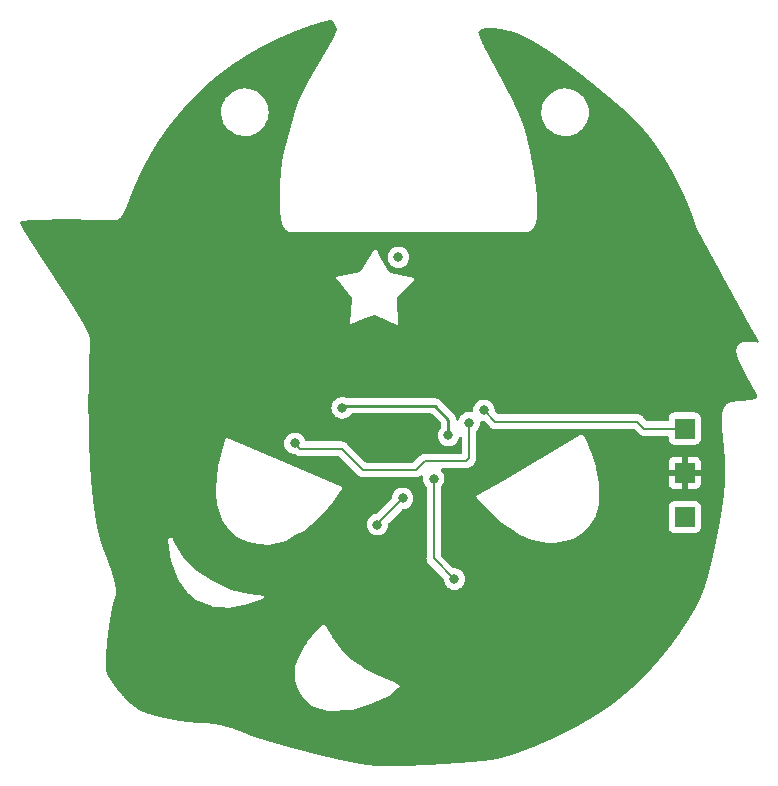
<source format=gbr>
%TF.GenerationSoftware,KiCad,Pcbnew,(6.0.9)*%
%TF.CreationDate,2023-10-21T14:44:12-07:00*%
%TF.ProjectId,pegoste2023,7065676f-7374-4653-9230-32332e6b6963,rev?*%
%TF.SameCoordinates,Original*%
%TF.FileFunction,Copper,L2,Bot*%
%TF.FilePolarity,Positive*%
%FSLAX46Y46*%
G04 Gerber Fmt 4.6, Leading zero omitted, Abs format (unit mm)*
G04 Created by KiCad (PCBNEW (6.0.9)) date 2023-10-21 14:44:12*
%MOMM*%
%LPD*%
G01*
G04 APERTURE LIST*
%TA.AperFunction,ComponentPad*%
%ADD10R,1.700000X1.700000*%
%TD*%
%TA.AperFunction,ViaPad*%
%ADD11C,0.800000*%
%TD*%
%TA.AperFunction,Conductor*%
%ADD12C,0.200000*%
%TD*%
%TA.AperFunction,Conductor*%
%ADD13C,0.250000*%
%TD*%
G04 APERTURE END LIST*
D10*
%TO.P,J2,1,Pin_1*%
%TO.N,VCC*%
X168000000Y-102500000D03*
%TD*%
%TO.P,J1,1,Pin_1*%
%TO.N,GND*%
X168000000Y-98750000D03*
%TD*%
%TO.P,J3,1,Pin_1*%
%TO.N,UPDI*%
X168000000Y-95000000D03*
%TD*%
D11*
%TO.N,VCC*%
X143750000Y-80500000D03*
%TO.N,GND*%
X140750103Y-94349834D03*
X164250000Y-112500000D03*
X163000000Y-112500000D03*
X122750000Y-104250000D03*
X161750000Y-109250000D03*
X161750000Y-112500000D03*
X161750000Y-108000000D03*
X161750000Y-110500000D03*
X145000000Y-96000000D03*
%TO.N,UPDI*%
X150990062Y-93459709D03*
%TO.N,Net-(R1-Pad1)*%
X135000000Y-96250000D03*
X149750000Y-94500000D03*
%TO.N,PB0*%
X148001473Y-95578589D03*
X139000000Y-93250000D03*
%TO.N,PA4*%
X141978806Y-103135363D03*
X144107157Y-100921307D03*
%TO.N,PA5*%
X148500000Y-107750000D03*
X146750000Y-99250000D03*
%TD*%
D12*
%TO.N,UPDI*%
X150990062Y-93459709D02*
X151937479Y-94407126D01*
X164592822Y-95000000D02*
X168000000Y-95000000D01*
X151937479Y-94407126D02*
X163999948Y-94407126D01*
X163999948Y-94407126D02*
X164592822Y-95000000D01*
%TO.N,Net-(R1-Pad1)*%
X149750000Y-97500000D02*
X149750000Y-94500000D01*
X145500000Y-98250000D02*
X146000000Y-97750000D01*
X146000000Y-97750000D02*
X149500000Y-97750000D01*
X140750000Y-98500000D02*
X145250000Y-98500000D01*
X135450000Y-96700000D02*
X138950000Y-96700000D01*
X149500000Y-97750000D02*
X149750000Y-97500000D01*
X138950000Y-96700000D02*
X140750000Y-98500000D01*
X145250000Y-98500000D02*
X145500000Y-98250000D01*
X135000000Y-96250000D02*
X135450000Y-96700000D01*
D13*
%TO.N,PB0*%
X148001473Y-94251473D02*
X146842821Y-93092821D01*
X146842821Y-93092821D02*
X139157179Y-93092821D01*
X148001473Y-95578589D02*
X148001473Y-94251473D01*
X139157179Y-93092821D02*
X139000000Y-93250000D01*
D12*
%TO.N,PA4*%
X141978806Y-103049658D02*
X144107157Y-100921307D01*
X141978806Y-103135363D02*
X141978806Y-103049658D01*
%TO.N,PA5*%
X146750000Y-106000000D02*
X146750000Y-99250000D01*
X148500000Y-107750000D02*
X146750000Y-106000000D01*
%TD*%
%TA.AperFunction,Conductor*%
%TO.N,GND*%
G36*
X138016774Y-60417040D02*
G01*
X138018213Y-60417051D01*
X138020247Y-60417077D01*
X138038320Y-60417311D01*
X138039750Y-60417338D01*
X138059073Y-60417816D01*
X138060873Y-60417873D01*
X138074088Y-60418392D01*
X138079103Y-60418589D01*
X138081074Y-60418682D01*
X138095918Y-60419498D01*
X138098377Y-60419633D01*
X138100747Y-60419786D01*
X138109266Y-60420416D01*
X138175726Y-60445388D01*
X138207744Y-60480794D01*
X138207850Y-60480969D01*
X138208956Y-60482830D01*
X138218324Y-60498913D01*
X138219047Y-60500172D01*
X138228854Y-60517464D01*
X138229663Y-60518912D01*
X138239945Y-60537611D01*
X138240294Y-60538251D01*
X138248354Y-60553140D01*
X138251250Y-60558489D01*
X138251684Y-60559297D01*
X138262526Y-60579686D01*
X138262753Y-60580115D01*
X138274256Y-60602103D01*
X138286047Y-60624859D01*
X138286107Y-60624975D01*
X138292762Y-60637879D01*
X138292909Y-60638195D01*
X138292925Y-60638242D01*
X138292992Y-60638372D01*
X138292997Y-60638383D01*
X138302283Y-60656432D01*
X138310969Y-60673314D01*
X138318152Y-60687318D01*
X138318207Y-60687484D01*
X138322682Y-60696178D01*
X138326624Y-60703835D01*
X138326706Y-60703995D01*
X138326837Y-60704250D01*
X138327025Y-60704616D01*
X138327418Y-60705383D01*
X138325208Y-60706516D01*
X138325219Y-60706555D01*
X138327436Y-60705413D01*
X138327437Y-60705414D01*
X138336125Y-60722292D01*
X138343384Y-60736449D01*
X138343575Y-60736859D01*
X138343791Y-60737503D01*
X138344667Y-60739196D01*
X138344670Y-60739202D01*
X138356248Y-60761574D01*
X138356265Y-60761611D01*
X138356278Y-60761650D01*
X138356334Y-60761758D01*
X138356340Y-60761771D01*
X138361896Y-60772501D01*
X138362141Y-60772976D01*
X138377617Y-60803204D01*
X138378106Y-60803895D01*
X138378200Y-60804062D01*
X138382052Y-60811472D01*
X138382147Y-60811673D01*
X138382242Y-60811954D01*
X138393149Y-60832861D01*
X138394043Y-60834587D01*
X138395579Y-60837553D01*
X138395604Y-60837606D01*
X138395874Y-60838395D01*
X138408913Y-60863166D01*
X138409141Y-60863642D01*
X138409348Y-60864240D01*
X138416308Y-60877368D01*
X138416757Y-60878223D01*
X138417115Y-60878913D01*
X138417124Y-60878908D01*
X138417127Y-60878912D01*
X138417827Y-60880231D01*
X138419702Y-60883768D01*
X138420074Y-60884475D01*
X138422907Y-60889905D01*
X138422908Y-60889909D01*
X138421304Y-60890746D01*
X138421621Y-60891153D01*
X138423071Y-60890379D01*
X138426319Y-60896460D01*
X138426891Y-60897544D01*
X138430344Y-60904163D01*
X138428802Y-60904967D01*
X138428966Y-60905568D01*
X138430691Y-60904647D01*
X138434332Y-60911465D01*
X138434675Y-60912112D01*
X138436656Y-60915874D01*
X138435149Y-60916667D01*
X138435765Y-60917469D01*
X138436990Y-60916807D01*
X138442973Y-60927888D01*
X138443583Y-60929031D01*
X138444194Y-60930191D01*
X138442533Y-60931066D01*
X138442588Y-60931262D01*
X138444297Y-60930339D01*
X138449417Y-60939822D01*
X138449822Y-60940578D01*
X138458108Y-60956206D01*
X138458486Y-60956725D01*
X138458765Y-60957208D01*
X138463779Y-60966594D01*
X138462087Y-60967498D01*
X138462664Y-60968210D01*
X138464084Y-60967434D01*
X138470286Y-60978787D01*
X138470845Y-60979821D01*
X138471914Y-60981822D01*
X138470255Y-60982708D01*
X138470318Y-60982930D01*
X138472036Y-60981991D01*
X138472039Y-60981995D01*
X138477431Y-60991866D01*
X138477824Y-60992651D01*
X138478168Y-60993593D01*
X138488348Y-61012019D01*
X138488352Y-61012027D01*
X138488989Y-61013196D01*
X138498963Y-61031710D01*
X138497720Y-61032380D01*
X138498121Y-61033778D01*
X138499802Y-61032845D01*
X138500645Y-61034364D01*
X138501051Y-61035101D01*
X138506305Y-61044719D01*
X138504757Y-61045565D01*
X138505312Y-61046244D01*
X138506603Y-61045518D01*
X138511233Y-61053758D01*
X138511964Y-61055078D01*
X138513671Y-61058203D01*
X138512164Y-61059026D01*
X138512283Y-61059430D01*
X138513907Y-61058517D01*
X138520114Y-61069564D01*
X138520254Y-61069837D01*
X138520382Y-61070178D01*
X138520899Y-61071094D01*
X138520907Y-61071110D01*
X138524825Y-61078054D01*
X138525322Y-61078944D01*
X138528601Y-61084880D01*
X138528848Y-61085208D01*
X138528995Y-61085452D01*
X138537608Y-61100972D01*
X138539044Y-61103559D01*
X138554607Y-61172829D01*
X138552404Y-61189503D01*
X138551248Y-61195262D01*
X138550882Y-61197083D01*
X138550337Y-61199655D01*
X138547238Y-61213532D01*
X138546699Y-61215837D01*
X138542862Y-61231568D01*
X138542439Y-61233250D01*
X138538187Y-61249629D01*
X138537594Y-61251826D01*
X138532551Y-61269842D01*
X138532185Y-61271125D01*
X138526835Y-61289440D01*
X138526293Y-61291240D01*
X138525665Y-61293265D01*
X138520525Y-61309841D01*
X138520145Y-61311044D01*
X138519309Y-61313648D01*
X138513783Y-61330849D01*
X138513327Y-61332240D01*
X138506721Y-61352012D01*
X138506309Y-61353225D01*
X138499654Y-61372490D01*
X138499129Y-61373979D01*
X138491564Y-61395020D01*
X138491441Y-61395360D01*
X138483467Y-61417340D01*
X138482978Y-61418666D01*
X138475241Y-61439269D01*
X138474926Y-61440098D01*
X138472480Y-61446470D01*
X138467336Y-61459869D01*
X138466894Y-61461003D01*
X138458938Y-61481049D01*
X138458689Y-61481670D01*
X138449796Y-61503535D01*
X138440343Y-61526474D01*
X138440116Y-61527021D01*
X138430991Y-61548870D01*
X138430816Y-61549288D01*
X138430519Y-61549992D01*
X138421446Y-61571297D01*
X138421134Y-61572023D01*
X138411362Y-61594509D01*
X138411136Y-61595026D01*
X138401816Y-61616212D01*
X138401398Y-61617152D01*
X138392524Y-61636886D01*
X138391564Y-61639021D01*
X138380720Y-61662968D01*
X138380583Y-61663271D01*
X138380485Y-61663487D01*
X138370138Y-61686222D01*
X138369638Y-61687307D01*
X138359535Y-61708959D01*
X138359532Y-61708958D01*
X138359526Y-61708978D01*
X138348107Y-61733437D01*
X138344105Y-61741912D01*
X138339564Y-61751527D01*
X138339182Y-61752328D01*
X138326612Y-61778464D01*
X138326553Y-61778587D01*
X138312810Y-61807083D01*
X138312604Y-61807508D01*
X138305286Y-61822499D01*
X138304403Y-61824308D01*
X138304194Y-61824733D01*
X138292625Y-61848208D01*
X138292563Y-61848336D01*
X138292560Y-61848341D01*
X138283405Y-61866864D01*
X138283332Y-61867011D01*
X138283169Y-61867339D01*
X138269066Y-61895483D01*
X138268931Y-61895753D01*
X138268833Y-61895858D01*
X138268869Y-61895876D01*
X138254203Y-61925064D01*
X138246001Y-61941227D01*
X138246001Y-61941228D01*
X138245977Y-61941216D01*
X138245928Y-61941370D01*
X138233963Y-61964873D01*
X138225181Y-61981906D01*
X138222113Y-61987857D01*
X138222047Y-61987985D01*
X138209589Y-62012079D01*
X138209407Y-62012429D01*
X138197687Y-62034923D01*
X138197576Y-62035136D01*
X138190658Y-62048352D01*
X138190553Y-62048541D01*
X138190557Y-62048543D01*
X138172251Y-62083378D01*
X138172207Y-62083462D01*
X138158313Y-62109853D01*
X138158039Y-62110370D01*
X138148199Y-62128852D01*
X138148065Y-62129103D01*
X138138553Y-62146872D01*
X138138434Y-62147094D01*
X138122861Y-62176046D01*
X138122833Y-62176099D01*
X138109916Y-62200086D01*
X138109872Y-62200062D01*
X138109782Y-62200333D01*
X138098603Y-62220983D01*
X138096606Y-62224671D01*
X138096575Y-62224727D01*
X138084428Y-62247135D01*
X138081846Y-62251899D01*
X138074242Y-62265841D01*
X138058174Y-62295132D01*
X138058147Y-62295181D01*
X138057149Y-62296998D01*
X138043457Y-62321931D01*
X138032753Y-62341257D01*
X138032737Y-62341248D01*
X138032705Y-62341344D01*
X138028944Y-62348122D01*
X138019475Y-62365185D01*
X138019442Y-62365244D01*
X138006957Y-62387714D01*
X138006948Y-62387731D01*
X137998641Y-62402676D01*
X137998375Y-62403112D01*
X137998339Y-62403158D01*
X137979504Y-62436906D01*
X137979342Y-62437065D01*
X137979398Y-62437096D01*
X137961613Y-62468832D01*
X137961604Y-62468827D01*
X137961457Y-62469114D01*
X137958975Y-62473520D01*
X137958698Y-62474012D01*
X137958637Y-62474111D01*
X137958526Y-62474253D01*
X137958260Y-62474725D01*
X137958260Y-62474726D01*
X137946604Y-62495454D01*
X137946499Y-62495642D01*
X137934974Y-62516056D01*
X137934903Y-62516238D01*
X137934832Y-62516374D01*
X137923702Y-62536132D01*
X137923582Y-62536344D01*
X137913656Y-62553810D01*
X137913616Y-62553881D01*
X137912269Y-62556248D01*
X137899813Y-62578132D01*
X137886516Y-62601447D01*
X137886501Y-62601438D01*
X137886471Y-62601525D01*
X137861655Y-62644963D01*
X137859092Y-62649450D01*
X137859033Y-62649553D01*
X137845564Y-62673075D01*
X137845455Y-62673265D01*
X137838591Y-62685204D01*
X137838380Y-62685540D01*
X137838206Y-62685758D01*
X137837787Y-62686488D01*
X137819432Y-62718466D01*
X137818728Y-62719692D01*
X137804006Y-62745232D01*
X137803982Y-62745218D01*
X137803934Y-62745357D01*
X137792122Y-62765794D01*
X137783707Y-62780298D01*
X137782009Y-62779313D01*
X137781954Y-62779461D01*
X137783610Y-62780418D01*
X137783608Y-62780421D01*
X137777228Y-62791465D01*
X137774017Y-62796999D01*
X137772056Y-62795861D01*
X137771995Y-62795928D01*
X137773986Y-62797078D01*
X137773985Y-62797079D01*
X137764032Y-62814307D01*
X137745930Y-62845512D01*
X137745909Y-62845563D01*
X137745816Y-62845738D01*
X137736548Y-62861701D01*
X137729058Y-62874567D01*
X137728723Y-62875094D01*
X137728462Y-62875416D01*
X137727853Y-62876464D01*
X137727849Y-62876470D01*
X137722202Y-62886185D01*
X137709113Y-62908703D01*
X137700311Y-62923705D01*
X137698501Y-62922643D01*
X137698377Y-62922991D01*
X137700086Y-62923984D01*
X137693567Y-62935196D01*
X137693328Y-62935606D01*
X137691124Y-62939364D01*
X137689294Y-62938291D01*
X137689187Y-62938406D01*
X137691067Y-62939499D01*
X137688703Y-62943566D01*
X137680727Y-62957286D01*
X137673261Y-62969999D01*
X137673259Y-62970001D01*
X137671539Y-62968991D01*
X137671497Y-62969106D01*
X137673186Y-62970092D01*
X137673185Y-62970093D01*
X137669643Y-62976162D01*
X137662818Y-62987783D01*
X137661023Y-62986729D01*
X137660848Y-62986919D01*
X137662723Y-62988014D01*
X137662722Y-62988017D01*
X137653729Y-63003422D01*
X137653600Y-63003642D01*
X137638248Y-63029704D01*
X137635704Y-63034022D01*
X137635446Y-63034651D01*
X137635031Y-63035418D01*
X137632493Y-63039747D01*
X137632358Y-63039957D01*
X137632361Y-63039959D01*
X137615770Y-63068167D01*
X137612539Y-63073660D01*
X137603790Y-63088508D01*
X137603625Y-63088765D01*
X137603389Y-63089054D01*
X137602845Y-63089981D01*
X137602843Y-63089984D01*
X137594939Y-63103451D01*
X137583698Y-63122603D01*
X137565425Y-63153557D01*
X137565364Y-63153707D01*
X137565146Y-63154107D01*
X137562858Y-63157978D01*
X137562828Y-63158025D01*
X137562771Y-63158094D01*
X137562639Y-63158318D01*
X137562633Y-63158327D01*
X137552437Y-63175601D01*
X137552349Y-63175749D01*
X137549773Y-63180099D01*
X137548698Y-63181915D01*
X137546799Y-63180790D01*
X137546749Y-63180929D01*
X137548608Y-63182024D01*
X137548606Y-63182028D01*
X137543836Y-63190124D01*
X137538206Y-63199632D01*
X137536339Y-63198526D01*
X137536218Y-63198656D01*
X137538141Y-63199789D01*
X137533677Y-63207363D01*
X137533608Y-63207481D01*
X137524168Y-63223458D01*
X137524134Y-63223540D01*
X137524096Y-63223610D01*
X137520825Y-63229152D01*
X137520762Y-63229242D01*
X137520769Y-63229246D01*
X137500888Y-63262868D01*
X137491908Y-63278016D01*
X137491322Y-63278928D01*
X137490570Y-63279851D01*
X137487975Y-63284284D01*
X137471701Y-63312086D01*
X137471264Y-63312826D01*
X137454254Y-63341435D01*
X137454243Y-63341455D01*
X137453658Y-63342439D01*
X137453509Y-63342797D01*
X137453218Y-63343329D01*
X137445873Y-63355702D01*
X137445865Y-63355712D01*
X137438804Y-63367609D01*
X137431805Y-63379384D01*
X137429713Y-63378140D01*
X137429667Y-63378277D01*
X137431716Y-63379491D01*
X137431714Y-63379494D01*
X137423773Y-63392896D01*
X137420973Y-63397607D01*
X137419089Y-63396488D01*
X137419054Y-63396526D01*
X137420954Y-63397652D01*
X137420953Y-63397655D01*
X137417754Y-63403055D01*
X137417666Y-63403203D01*
X137417644Y-63403237D01*
X137417607Y-63403282D01*
X137417521Y-63403427D01*
X137417514Y-63403438D01*
X137410447Y-63415373D01*
X137408861Y-63418052D01*
X137407020Y-63421153D01*
X137407014Y-63421168D01*
X137393079Y-63444645D01*
X137393019Y-63444790D01*
X137392960Y-63444897D01*
X137389360Y-63450974D01*
X137387453Y-63454192D01*
X137387337Y-63454387D01*
X137375255Y-63474693D01*
X137375236Y-63474723D01*
X137375204Y-63474761D01*
X137366208Y-63489889D01*
X137360443Y-63499563D01*
X137358334Y-63498306D01*
X137358255Y-63498538D01*
X137360292Y-63499746D01*
X137356875Y-63505507D01*
X137353365Y-63511426D01*
X137352007Y-63513715D01*
X137350973Y-63515451D01*
X137349111Y-63514342D01*
X137349091Y-63514363D01*
X137350964Y-63515473D01*
X137350961Y-63515480D01*
X137346243Y-63523437D01*
X137346230Y-63523456D01*
X137346196Y-63523497D01*
X137340792Y-63532614D01*
X137340637Y-63532759D01*
X137340688Y-63532789D01*
X137336352Y-63540077D01*
X137336331Y-63540129D01*
X137336308Y-63540170D01*
X137321734Y-63564678D01*
X137321633Y-63564921D01*
X137321543Y-63565086D01*
X137312105Y-63581001D01*
X137305137Y-63592680D01*
X137304791Y-63593214D01*
X137304307Y-63593802D01*
X137303226Y-63595629D01*
X137303222Y-63595635D01*
X137300910Y-63599543D01*
X137285290Y-63625939D01*
X137280218Y-63634436D01*
X137280200Y-63634480D01*
X137266352Y-63657691D01*
X137266175Y-63658115D01*
X137265753Y-63658883D01*
X137264230Y-63661438D01*
X137263122Y-63663296D01*
X137262799Y-63663795D01*
X137262353Y-63664336D01*
X137261344Y-63666041D01*
X137261336Y-63666053D01*
X137242991Y-63697045D01*
X137242774Y-63697410D01*
X137241280Y-63699915D01*
X137238485Y-63704601D01*
X137238478Y-63704617D01*
X137225712Y-63726024D01*
X137224325Y-63728349D01*
X137224155Y-63728756D01*
X137223783Y-63729434D01*
X137220048Y-63735704D01*
X137219701Y-63736241D01*
X137219249Y-63736790D01*
X137201754Y-63766383D01*
X137200567Y-63768391D01*
X137200342Y-63768769D01*
X137195847Y-63776312D01*
X137195834Y-63776335D01*
X137195773Y-63776438D01*
X137195757Y-63776476D01*
X137195743Y-63776502D01*
X137181281Y-63800777D01*
X137181083Y-63801252D01*
X137180682Y-63801984D01*
X137177083Y-63808037D01*
X137176622Y-63808750D01*
X137176222Y-63809235D01*
X137156700Y-63842201D01*
X137156465Y-63842596D01*
X137139380Y-63871192D01*
X137139369Y-63871212D01*
X137138314Y-63872978D01*
X137138033Y-63873648D01*
X137137638Y-63874369D01*
X137128006Y-63890591D01*
X137127919Y-63890737D01*
X137121003Y-63902349D01*
X137120354Y-63903355D01*
X137119632Y-63904235D01*
X137118035Y-63906946D01*
X137100413Y-63936858D01*
X137100032Y-63937500D01*
X137084193Y-63964026D01*
X137082344Y-63967122D01*
X137081988Y-63967974D01*
X137081436Y-63968981D01*
X137078615Y-63973739D01*
X137078576Y-63973799D01*
X137078517Y-63973872D01*
X137067920Y-63991768D01*
X137067641Y-63992239D01*
X137067562Y-63992372D01*
X137054275Y-64014747D01*
X137054268Y-64014760D01*
X137054031Y-64015159D01*
X137053969Y-64015309D01*
X137053902Y-64015431D01*
X137045442Y-64029703D01*
X137045423Y-64029735D01*
X137030640Y-64054657D01*
X137030610Y-64054708D01*
X137021627Y-64069836D01*
X137021408Y-64070175D01*
X137021136Y-64070506D01*
X137020500Y-64071582D01*
X137020494Y-64071591D01*
X137001269Y-64104105D01*
X137001110Y-64104373D01*
X136996469Y-64112178D01*
X136994710Y-64111132D01*
X136994512Y-64111675D01*
X136996114Y-64112616D01*
X136994471Y-64115412D01*
X136988628Y-64125356D01*
X136988294Y-64125921D01*
X136982984Y-64134851D01*
X136981313Y-64133857D01*
X136981010Y-64134181D01*
X136982819Y-64135244D01*
X136978527Y-64142550D01*
X136977870Y-64143574D01*
X136977564Y-64143947D01*
X136976820Y-64145211D01*
X136976814Y-64145220D01*
X136958256Y-64176739D01*
X136958112Y-64176983D01*
X136940055Y-64207309D01*
X136939655Y-64208268D01*
X136939213Y-64209079D01*
X136933829Y-64218224D01*
X136933792Y-64218287D01*
X136926192Y-64231179D01*
X136925979Y-64231510D01*
X136925811Y-64231715D01*
X136905884Y-64265560D01*
X136898595Y-64277888D01*
X136897116Y-64277013D01*
X136897092Y-64277072D01*
X136898556Y-64277936D01*
X136893269Y-64286897D01*
X136893217Y-64286984D01*
X136887594Y-64296497D01*
X136885765Y-64295416D01*
X136885716Y-64295469D01*
X136887566Y-64296561D01*
X136887565Y-64296564D01*
X136884696Y-64301429D01*
X136884626Y-64301547D01*
X136884231Y-64302163D01*
X136883718Y-64302793D01*
X136882570Y-64304755D01*
X136882566Y-64304762D01*
X136868928Y-64328080D01*
X136868576Y-64328678D01*
X136861249Y-64341049D01*
X136860271Y-64342700D01*
X136860127Y-64343047D01*
X136859973Y-64343331D01*
X136846152Y-64366756D01*
X136845892Y-64367388D01*
X136845502Y-64368107D01*
X136843619Y-64371316D01*
X136842983Y-64372399D01*
X136842863Y-64372587D01*
X136842827Y-64372631D01*
X136826413Y-64400568D01*
X136823069Y-64406259D01*
X136823014Y-64406352D01*
X136814613Y-64420622D01*
X136814375Y-64420994D01*
X136813999Y-64421456D01*
X136813143Y-64422921D01*
X136813137Y-64422930D01*
X136794465Y-64454877D01*
X136794263Y-64455222D01*
X136776354Y-64485623D01*
X136776082Y-64486285D01*
X136775781Y-64486843D01*
X136773377Y-64490955D01*
X136771823Y-64493613D01*
X136771407Y-64494265D01*
X136771072Y-64494678D01*
X136770288Y-64496022D01*
X136770282Y-64496032D01*
X136751686Y-64527925D01*
X136751486Y-64528269D01*
X136747129Y-64535682D01*
X136739037Y-64549452D01*
X136733500Y-64558873D01*
X136733283Y-64559402D01*
X136733151Y-64559648D01*
X136729670Y-64565620D01*
X136728172Y-64568189D01*
X136727942Y-64568552D01*
X136727619Y-64568951D01*
X136712833Y-64594458D01*
X136711081Y-64597455D01*
X136704548Y-64608630D01*
X136704540Y-64608645D01*
X136704174Y-64609271D01*
X136704080Y-64609501D01*
X136703983Y-64609682D01*
X136690325Y-64633112D01*
X136690318Y-64633125D01*
X136689984Y-64633698D01*
X136689902Y-64633900D01*
X136689642Y-64634385D01*
X136686824Y-64639214D01*
X136686641Y-64639501D01*
X136686375Y-64639831D01*
X136685763Y-64640885D01*
X136685754Y-64640899D01*
X136672336Y-64664005D01*
X136672168Y-64664271D01*
X136671923Y-64664575D01*
X136659847Y-64685457D01*
X136657674Y-64689182D01*
X136651762Y-64699316D01*
X136648593Y-64704747D01*
X136648434Y-64705138D01*
X136648263Y-64705458D01*
X136644160Y-64712523D01*
X136642202Y-64711386D01*
X136642174Y-64711471D01*
X136644106Y-64712591D01*
X136644105Y-64712593D01*
X136637153Y-64724590D01*
X136634215Y-64729649D01*
X136632151Y-64728451D01*
X136632123Y-64728482D01*
X136634200Y-64729686D01*
X136629851Y-64737190D01*
X136629695Y-64737438D01*
X136629460Y-64737729D01*
X136617425Y-64758582D01*
X136606351Y-64777610D01*
X136606203Y-64777977D01*
X136606042Y-64778278D01*
X136602470Y-64784441D01*
X136601002Y-64783590D01*
X136600932Y-64783765D01*
X136602355Y-64784586D01*
X136596034Y-64795547D01*
X136591796Y-64802861D01*
X136589998Y-64801819D01*
X136589910Y-64801915D01*
X136591749Y-64802975D01*
X136588913Y-64807894D01*
X136588852Y-64807991D01*
X136588779Y-64808082D01*
X136588610Y-64808376D01*
X136588599Y-64808393D01*
X136579689Y-64823866D01*
X136579535Y-64824134D01*
X136564733Y-64849693D01*
X136564584Y-64850061D01*
X136564439Y-64850334D01*
X136561678Y-64855124D01*
X136561159Y-64855952D01*
X136560549Y-64856717D01*
X136559199Y-64859082D01*
X136559194Y-64859090D01*
X136541729Y-64889686D01*
X136541390Y-64890277D01*
X136524012Y-64920341D01*
X136523752Y-64920988D01*
X136523411Y-64921632D01*
X136520197Y-64927227D01*
X136519849Y-64927785D01*
X136519373Y-64928382D01*
X136508975Y-64946633D01*
X136505071Y-64953485D01*
X136504772Y-64954007D01*
X136496596Y-64968180D01*
X136496456Y-64968531D01*
X136496307Y-64968812D01*
X136486684Y-64985563D01*
X136482483Y-64992875D01*
X136482293Y-64993352D01*
X136481919Y-64994060D01*
X136478575Y-64999893D01*
X136478411Y-65000156D01*
X136478179Y-65000447D01*
X136477645Y-65001382D01*
X136477642Y-65001387D01*
X136464137Y-65025039D01*
X136463950Y-65025339D01*
X136463695Y-65025660D01*
X136463111Y-65026687D01*
X136463105Y-65026697D01*
X136451893Y-65046422D01*
X136451198Y-65047645D01*
X136440818Y-65065750D01*
X136440677Y-65066105D01*
X136440542Y-65066361D01*
X136435480Y-65075228D01*
X136435462Y-65075256D01*
X136435140Y-65075663D01*
X136416062Y-65109390D01*
X136410543Y-65119072D01*
X136406837Y-65125574D01*
X136406793Y-65125646D01*
X136406361Y-65126194D01*
X136393262Y-65149465D01*
X136387798Y-65159171D01*
X136387479Y-65159734D01*
X136371527Y-65187735D01*
X136371516Y-65187757D01*
X136370146Y-65190161D01*
X136369780Y-65191088D01*
X136369284Y-65192041D01*
X136367277Y-65195597D01*
X136367123Y-65195870D01*
X136366695Y-65196565D01*
X136366417Y-65196917D01*
X136352886Y-65220905D01*
X136352674Y-65221249D01*
X136352387Y-65221615D01*
X136351734Y-65222779D01*
X136351719Y-65222803D01*
X136342144Y-65239864D01*
X136341791Y-65240490D01*
X136338153Y-65246887D01*
X136329798Y-65261576D01*
X136329522Y-65262277D01*
X136329210Y-65262877D01*
X136325895Y-65268754D01*
X136325474Y-65269500D01*
X136325468Y-65269507D01*
X136323851Y-65268595D01*
X136323815Y-65268692D01*
X136325407Y-65269585D01*
X136322231Y-65275248D01*
X136322080Y-65275515D01*
X136316829Y-65284825D01*
X136315606Y-65286993D01*
X136313779Y-65285963D01*
X136313620Y-65286141D01*
X136315522Y-65287207D01*
X136311799Y-65293846D01*
X136311629Y-65294125D01*
X136311402Y-65294414D01*
X136299392Y-65315914D01*
X136288552Y-65335161D01*
X136288417Y-65335510D01*
X136288264Y-65335805D01*
X136284084Y-65343257D01*
X136284011Y-65343376D01*
X136283678Y-65343805D01*
X136282941Y-65345131D01*
X136282938Y-65345136D01*
X136280488Y-65349544D01*
X136264882Y-65377625D01*
X136247419Y-65408799D01*
X136247275Y-65409173D01*
X136247146Y-65409424D01*
X136242783Y-65417252D01*
X136242452Y-65417797D01*
X136242006Y-65418373D01*
X136228803Y-65442252D01*
X136228283Y-65443193D01*
X136228257Y-65443236D01*
X136228238Y-65443261D01*
X136228191Y-65443346D01*
X136228188Y-65443351D01*
X136227239Y-65445068D01*
X136226931Y-65445621D01*
X136221675Y-65455017D01*
X136219970Y-65458064D01*
X136219848Y-65458381D01*
X136219721Y-65458627D01*
X136205909Y-65483408D01*
X136205649Y-65484087D01*
X136205359Y-65484654D01*
X136203026Y-65488874D01*
X136201732Y-65491214D01*
X136201303Y-65491924D01*
X136200954Y-65492376D01*
X136200146Y-65493841D01*
X136200145Y-65493843D01*
X136188431Y-65515088D01*
X136188064Y-65515753D01*
X136188051Y-65515770D01*
X136182120Y-65526529D01*
X136165062Y-65557172D01*
X136164756Y-65557971D01*
X136164409Y-65558653D01*
X136161967Y-65563083D01*
X136161800Y-65563361D01*
X136161571Y-65563658D01*
X136161048Y-65564610D01*
X136161046Y-65564614D01*
X136160713Y-65565221D01*
X136148717Y-65587075D01*
X136148475Y-65587515D01*
X136148289Y-65587825D01*
X136148036Y-65588155D01*
X136147461Y-65589208D01*
X136147457Y-65589214D01*
X136135704Y-65610722D01*
X136135480Y-65611130D01*
X136130149Y-65620801D01*
X136125319Y-65629563D01*
X136125183Y-65629922D01*
X136125050Y-65630185D01*
X136121760Y-65636180D01*
X136121684Y-65636307D01*
X136121343Y-65636753D01*
X136120601Y-65638117D01*
X136120589Y-65638138D01*
X136108243Y-65660851D01*
X136108238Y-65660859D01*
X136108229Y-65660872D01*
X136102590Y-65671248D01*
X136085729Y-65702011D01*
X136085466Y-65702711D01*
X136085176Y-65703291D01*
X136082536Y-65708148D01*
X136082115Y-65708856D01*
X136081829Y-65709230D01*
X136081168Y-65710447D01*
X136081157Y-65710466D01*
X136068550Y-65733689D01*
X136068418Y-65733911D01*
X136068227Y-65734163D01*
X136061612Y-65746392D01*
X136059592Y-65750126D01*
X136059287Y-65750685D01*
X136054570Y-65759300D01*
X136052980Y-65758429D01*
X136052906Y-65758649D01*
X136054440Y-65759475D01*
X136052701Y-65762706D01*
X136052265Y-65763510D01*
X136046487Y-65774061D01*
X136046280Y-65774439D01*
X136044708Y-65773578D01*
X136044240Y-65774116D01*
X136046037Y-65775084D01*
X136046035Y-65775090D01*
X136041567Y-65783392D01*
X136041061Y-65784324D01*
X136039300Y-65783368D01*
X136039190Y-65783710D01*
X136040851Y-65784601D01*
X136036128Y-65793408D01*
X136035955Y-65793729D01*
X136032318Y-65800429D01*
X136032317Y-65800431D01*
X136030545Y-65799469D01*
X136030348Y-65799698D01*
X136032217Y-65800700D01*
X136030439Y-65804014D01*
X136030233Y-65804395D01*
X136022971Y-65817820D01*
X136018805Y-65825522D01*
X136018649Y-65825945D01*
X136018483Y-65826280D01*
X136014756Y-65833206D01*
X136014630Y-65833440D01*
X136014480Y-65833694D01*
X136014255Y-65833993D01*
X135995923Y-65868203D01*
X135986998Y-65884734D01*
X135985350Y-65883844D01*
X135985186Y-65884339D01*
X135986694Y-65885140D01*
X135981571Y-65894781D01*
X135981335Y-65895222D01*
X135978957Y-65899626D01*
X135977247Y-65898702D01*
X135977066Y-65898913D01*
X135978866Y-65899870D01*
X135978866Y-65899871D01*
X135968563Y-65919262D01*
X135966961Y-65922251D01*
X135951698Y-65950734D01*
X135951566Y-65951096D01*
X135951461Y-65951310D01*
X135946778Y-65960097D01*
X135946468Y-65960629D01*
X135946055Y-65961183D01*
X135945139Y-65962916D01*
X135945135Y-65962922D01*
X135933294Y-65985312D01*
X135932988Y-65985888D01*
X135925492Y-65999887D01*
X135924938Y-66000922D01*
X135924800Y-66001302D01*
X135924639Y-66001630D01*
X135919509Y-66011253D01*
X135919508Y-66011255D01*
X135917897Y-66010396D01*
X135917833Y-66010591D01*
X135919391Y-66011411D01*
X135919388Y-66011417D01*
X135919387Y-66011418D01*
X135916709Y-66016505D01*
X135916488Y-66016922D01*
X135911141Y-66026952D01*
X135909430Y-66026040D01*
X135909138Y-66026382D01*
X135910994Y-66027359D01*
X135906848Y-66035236D01*
X135906708Y-66035479D01*
X135906522Y-66035730D01*
X135906100Y-66036534D01*
X135906098Y-66036538D01*
X135896533Y-66054774D01*
X135896299Y-66055218D01*
X135884432Y-66077625D01*
X135884252Y-66078124D01*
X135884058Y-66078526D01*
X135871465Y-66102448D01*
X135871362Y-66102739D01*
X135871236Y-66103000D01*
X135869221Y-66106841D01*
X135869017Y-66107196D01*
X135868848Y-66107424D01*
X135863111Y-66118379D01*
X135856043Y-66131874D01*
X135855589Y-66132670D01*
X135854987Y-66133492D01*
X135844116Y-66154496D01*
X135841606Y-66159345D01*
X135841310Y-66159913D01*
X135833964Y-66173866D01*
X135833813Y-66174291D01*
X135833644Y-66174643D01*
X135830387Y-66180862D01*
X135829981Y-66181637D01*
X135829980Y-66181638D01*
X135828220Y-66180716D01*
X135828175Y-66180862D01*
X135829896Y-66181753D01*
X135828072Y-66185278D01*
X135827928Y-66185556D01*
X135820969Y-66198844D01*
X135819259Y-66197948D01*
X135818895Y-66198384D01*
X135820786Y-66199362D01*
X135812164Y-66216028D01*
X135811955Y-66216429D01*
X135806014Y-66227814D01*
X135804330Y-66231040D01*
X135804328Y-66231043D01*
X135802575Y-66230128D01*
X135802543Y-66230231D01*
X135804274Y-66231124D01*
X135803479Y-66232666D01*
X135803197Y-66233209D01*
X135795631Y-66247709D01*
X135795418Y-66248314D01*
X135786597Y-66265438D01*
X135786491Y-66265643D01*
X135778924Y-66280267D01*
X135778649Y-66280755D01*
X135778120Y-66281485D01*
X135768300Y-66300711D01*
X135765544Y-66306107D01*
X135765528Y-66306135D01*
X135765506Y-66306166D01*
X135765449Y-66306277D01*
X135765446Y-66306283D01*
X135760448Y-66316072D01*
X135760201Y-66316553D01*
X135744568Y-66346759D01*
X135744196Y-66347826D01*
X135743753Y-66348769D01*
X135735596Y-66364740D01*
X135730922Y-66373890D01*
X135730907Y-66373933D01*
X135727328Y-66380945D01*
X135726867Y-66381772D01*
X135726256Y-66382625D01*
X135709048Y-66416754D01*
X135692966Y-66448259D01*
X135692663Y-66449147D01*
X135692224Y-66450092D01*
X135688455Y-66457538D01*
X135687839Y-66458656D01*
X135687043Y-66459778D01*
X135670227Y-66493543D01*
X135669926Y-66494142D01*
X135655660Y-66522323D01*
X135655649Y-66522347D01*
X135654383Y-66524848D01*
X135654053Y-66525822D01*
X135653683Y-66526628D01*
X135649427Y-66535144D01*
X135649285Y-66535404D01*
X135649095Y-66535671D01*
X135648664Y-66536537D01*
X135648654Y-66536555D01*
X135638510Y-66556932D01*
X135638324Y-66557305D01*
X135636096Y-66561745D01*
X135636001Y-66561934D01*
X135635996Y-66561941D01*
X135634265Y-66561072D01*
X135634068Y-66561745D01*
X135635601Y-66562502D01*
X135628595Y-66576687D01*
X135627091Y-66575944D01*
X135626922Y-66576149D01*
X135628480Y-66576919D01*
X135623017Y-66587980D01*
X135623001Y-66588003D01*
X135622961Y-66588084D01*
X135622535Y-66588947D01*
X135622256Y-66589508D01*
X135615911Y-66602203D01*
X135615474Y-66603078D01*
X135615370Y-66603391D01*
X135615253Y-66603647D01*
X135603376Y-66627506D01*
X135602498Y-66629270D01*
X135602290Y-66629899D01*
X135602044Y-66630442D01*
X135597548Y-66639545D01*
X135597420Y-66639781D01*
X135597216Y-66640073D01*
X135596761Y-66640998D01*
X135596752Y-66641015D01*
X135584775Y-66665376D01*
X135584628Y-66665648D01*
X135584423Y-66665942D01*
X135583964Y-66666879D01*
X135583960Y-66666887D01*
X135579739Y-66675511D01*
X135573474Y-66688309D01*
X135572023Y-66691248D01*
X135570191Y-66690344D01*
X135570081Y-66690740D01*
X135571795Y-66691575D01*
X135567061Y-66701291D01*
X135566769Y-66701887D01*
X135563957Y-66707582D01*
X135562147Y-66706688D01*
X135561978Y-66706900D01*
X135563877Y-66707826D01*
X135560777Y-66714188D01*
X135560585Y-66714579D01*
X135559683Y-66716414D01*
X135557979Y-66715577D01*
X135557820Y-66716128D01*
X135559366Y-66716877D01*
X135553597Y-66728787D01*
X135553274Y-66729448D01*
X135551280Y-66733504D01*
X135549465Y-66732612D01*
X135549325Y-66732789D01*
X135551215Y-66733705D01*
X135548067Y-66740204D01*
X135547815Y-66740724D01*
X135547597Y-66741171D01*
X135547547Y-66741243D01*
X135545819Y-66740399D01*
X135545752Y-66740631D01*
X135547415Y-66741434D01*
X135547414Y-66741435D01*
X135543701Y-66749126D01*
X135543693Y-66749144D01*
X135543638Y-66749257D01*
X135538802Y-66759136D01*
X135538802Y-66759137D01*
X135537047Y-66758278D01*
X135536773Y-66758624D01*
X135538671Y-66759541D01*
X135538667Y-66759554D01*
X135538004Y-66760926D01*
X135526620Y-66784291D01*
X135526470Y-66784758D01*
X135526299Y-66785143D01*
X135524030Y-66789828D01*
X135523894Y-66790083D01*
X135523608Y-66790499D01*
X135522985Y-66791795D01*
X135522982Y-66791801D01*
X135519652Y-66798731D01*
X135512064Y-66814522D01*
X135511879Y-66814906D01*
X135511715Y-66815216D01*
X135511481Y-66815558D01*
X135510962Y-66816643D01*
X135510959Y-66816649D01*
X135502285Y-66834788D01*
X135502036Y-66835307D01*
X135499614Y-66840306D01*
X135497971Y-66839510D01*
X135497932Y-66839649D01*
X135499540Y-66840416D01*
X135498460Y-66842682D01*
X135498110Y-66843410D01*
X135491231Y-66857608D01*
X135489601Y-66856818D01*
X135489125Y-66857424D01*
X135491004Y-66858320D01*
X135491001Y-66858327D01*
X135490007Y-66860415D01*
X135489966Y-66860502D01*
X135487639Y-66865345D01*
X135487636Y-66865349D01*
X135485950Y-66864539D01*
X135485843Y-66864913D01*
X135487423Y-66865662D01*
X135487422Y-66865664D01*
X135485453Y-66869817D01*
X135482810Y-66875389D01*
X135482551Y-66875931D01*
X135479003Y-66883315D01*
X135479002Y-66883317D01*
X135477201Y-66882451D01*
X135477004Y-66882703D01*
X135478911Y-66883607D01*
X135475793Y-66890181D01*
X135475777Y-66890211D01*
X135475762Y-66890234D01*
X135475729Y-66890303D01*
X135475723Y-66890315D01*
X135474653Y-66892572D01*
X135474473Y-66892949D01*
X135468740Y-66904939D01*
X135467020Y-66908536D01*
X135466938Y-66908797D01*
X135466856Y-66908986D01*
X135455155Y-66933535D01*
X135455033Y-66933926D01*
X135454897Y-66934241D01*
X135452342Y-66939627D01*
X135452099Y-66940095D01*
X135451728Y-66940644D01*
X135439933Y-66965726D01*
X135439645Y-66966284D01*
X135439235Y-66966896D01*
X135438361Y-66968772D01*
X135438354Y-66968785D01*
X135428828Y-66989226D01*
X135428541Y-66989835D01*
X135419910Y-67008042D01*
X135419712Y-67008681D01*
X135419481Y-67009219D01*
X135416213Y-67016169D01*
X135415936Y-67016757D01*
X135415935Y-67016759D01*
X135414122Y-67015906D01*
X135414054Y-67016169D01*
X135415790Y-67016976D01*
X135412401Y-67024271D01*
X135412153Y-67024802D01*
X135411725Y-67025713D01*
X135407714Y-67034242D01*
X135405917Y-67033397D01*
X135405684Y-67033701D01*
X135407606Y-67034594D01*
X135404163Y-67042006D01*
X135403998Y-67042330D01*
X135403757Y-67042691D01*
X135395174Y-67061267D01*
X135394698Y-67062297D01*
X135394424Y-67062886D01*
X135391964Y-67068140D01*
X135391962Y-67068143D01*
X135390309Y-67067369D01*
X135390254Y-67067576D01*
X135391852Y-67068312D01*
X135390176Y-67071953D01*
X135389834Y-67072690D01*
X135384262Y-67084592D01*
X135382587Y-67083808D01*
X135382169Y-67084355D01*
X135384066Y-67085229D01*
X135382243Y-67089190D01*
X135379919Y-67094193D01*
X135378074Y-67093336D01*
X135377897Y-67094056D01*
X135379522Y-67094797D01*
X135379521Y-67094799D01*
X135373641Y-67107687D01*
X135373270Y-67108499D01*
X135372992Y-67109103D01*
X135372201Y-67110808D01*
X135372180Y-67110853D01*
X135370367Y-67110011D01*
X135370307Y-67110090D01*
X135372158Y-67110935D01*
X135372156Y-67110941D01*
X135367447Y-67121262D01*
X135365040Y-67126169D01*
X135362745Y-67129818D01*
X135351637Y-67155599D01*
X135351612Y-67155656D01*
X135351611Y-67155659D01*
X135351248Y-67156501D01*
X135351026Y-67156974D01*
X135350490Y-67158178D01*
X135350446Y-67158274D01*
X135350420Y-67158262D01*
X135350218Y-67158691D01*
X135348977Y-67160716D01*
X135347106Y-67165198D01*
X135347102Y-67165206D01*
X135344732Y-67170884D01*
X135343089Y-67174647D01*
X135338842Y-67183957D01*
X135336291Y-67189548D01*
X135335817Y-67191161D01*
X135334834Y-67193444D01*
X135334325Y-67194306D01*
X135332626Y-67198573D01*
X135332624Y-67198577D01*
X135327211Y-67212170D01*
X135325882Y-67215377D01*
X135321533Y-67225472D01*
X135320955Y-67227606D01*
X135320812Y-67227977D01*
X135320851Y-67227992D01*
X135320847Y-67228005D01*
X135320439Y-67229035D01*
X135319739Y-67230754D01*
X135319715Y-67230817D01*
X135319698Y-67230857D01*
X135319697Y-67230858D01*
X135319603Y-67231090D01*
X135310709Y-67252397D01*
X135310709Y-67252398D01*
X135310668Y-67252381D01*
X135310596Y-67252596D01*
X135310355Y-67253020D01*
X135310192Y-67253451D01*
X135310191Y-67253452D01*
X135309432Y-67255455D01*
X135309431Y-67255455D01*
X135308992Y-67256508D01*
X135308736Y-67257086D01*
X135308656Y-67257472D01*
X135308631Y-67257568D01*
X135308627Y-67257577D01*
X135308628Y-67257577D01*
X135300447Y-67279171D01*
X135299740Y-67280860D01*
X135298836Y-67282485D01*
X135297170Y-67287003D01*
X135297167Y-67287011D01*
X135293651Y-67296547D01*
X135292571Y-67299373D01*
X135291085Y-67303125D01*
X135285643Y-67316859D01*
X135284920Y-67319880D01*
X135283769Y-67323196D01*
X135278384Y-67337410D01*
X135278382Y-67337414D01*
X135276915Y-67336858D01*
X135276785Y-67337579D01*
X135278044Y-67338033D01*
X135276386Y-67342635D01*
X135275682Y-67344541D01*
X135273786Y-67349547D01*
X135272448Y-67349040D01*
X135271968Y-67349779D01*
X135273602Y-67350367D01*
X135268514Y-67364495D01*
X135268280Y-67365077D01*
X135267938Y-67365706D01*
X135262331Y-67381441D01*
X135261899Y-67382631D01*
X135257884Y-67393511D01*
X135257468Y-67394637D01*
X135257467Y-67394639D01*
X135256058Y-67394119D01*
X135255929Y-67394866D01*
X135257124Y-67395282D01*
X135257122Y-67395286D01*
X135255671Y-67399447D01*
X135254934Y-67401503D01*
X135253351Y-67405792D01*
X135253350Y-67405795D01*
X135252071Y-67405323D01*
X135251605Y-67406053D01*
X135253177Y-67406601D01*
X135247990Y-67421481D01*
X135246008Y-67420790D01*
X135245912Y-67421413D01*
X135247757Y-67422055D01*
X135247272Y-67423450D01*
X135247227Y-67423579D01*
X135246796Y-67424796D01*
X135242850Y-67435753D01*
X135242705Y-67436457D01*
X135242516Y-67437048D01*
X135237925Y-67449933D01*
X135236335Y-67449366D01*
X135236302Y-67449570D01*
X135237842Y-67450099D01*
X135237440Y-67451270D01*
X135236962Y-67452637D01*
X135232986Y-67463795D01*
X135231548Y-67463283D01*
X135230931Y-67464274D01*
X135232761Y-67464902D01*
X135228608Y-67476997D01*
X135228375Y-67477604D01*
X135228022Y-67478279D01*
X135227332Y-67480312D01*
X135227330Y-67480318D01*
X135220822Y-67499502D01*
X135220509Y-67500412D01*
X135219008Y-67504728D01*
X135219000Y-67504725D01*
X135218912Y-67504986D01*
X135218860Y-67505142D01*
X135218856Y-67505151D01*
X135218525Y-67506119D01*
X135213656Y-67520121D01*
X135213623Y-67520290D01*
X135213224Y-67520871D01*
X135213492Y-67520961D01*
X135213463Y-67521113D01*
X135213216Y-67521839D01*
X135210002Y-67531202D01*
X135208226Y-67530592D01*
X135208162Y-67531011D01*
X135209814Y-67531564D01*
X135207477Y-67538547D01*
X135207192Y-67539388D01*
X135204032Y-67548594D01*
X135204032Y-67548595D01*
X135202299Y-67548000D01*
X135201991Y-67548509D01*
X135203925Y-67549157D01*
X135200947Y-67558054D01*
X135200621Y-67558923D01*
X135200151Y-67559842D01*
X135192645Y-67582634D01*
X135191695Y-67585519D01*
X135191423Y-67586336D01*
X135186012Y-67602347D01*
X135185902Y-67602939D01*
X135185751Y-67603447D01*
X135182282Y-67613811D01*
X135180532Y-67613225D01*
X135180518Y-67613321D01*
X135182245Y-67613886D01*
X135181798Y-67615251D01*
X135181541Y-67616027D01*
X135176949Y-67629745D01*
X135175211Y-67629163D01*
X135174836Y-67629793D01*
X135176821Y-67630443D01*
X135173667Y-67640070D01*
X135173324Y-67641001D01*
X135172829Y-67641986D01*
X135164466Y-67667970D01*
X135164208Y-67668758D01*
X135159484Y-67683031D01*
X135159478Y-67683052D01*
X135158919Y-67684741D01*
X135158808Y-67685361D01*
X135158651Y-67685903D01*
X135155612Y-67695179D01*
X135153847Y-67694601D01*
X135153802Y-67694929D01*
X135155474Y-67695463D01*
X135153867Y-67700495D01*
X135153578Y-67701387D01*
X135150146Y-67711864D01*
X135148426Y-67711301D01*
X135148085Y-67711882D01*
X135150033Y-67712504D01*
X135147046Y-67721859D01*
X135146997Y-67721994D01*
X135146918Y-67722153D01*
X135142221Y-67736906D01*
X135138050Y-67749792D01*
X135136283Y-67749220D01*
X135136258Y-67749399D01*
X135137977Y-67749942D01*
X135137115Y-67752672D01*
X135136852Y-67753496D01*
X135132811Y-67765979D01*
X135131093Y-67765423D01*
X135130716Y-67766071D01*
X135132686Y-67766693D01*
X135129669Y-67776245D01*
X135129660Y-67776270D01*
X135129645Y-67776300D01*
X135127940Y-67781702D01*
X135123925Y-67794279D01*
X135123895Y-67794457D01*
X135123858Y-67794589D01*
X135115325Y-67821393D01*
X135115249Y-67821842D01*
X135115228Y-67821921D01*
X135114506Y-67824214D01*
X135112399Y-67830908D01*
X135112260Y-67831297D01*
X135112041Y-67831744D01*
X135111616Y-67833106D01*
X135111613Y-67833114D01*
X135103790Y-67858178D01*
X135103710Y-67858404D01*
X135103580Y-67858669D01*
X135103324Y-67859494D01*
X135103322Y-67859499D01*
X135100810Y-67867587D01*
X135099442Y-67871992D01*
X135098417Y-67875238D01*
X135098225Y-67875846D01*
X135096301Y-67875238D01*
X135096248Y-67875332D01*
X135098212Y-67875941D01*
X135098209Y-67875959D01*
X135097268Y-67878991D01*
X135097229Y-67879116D01*
X135091119Y-67898532D01*
X135089631Y-67903259D01*
X135089552Y-67903739D01*
X135089439Y-67904150D01*
X135086820Y-67912540D01*
X135086742Y-67912762D01*
X135086438Y-67913388D01*
X135085873Y-67915230D01*
X135085871Y-67915235D01*
X135075168Y-67950114D01*
X135075032Y-67950554D01*
X135065222Y-67982115D01*
X135064520Y-67984372D01*
X135064426Y-67984953D01*
X135064350Y-67985235D01*
X135063591Y-67987709D01*
X135061882Y-67993279D01*
X135061610Y-67994062D01*
X135061207Y-67994902D01*
X135052117Y-68025001D01*
X135047956Y-68038497D01*
X135047911Y-68038785D01*
X135047843Y-68039036D01*
X135042590Y-68056159D01*
X135039697Y-68065587D01*
X135039601Y-68066202D01*
X135039422Y-68066871D01*
X135037406Y-68073494D01*
X135037213Y-68074052D01*
X135036914Y-68074677D01*
X135029895Y-68098010D01*
X135028894Y-68101336D01*
X135028873Y-68101398D01*
X135028827Y-68101493D01*
X135028736Y-68101797D01*
X135028734Y-68101802D01*
X135026879Y-68107981D01*
X135026722Y-68108498D01*
X135023568Y-68118820D01*
X135023532Y-68119052D01*
X135023490Y-68119210D01*
X135015345Y-68145967D01*
X135015242Y-68146632D01*
X135015195Y-68146811D01*
X135012210Y-68156787D01*
X135012156Y-68156968D01*
X135007063Y-68173895D01*
X135007060Y-68173908D01*
X135006982Y-68174166D01*
X135006968Y-68174262D01*
X135006942Y-68174361D01*
X135004937Y-68181036D01*
X135004775Y-68181574D01*
X135004772Y-68181580D01*
X135002962Y-68181036D01*
X135002945Y-68181167D01*
X135004717Y-68181696D01*
X135001263Y-68193268D01*
X135001203Y-68193467D01*
X135000542Y-68195667D01*
X134999132Y-68200364D01*
X134997012Y-68199727D01*
X134996966Y-68199810D01*
X134999117Y-68200452D01*
X134999116Y-68200458D01*
X134996596Y-68208903D01*
X134996354Y-68209616D01*
X134995999Y-68210369D01*
X134986871Y-68241392D01*
X134983059Y-68254113D01*
X134983026Y-68254338D01*
X134982974Y-68254536D01*
X134980515Y-68262771D01*
X134978547Y-68262183D01*
X134978510Y-68262534D01*
X134980370Y-68263080D01*
X134979851Y-68264847D01*
X134977408Y-68273173D01*
X134977254Y-68273694D01*
X134974944Y-68281437D01*
X134974365Y-68281264D01*
X134974305Y-68281539D01*
X134974901Y-68281714D01*
X134972470Y-68289998D01*
X134972467Y-68290010D01*
X134969584Y-68299833D01*
X134969446Y-68300299D01*
X134961528Y-68326897D01*
X134959361Y-68334177D01*
X134959242Y-68334979D01*
X134959093Y-68335562D01*
X134956761Y-68343514D01*
X134956692Y-68343721D01*
X134956567Y-68343988D01*
X134951257Y-68362197D01*
X134948924Y-68370195D01*
X134948846Y-68370429D01*
X134948726Y-68370686D01*
X134948497Y-68371474D01*
X134948494Y-68371484D01*
X134941713Y-68394852D01*
X134941687Y-68394942D01*
X134935401Y-68416388D01*
X134935359Y-68416680D01*
X134935304Y-68416897D01*
X134933673Y-68422492D01*
X134933393Y-68423451D01*
X134933384Y-68423479D01*
X134933298Y-68423662D01*
X134925382Y-68450957D01*
X134925374Y-68450978D01*
X134925344Y-68451044D01*
X134925289Y-68451235D01*
X134925286Y-68451243D01*
X134921297Y-68465015D01*
X134921219Y-68465281D01*
X134917311Y-68478662D01*
X134917282Y-68478750D01*
X134916970Y-68479426D01*
X134916414Y-68481373D01*
X134916406Y-68481397D01*
X134907009Y-68514299D01*
X134906869Y-68514786D01*
X134904252Y-68523811D01*
X134904193Y-68524016D01*
X134904184Y-68524080D01*
X134904170Y-68524136D01*
X134901689Y-68532703D01*
X134901585Y-68533018D01*
X134901274Y-68533693D01*
X134900712Y-68535668D01*
X134900712Y-68535669D01*
X134890987Y-68569864D01*
X134890768Y-68570626D01*
X134881109Y-68603795D01*
X134880938Y-68605001D01*
X134880681Y-68606029D01*
X134875928Y-68622733D01*
X134875905Y-68622814D01*
X134871169Y-68639416D01*
X134871015Y-68639886D01*
X134870874Y-68640193D01*
X134865617Y-68658677D01*
X134863349Y-68666652D01*
X134863321Y-68666740D01*
X134863265Y-68666860D01*
X134858899Y-68682248D01*
X134855846Y-68692869D01*
X134850348Y-68711991D01*
X134850263Y-68712599D01*
X134850211Y-68712811D01*
X134848558Y-68718655D01*
X134848452Y-68719029D01*
X134848189Y-68719956D01*
X134847054Y-68719634D01*
X134847028Y-68719768D01*
X134848132Y-68720080D01*
X134848131Y-68720082D01*
X134845170Y-68730571D01*
X134842549Y-68739786D01*
X134840494Y-68739202D01*
X134840434Y-68739314D01*
X134842533Y-68739905D01*
X134842531Y-68739917D01*
X134841852Y-68742324D01*
X134841740Y-68742503D01*
X134841797Y-68742519D01*
X134835084Y-68766177D01*
X134835062Y-68766343D01*
X134835029Y-68766475D01*
X134833501Y-68771878D01*
X134832887Y-68774047D01*
X134832775Y-68774392D01*
X134832647Y-68774672D01*
X134832404Y-68775535D01*
X134832397Y-68775556D01*
X134825190Y-68801134D01*
X134825093Y-68801435D01*
X134824939Y-68801772D01*
X134820251Y-68818521D01*
X134818761Y-68823845D01*
X134818622Y-68824335D01*
X134815168Y-68836487D01*
X134812234Y-68846809D01*
X134812169Y-68847289D01*
X134812074Y-68847679D01*
X134804598Y-68874206D01*
X134804556Y-68874524D01*
X134804517Y-68874683D01*
X134800437Y-68889270D01*
X134799979Y-68890907D01*
X134799012Y-68894358D01*
X134795424Y-68907156D01*
X134795176Y-68907925D01*
X134794971Y-68908376D01*
X134787194Y-68936203D01*
X134787066Y-68936603D01*
X134786857Y-68937064D01*
X134786471Y-68938457D01*
X134786469Y-68938464D01*
X134785790Y-68940918D01*
X134782391Y-68953193D01*
X134781606Y-68956027D01*
X134781420Y-68956689D01*
X134774892Y-68979691D01*
X134774779Y-68980530D01*
X134774601Y-68981259D01*
X134773182Y-68986339D01*
X134772629Y-68988317D01*
X134772528Y-68988633D01*
X134772377Y-68988965D01*
X134772097Y-68989974D01*
X134772093Y-68989986D01*
X134765015Y-69015479D01*
X134764900Y-69015839D01*
X134764721Y-69016236D01*
X134764387Y-69017448D01*
X134764383Y-69017461D01*
X134759553Y-69034997D01*
X134759403Y-69035536D01*
X134752435Y-69060229D01*
X134752316Y-69061115D01*
X134752139Y-69061848D01*
X134750059Y-69069341D01*
X134750034Y-69069418D01*
X134749899Y-69069718D01*
X134749646Y-69070637D01*
X134749645Y-69070640D01*
X134742381Y-69097023D01*
X134742362Y-69097082D01*
X134742324Y-69097167D01*
X134738658Y-69110505D01*
X134729996Y-69141595D01*
X134729912Y-69142239D01*
X134729784Y-69142773D01*
X134727557Y-69150865D01*
X134727464Y-69151156D01*
X134727452Y-69151183D01*
X134726413Y-69154944D01*
X134720194Y-69177452D01*
X134720107Y-69177727D01*
X134719957Y-69178061D01*
X134712851Y-69203954D01*
X134707319Y-69223868D01*
X134707282Y-69224155D01*
X134707226Y-69224390D01*
X134701306Y-69245818D01*
X134699979Y-69250621D01*
X134699936Y-69250953D01*
X134699863Y-69251260D01*
X134695425Y-69267406D01*
X134691252Y-69282553D01*
X134691068Y-69283135D01*
X134690864Y-69283590D01*
X134690483Y-69284980D01*
X134690477Y-69285000D01*
X134683377Y-69310927D01*
X134683216Y-69311439D01*
X134682967Y-69311999D01*
X134682511Y-69313684D01*
X134682507Y-69313696D01*
X134676740Y-69334993D01*
X134676580Y-69335578D01*
X134671051Y-69355536D01*
X134670971Y-69356158D01*
X134670847Y-69356680D01*
X134668264Y-69366113D01*
X134668215Y-69366270D01*
X134668065Y-69366605D01*
X134667791Y-69367616D01*
X134667790Y-69367618D01*
X134664101Y-69381211D01*
X134660749Y-69393567D01*
X134658109Y-69403294D01*
X134657970Y-69403801D01*
X134649008Y-69436288D01*
X134649004Y-69436305D01*
X134648540Y-69437987D01*
X134648459Y-69438616D01*
X134648413Y-69438812D01*
X134643943Y-69455298D01*
X134643866Y-69455581D01*
X134643686Y-69456155D01*
X134643538Y-69456490D01*
X134635051Y-69487857D01*
X134633706Y-69492777D01*
X134633695Y-69492774D01*
X134633529Y-69493471D01*
X134626347Y-69519329D01*
X134624319Y-69526628D01*
X134624154Y-69527903D01*
X134623828Y-69529278D01*
X134623080Y-69532025D01*
X134619468Y-69545293D01*
X134618590Y-69548506D01*
X134617823Y-69551311D01*
X134617678Y-69551772D01*
X134617453Y-69552278D01*
X134617037Y-69553814D01*
X134617036Y-69553818D01*
X134610192Y-69579102D01*
X134610083Y-69579452D01*
X134609916Y-69579828D01*
X134609607Y-69580978D01*
X134609600Y-69581001D01*
X134604051Y-69601663D01*
X134603904Y-69602208D01*
X134597819Y-69624458D01*
X134597750Y-69625009D01*
X134597644Y-69625462D01*
X134597138Y-69627334D01*
X134595591Y-69633047D01*
X134595455Y-69633484D01*
X134595241Y-69633968D01*
X134594848Y-69635433D01*
X134594847Y-69635437D01*
X134585282Y-69671113D01*
X134585137Y-69671650D01*
X134583934Y-69676059D01*
X134575963Y-69705273D01*
X134575860Y-69706095D01*
X134575642Y-69707028D01*
X134571037Y-69724106D01*
X134570850Y-69724706D01*
X134570693Y-69725061D01*
X134570395Y-69726169D01*
X134563533Y-69751676D01*
X134563427Y-69752017D01*
X134563256Y-69752404D01*
X134557326Y-69774621D01*
X134557246Y-69774918D01*
X134554250Y-69785945D01*
X134551160Y-69797315D01*
X134551094Y-69797848D01*
X134550992Y-69798285D01*
X134543815Y-69824963D01*
X134543789Y-69825172D01*
X134543670Y-69825687D01*
X134542817Y-69828853D01*
X134542382Y-69830468D01*
X134542194Y-69831164D01*
X134541914Y-69832069D01*
X134541585Y-69832815D01*
X134531643Y-69870124D01*
X134522418Y-69904132D01*
X134522316Y-69904957D01*
X134522103Y-69905877D01*
X134520566Y-69911610D01*
X134520346Y-69912320D01*
X134520125Y-69912823D01*
X134510151Y-69950220D01*
X134500855Y-69984574D01*
X134500784Y-69985154D01*
X134500681Y-69985598D01*
X134498173Y-69994979D01*
X134496305Y-70001968D01*
X134496207Y-70002333D01*
X134496174Y-70002455D01*
X134492261Y-70017033D01*
X134492125Y-70017474D01*
X134491893Y-70018002D01*
X134491471Y-70019595D01*
X134491468Y-70019603D01*
X134486473Y-70038436D01*
X134482097Y-70054937D01*
X134481987Y-70055350D01*
X134481870Y-70055787D01*
X134473140Y-70088231D01*
X134473137Y-70088246D01*
X134472715Y-70089813D01*
X134472646Y-70090379D01*
X134472545Y-70090819D01*
X134467837Y-70108526D01*
X134467805Y-70108648D01*
X134463813Y-70123602D01*
X134463750Y-70123806D01*
X134463685Y-70123955D01*
X134463561Y-70124420D01*
X134463558Y-70124430D01*
X134458039Y-70145143D01*
X134456485Y-70150974D01*
X134456485Y-70150975D01*
X134453601Y-70161799D01*
X134449137Y-70178421D01*
X134447257Y-70177916D01*
X134447252Y-70177964D01*
X134449124Y-70178460D01*
X134448896Y-70179320D01*
X134444271Y-70196540D01*
X134444228Y-70196900D01*
X134441898Y-70205677D01*
X134441848Y-70205840D01*
X134441761Y-70206039D01*
X134441601Y-70206643D01*
X134441597Y-70206657D01*
X134435228Y-70230748D01*
X134435170Y-70230967D01*
X134435041Y-70231453D01*
X134434424Y-70233768D01*
X134434244Y-70234180D01*
X134429748Y-70251313D01*
X134428052Y-70250868D01*
X134427927Y-70251104D01*
X134429682Y-70251565D01*
X134426878Y-70262255D01*
X134422396Y-70279135D01*
X134422371Y-70279350D01*
X134422335Y-70279507D01*
X134421879Y-70281232D01*
X134415101Y-70306866D01*
X134415087Y-70306988D01*
X134414943Y-70307620D01*
X134412954Y-70315093D01*
X134412861Y-70315397D01*
X134412698Y-70315769D01*
X134409919Y-70326295D01*
X134405400Y-70343414D01*
X134405398Y-70343419D01*
X134402712Y-70353593D01*
X134401585Y-70357833D01*
X134400828Y-70360679D01*
X134400823Y-70360696D01*
X134394839Y-70383190D01*
X134393445Y-70388428D01*
X134393404Y-70388774D01*
X134387903Y-70409683D01*
X134387846Y-70409778D01*
X134387876Y-70409786D01*
X134384799Y-70421443D01*
X134382164Y-70431426D01*
X134373447Y-70464374D01*
X134369588Y-70478904D01*
X134367913Y-70478459D01*
X134367896Y-70478609D01*
X134369528Y-70479039D01*
X134369527Y-70479043D01*
X134366562Y-70490294D01*
X134364108Y-70499535D01*
X134362016Y-70498979D01*
X134361956Y-70499097D01*
X134364093Y-70499660D01*
X134362599Y-70505330D01*
X134362540Y-70505524D01*
X134362454Y-70505721D01*
X134355876Y-70530785D01*
X134355589Y-70531870D01*
X134350661Y-70550499D01*
X134350215Y-70552183D01*
X134350191Y-70552387D01*
X134350158Y-70552532D01*
X134348806Y-70557667D01*
X134348688Y-70558114D01*
X134348687Y-70558116D01*
X134347621Y-70557835D01*
X134347606Y-70557916D01*
X134348654Y-70558191D01*
X134345472Y-70570314D01*
X134343227Y-70578832D01*
X134341038Y-70578255D01*
X134341004Y-70578321D01*
X134343219Y-70578902D01*
X134338634Y-70596368D01*
X134334888Y-70610584D01*
X134333159Y-70610128D01*
X134333150Y-70610211D01*
X134334855Y-70610659D01*
X134334854Y-70610661D01*
X134331762Y-70622443D01*
X134329426Y-70631307D01*
X134327199Y-70630720D01*
X134327168Y-70630780D01*
X134329419Y-70631371D01*
X134327954Y-70636951D01*
X134327942Y-70636996D01*
X134324848Y-70648783D01*
X134324816Y-70648906D01*
X134315788Y-70683160D01*
X134315784Y-70683176D01*
X134315626Y-70683777D01*
X134315602Y-70683989D01*
X134315561Y-70684170D01*
X134312653Y-70695249D01*
X134311181Y-70700859D01*
X134307427Y-70715102D01*
X134307427Y-70715103D01*
X134302156Y-70735103D01*
X134300424Y-70741676D01*
X134300232Y-70742309D01*
X134299930Y-70743006D01*
X134299392Y-70745076D01*
X134299389Y-70745087D01*
X134290259Y-70780238D01*
X134290146Y-70780671D01*
X134286403Y-70794874D01*
X134286384Y-70794936D01*
X134286186Y-70795393D01*
X134276579Y-70832421D01*
X134276504Y-70832708D01*
X134270835Y-70854136D01*
X134267515Y-70866683D01*
X134267437Y-70867349D01*
X134267299Y-70867959D01*
X134266455Y-70871190D01*
X134264698Y-70877912D01*
X134264514Y-70878523D01*
X134264230Y-70879181D01*
X134256895Y-70907632D01*
X134256801Y-70907991D01*
X134253122Y-70921974D01*
X134253118Y-70921992D01*
X134252882Y-70922889D01*
X134252845Y-70923212D01*
X134252785Y-70923478D01*
X134250283Y-70933049D01*
X134250281Y-70933053D01*
X134248576Y-70932607D01*
X134248564Y-70932715D01*
X134250238Y-70933150D01*
X134249178Y-70937232D01*
X134247443Y-70943911D01*
X134245540Y-70951191D01*
X134243435Y-70950641D01*
X134243397Y-70950715D01*
X134245531Y-70951269D01*
X134245531Y-70951270D01*
X134240476Y-70970729D01*
X134236043Y-70987558D01*
X134234055Y-70987034D01*
X134234032Y-70987333D01*
X134235927Y-70987824D01*
X134235925Y-70987830D01*
X134233211Y-70998306D01*
X134231416Y-71005120D01*
X134231414Y-71005129D01*
X134229431Y-71004607D01*
X134229336Y-71004793D01*
X134231392Y-71005326D01*
X134231392Y-71005328D01*
X134226197Y-71025383D01*
X134217156Y-71059788D01*
X134217094Y-71060331D01*
X134216971Y-71060878D01*
X134216046Y-71064433D01*
X134215149Y-71067876D01*
X134215024Y-71068291D01*
X134214809Y-71068791D01*
X134214419Y-71070305D01*
X134214418Y-71070308D01*
X134213515Y-71073812D01*
X134206551Y-71100841D01*
X134205966Y-71103081D01*
X134203130Y-71113944D01*
X134203010Y-71114402D01*
X134202994Y-71114546D01*
X134202975Y-71114630D01*
X134201514Y-71120243D01*
X134201365Y-71120739D01*
X134201158Y-71121218D01*
X134200785Y-71122663D01*
X134200781Y-71122677D01*
X134191701Y-71157874D01*
X134191536Y-71158509D01*
X134184642Y-71184669D01*
X134182626Y-71192317D01*
X134182534Y-71193114D01*
X134182398Y-71193720D01*
X134178626Y-71208283D01*
X134177683Y-71211922D01*
X134173544Y-71227798D01*
X134171403Y-71227240D01*
X134171401Y-71227262D01*
X134173534Y-71227812D01*
X134173529Y-71227832D01*
X134173527Y-71227836D01*
X134172965Y-71230013D01*
X134172801Y-71230287D01*
X134172888Y-71230310D01*
X134168579Y-71246838D01*
X134168550Y-71247095D01*
X134163730Y-71265746D01*
X134154562Y-71301089D01*
X134154543Y-71301259D01*
X134154502Y-71301445D01*
X134152697Y-71308421D01*
X134152384Y-71309630D01*
X134152254Y-71310063D01*
X134152109Y-71310401D01*
X134151840Y-71311445D01*
X134142485Y-71347752D01*
X134142415Y-71348024D01*
X134134427Y-71378745D01*
X134133317Y-71383012D01*
X134133267Y-71383450D01*
X134133174Y-71383872D01*
X134129127Y-71399559D01*
X134129125Y-71399559D01*
X134129116Y-71399606D01*
X134127363Y-71406387D01*
X134124760Y-71416460D01*
X134124740Y-71416528D01*
X134124726Y-71416560D01*
X134124699Y-71416665D01*
X134124695Y-71416678D01*
X134118674Y-71439977D01*
X134114635Y-71455608D01*
X134105706Y-71490115D01*
X134105705Y-71490128D01*
X134105700Y-71490148D01*
X134101591Y-71506028D01*
X134097288Y-71522644D01*
X134097118Y-71523212D01*
X134096870Y-71523790D01*
X134096426Y-71525524D01*
X134096422Y-71525537D01*
X134087270Y-71561271D01*
X134087232Y-71561420D01*
X134078292Y-71595838D01*
X134078249Y-71596217D01*
X134078181Y-71596524D01*
X134073521Y-71614605D01*
X134073131Y-71616118D01*
X134064068Y-71651050D01*
X134063777Y-71650974D01*
X134063492Y-71652068D01*
X134063739Y-71652131D01*
X134054158Y-71689566D01*
X134054063Y-71689933D01*
X134047957Y-71713495D01*
X134045142Y-71724358D01*
X134045135Y-71724356D01*
X134044927Y-71725281D01*
X134044726Y-71726042D01*
X134043730Y-71729380D01*
X134042561Y-71732152D01*
X134036277Y-71757334D01*
X134035514Y-71760393D01*
X134034814Y-71762851D01*
X134033887Y-71765125D01*
X134032765Y-71769857D01*
X134032761Y-71769871D01*
X134030320Y-71780172D01*
X134029499Y-71783440D01*
X134026896Y-71793247D01*
X134026059Y-71796401D01*
X134026058Y-71796403D01*
X134025493Y-71798531D01*
X134025030Y-71798408D01*
X134024112Y-71800197D01*
X134025266Y-71800462D01*
X134022706Y-71811620D01*
X134022159Y-71813906D01*
X134018706Y-71827748D01*
X134018706Y-71827749D01*
X134017647Y-71827485D01*
X134017582Y-71828688D01*
X134018285Y-71828840D01*
X134017335Y-71833234D01*
X134017335Y-71833239D01*
X134017252Y-71833621D01*
X134017251Y-71833625D01*
X134013381Y-71851526D01*
X134012834Y-71853943D01*
X134011826Y-71858199D01*
X134011565Y-71858137D01*
X134011357Y-71859416D01*
X134011527Y-71859456D01*
X134009929Y-71866199D01*
X134009816Y-71866172D01*
X134009032Y-71867390D01*
X134009806Y-71867554D01*
X134009804Y-71867566D01*
X134009163Y-71870590D01*
X134008745Y-71872486D01*
X134004545Y-71890799D01*
X134004544Y-71890802D01*
X134004422Y-71890774D01*
X134004325Y-71891397D01*
X134004264Y-71891564D01*
X134004136Y-71892207D01*
X134004135Y-71892208D01*
X134003908Y-71893347D01*
X134003899Y-71893386D01*
X134003894Y-71893413D01*
X134003554Y-71895119D01*
X134003523Y-71895113D01*
X134003170Y-71896728D01*
X134003168Y-71896802D01*
X134003148Y-71896888D01*
X134003145Y-71896929D01*
X134003065Y-71897213D01*
X134003041Y-71897323D01*
X134003111Y-71897337D01*
X134000469Y-71910553D01*
X133998771Y-71919049D01*
X133998581Y-71919846D01*
X133998269Y-71920709D01*
X133997779Y-71923219D01*
X133997777Y-71923226D01*
X133997001Y-71927197D01*
X133996505Y-71929611D01*
X133996206Y-71930991D01*
X133994831Y-71930694D01*
X133994633Y-71931129D01*
X133996173Y-71931430D01*
X133996172Y-71931439D01*
X133995544Y-71934659D01*
X133995128Y-71936700D01*
X133991075Y-71955787D01*
X133991073Y-71955800D01*
X133990980Y-71956239D01*
X133990979Y-71956241D01*
X133990142Y-71960182D01*
X133989284Y-71960000D01*
X133988402Y-71961955D01*
X133990004Y-71962259D01*
X133987674Y-71974548D01*
X133987456Y-71975666D01*
X133986787Y-71979010D01*
X133985204Y-71978693D01*
X133985187Y-71979790D01*
X133986434Y-71980020D01*
X133984825Y-71988757D01*
X133984460Y-71990657D01*
X133983941Y-71993251D01*
X133982365Y-71992936D01*
X133982189Y-71993339D01*
X133983921Y-71993658D01*
X133982440Y-72001702D01*
X133982197Y-72002979D01*
X133980953Y-72009352D01*
X133979419Y-72009052D01*
X133979406Y-72010305D01*
X133980555Y-72010509D01*
X133979078Y-72018844D01*
X133978670Y-72021034D01*
X133978366Y-72022589D01*
X133976860Y-72022295D01*
X133976711Y-72022639D01*
X133978354Y-72022930D01*
X133976395Y-72033986D01*
X133976125Y-72035462D01*
X133972938Y-72052268D01*
X133972889Y-72053362D01*
X133972741Y-72054345D01*
X133970255Y-72067840D01*
X133970198Y-72068149D01*
X133970197Y-72068152D01*
X133968501Y-72067840D01*
X133968505Y-72068756D01*
X133969915Y-72068996D01*
X133968498Y-72077312D01*
X133968205Y-72078965D01*
X133967997Y-72080097D01*
X133967643Y-72082017D01*
X133965996Y-72081714D01*
X133965820Y-72082137D01*
X133967624Y-72082444D01*
X133965249Y-72096387D01*
X133965104Y-72097083D01*
X133964856Y-72097832D01*
X133961913Y-72115502D01*
X133961676Y-72116875D01*
X133959906Y-72126822D01*
X133958356Y-72126546D01*
X133958361Y-72127013D01*
X133959771Y-72127241D01*
X133959770Y-72127243D01*
X133959304Y-72130126D01*
X133958986Y-72132002D01*
X133957506Y-72140317D01*
X133957506Y-72140318D01*
X133956170Y-72140080D01*
X133955701Y-72141222D01*
X133957465Y-72141507D01*
X133955779Y-72151937D01*
X133955613Y-72152942D01*
X133955312Y-72154713D01*
X133953451Y-72154397D01*
X133953454Y-72154793D01*
X133955246Y-72155098D01*
X133952531Y-72171036D01*
X133952510Y-72171819D01*
X133952419Y-72172509D01*
X133947850Y-72199944D01*
X133947828Y-72200895D01*
X133947799Y-72201126D01*
X133946306Y-72210502D01*
X133946128Y-72211408D01*
X133945815Y-72212395D01*
X133943036Y-72230420D01*
X133941514Y-72240289D01*
X133941281Y-72241514D01*
X133940885Y-72242789D01*
X133939784Y-72250243D01*
X133937374Y-72266560D01*
X133937159Y-72267958D01*
X133934869Y-72282341D01*
X133934867Y-72282355D01*
X133934423Y-72285146D01*
X133934407Y-72286187D01*
X133934297Y-72287101D01*
X133932486Y-72298847D01*
X133932485Y-72298850D01*
X133930761Y-72298584D01*
X133930781Y-72299507D01*
X133932220Y-72299714D01*
X133930544Y-72311396D01*
X133930349Y-72312704D01*
X133930013Y-72314883D01*
X133928176Y-72314600D01*
X133928089Y-72314826D01*
X133930013Y-72315102D01*
X133926931Y-72336582D01*
X133926793Y-72337511D01*
X133924020Y-72355850D01*
X133922260Y-72355584D01*
X133922275Y-72356038D01*
X133923893Y-72356265D01*
X133923892Y-72356271D01*
X133923891Y-72356275D01*
X133923128Y-72361705D01*
X133922976Y-72362750D01*
X133922222Y-72367737D01*
X133921696Y-72371214D01*
X133920048Y-72370965D01*
X133919777Y-72371674D01*
X133921690Y-72371943D01*
X133919975Y-72384157D01*
X133919947Y-72384314D01*
X133919888Y-72384511D01*
X133918715Y-72392920D01*
X133918119Y-72397195D01*
X133917986Y-72398121D01*
X133915568Y-72414564D01*
X133913882Y-72414316D01*
X133913900Y-72414786D01*
X133915442Y-72414993D01*
X133914880Y-72419176D01*
X133914664Y-72420708D01*
X133913539Y-72428361D01*
X133911974Y-72428131D01*
X133911671Y-72428935D01*
X133913535Y-72429185D01*
X133911014Y-72447953D01*
X133910910Y-72448710D01*
X133909484Y-72458857D01*
X133909481Y-72458882D01*
X133909404Y-72459433D01*
X133909405Y-72459621D01*
X133909389Y-72459773D01*
X133907883Y-72470572D01*
X133905954Y-72470303D01*
X133905998Y-72471147D01*
X133907653Y-72471363D01*
X133905958Y-72484337D01*
X133905814Y-72485406D01*
X133905472Y-72487860D01*
X133903579Y-72487596D01*
X133903501Y-72487809D01*
X133905472Y-72488066D01*
X133902776Y-72508703D01*
X133902700Y-72509274D01*
X133897989Y-72543666D01*
X133897996Y-72544807D01*
X133897949Y-72545295D01*
X133896934Y-72553152D01*
X133896680Y-72555114D01*
X133896638Y-72555362D01*
X133896548Y-72555675D01*
X133896427Y-72556623D01*
X133896426Y-72556629D01*
X133893739Y-72577684D01*
X133893680Y-72578140D01*
X133892992Y-72583385D01*
X133892960Y-72583625D01*
X133892959Y-72583630D01*
X133891094Y-72583385D01*
X133891106Y-72583661D01*
X133892885Y-72583885D01*
X133891964Y-72591194D01*
X133891887Y-72591798D01*
X133890614Y-72601493D01*
X133890614Y-72601494D01*
X133888671Y-72601239D01*
X133888540Y-72601604D01*
X133890618Y-72601866D01*
X133890618Y-72601868D01*
X133889720Y-72608998D01*
X133889319Y-72612101D01*
X133887461Y-72611861D01*
X133887474Y-72612194D01*
X133889230Y-72612413D01*
X133887979Y-72622464D01*
X133887905Y-72623049D01*
X133886952Y-72630424D01*
X133884910Y-72630160D01*
X133884822Y-72630408D01*
X133886956Y-72630674D01*
X133886956Y-72630681D01*
X133886280Y-72636112D01*
X133886233Y-72636483D01*
X133885649Y-72641063D01*
X133885497Y-72642005D01*
X133885047Y-72643626D01*
X133884560Y-72647808D01*
X133884558Y-72647817D01*
X133881842Y-72671117D01*
X133881831Y-72671189D01*
X133881810Y-72671265D01*
X133881783Y-72671500D01*
X133881779Y-72671524D01*
X133881145Y-72676984D01*
X133881014Y-72678072D01*
X133879865Y-72687185D01*
X133879871Y-72687509D01*
X133879847Y-72687775D01*
X133876951Y-72711031D01*
X133876948Y-72711063D01*
X133876425Y-72715266D01*
X133876455Y-72716898D01*
X133876322Y-72718472D01*
X133875621Y-72724491D01*
X133875310Y-72726516D01*
X133874916Y-72727961D01*
X133873483Y-72740745D01*
X133870840Y-72764323D01*
X133870702Y-72765503D01*
X133867153Y-72794674D01*
X133867152Y-72794687D01*
X133866653Y-72798788D01*
X133866689Y-72800502D01*
X133866626Y-72801295D01*
X133864507Y-72820652D01*
X133864247Y-72823029D01*
X133860247Y-72858569D01*
X133860264Y-72859125D01*
X133860257Y-72859221D01*
X133859342Y-72867666D01*
X133859286Y-72868050D01*
X133859168Y-72868493D01*
X133856232Y-72896134D01*
X133856128Y-72897081D01*
X133856124Y-72897098D01*
X133854620Y-72896932D01*
X133854638Y-72897635D01*
X133855947Y-72897770D01*
X133854248Y-72914215D01*
X133854247Y-72914215D01*
X133854232Y-72914340D01*
X133854235Y-72914340D01*
X133853277Y-72923613D01*
X133853219Y-72924165D01*
X133851166Y-72943110D01*
X133851182Y-72943560D01*
X133851153Y-72943955D01*
X133850243Y-72952524D01*
X133850241Y-72952531D01*
X133848327Y-72952327D01*
X133848338Y-72952488D01*
X133850202Y-72952678D01*
X133850201Y-72952683D01*
X133850201Y-72952685D01*
X133849563Y-72958932D01*
X133848171Y-72972035D01*
X133848171Y-72972038D01*
X133846175Y-72971826D01*
X133846053Y-72972193D01*
X133848185Y-72972411D01*
X133847336Y-72980724D01*
X133847325Y-72980804D01*
X133847297Y-72980909D01*
X133846493Y-72988818D01*
X133845701Y-72996611D01*
X133845667Y-72996946D01*
X133842698Y-73025403D01*
X133842496Y-73027334D01*
X133842513Y-73027785D01*
X133842487Y-73028173D01*
X133841771Y-73035186D01*
X133841587Y-73036983D01*
X133841462Y-73037886D01*
X133841166Y-73039047D01*
X133840861Y-73042230D01*
X133840860Y-73042240D01*
X133837659Y-73075692D01*
X133837590Y-73076385D01*
X133836798Y-73084175D01*
X133836800Y-73084217D01*
X133836798Y-73084242D01*
X133834205Y-73109800D01*
X133834204Y-73109824D01*
X133833989Y-73111938D01*
X133834020Y-73112703D01*
X133833986Y-73113252D01*
X133833932Y-73113808D01*
X133833276Y-73120548D01*
X133833225Y-73120924D01*
X133833113Y-73121365D01*
X133830863Y-73145019D01*
X133830343Y-73150243D01*
X133830343Y-73150244D01*
X133828444Y-73150055D01*
X133828459Y-73150249D01*
X133830297Y-73150422D01*
X133829882Y-73154844D01*
X133829833Y-73155350D01*
X133828664Y-73167085D01*
X133826761Y-73166895D01*
X133826595Y-73167407D01*
X133828686Y-73167603D01*
X133828323Y-73171474D01*
X133827575Y-73179169D01*
X133825680Y-73178985D01*
X133825736Y-73179686D01*
X133827408Y-73179837D01*
X133826335Y-73191717D01*
X133826101Y-73194302D01*
X133826028Y-73195070D01*
X133825932Y-73196060D01*
X133825931Y-73196073D01*
X133823980Y-73195883D01*
X133823958Y-73195953D01*
X133825934Y-73196132D01*
X133824673Y-73210084D01*
X133824619Y-73210669D01*
X133823466Y-73222800D01*
X133823205Y-73225540D01*
X133823218Y-73225823D01*
X133823204Y-73226062D01*
X133821101Y-73248496D01*
X133820590Y-73253948D01*
X133820617Y-73254495D01*
X133820592Y-73254932D01*
X133819834Y-73263258D01*
X133819751Y-73263902D01*
X133819567Y-73264646D01*
X133819379Y-73266789D01*
X133819379Y-73266793D01*
X133816693Y-73297493D01*
X133816644Y-73298042D01*
X133815516Y-73310316D01*
X133815470Y-73310818D01*
X133815478Y-73310985D01*
X133815470Y-73311129D01*
X133813150Y-73336597D01*
X133812963Y-73338644D01*
X133812989Y-73339152D01*
X133812975Y-73339410D01*
X133812723Y-73342274D01*
X133812171Y-73348539D01*
X133812066Y-73349383D01*
X133811840Y-73350315D01*
X133809395Y-73379587D01*
X133809324Y-73380436D01*
X133809257Y-73381204D01*
X133808138Y-73393674D01*
X133808137Y-73393688D01*
X133808049Y-73394672D01*
X133808067Y-73395015D01*
X133808052Y-73395298D01*
X133805535Y-73423873D01*
X133805583Y-73424758D01*
X133805537Y-73425673D01*
X133805011Y-73431904D01*
X133804883Y-73432957D01*
X133804681Y-73433796D01*
X133804481Y-73436248D01*
X133802374Y-73462060D01*
X133802358Y-73462196D01*
X133802322Y-73462344D01*
X133802285Y-73462796D01*
X133802284Y-73462808D01*
X133801271Y-73475340D01*
X133801211Y-73476060D01*
X133799302Y-73498097D01*
X133798519Y-73507131D01*
X133798578Y-73508178D01*
X133798531Y-73509154D01*
X133797937Y-73516417D01*
X133797936Y-73516420D01*
X133795460Y-73516218D01*
X133795475Y-73516324D01*
X133797912Y-73516521D01*
X133797437Y-73522409D01*
X133796390Y-73535370D01*
X133796188Y-73537851D01*
X133793687Y-73537647D01*
X133793681Y-73537669D01*
X133796188Y-73537872D01*
X133795697Y-73543942D01*
X133795672Y-73544154D01*
X133795606Y-73544431D01*
X133795540Y-73545266D01*
X133793419Y-73571956D01*
X133793405Y-73572134D01*
X133793339Y-73572950D01*
X133793257Y-73573652D01*
X133793004Y-73574739D01*
X133792782Y-73577720D01*
X133792782Y-73577723D01*
X133790640Y-73606533D01*
X133790578Y-73607329D01*
X133789650Y-73618822D01*
X133789584Y-73619644D01*
X133789602Y-73619926D01*
X133789592Y-73620150D01*
X133787373Y-73648079D01*
X133787425Y-73648912D01*
X133787381Y-73649941D01*
X133787328Y-73650635D01*
X133786773Y-73657868D01*
X133786720Y-73658327D01*
X133786602Y-73658834D01*
X133786492Y-73660320D01*
X133786490Y-73660334D01*
X133784594Y-73685861D01*
X133784578Y-73686001D01*
X133784538Y-73686174D01*
X133784500Y-73686691D01*
X133784499Y-73686700D01*
X133783916Y-73694637D01*
X133783486Y-73700490D01*
X133783071Y-73705869D01*
X133783077Y-73705957D01*
X133783073Y-73706037D01*
X133782466Y-73713953D01*
X133780463Y-73713799D01*
X133780480Y-73713958D01*
X133782432Y-73714098D01*
X133782431Y-73714108D01*
X133782431Y-73714109D01*
X133782078Y-73719012D01*
X133780966Y-73733488D01*
X133780966Y-73733492D01*
X133779014Y-73733342D01*
X133778868Y-73733829D01*
X133780999Y-73733983D01*
X133780426Y-73741931D01*
X133780416Y-73742024D01*
X133780388Y-73742144D01*
X133780362Y-73742506D01*
X133780361Y-73742516D01*
X133779810Y-73750227D01*
X133779785Y-73750577D01*
X133779284Y-73757329D01*
X133778961Y-73761672D01*
X133778973Y-73761846D01*
X133778967Y-73762009D01*
X133778437Y-73769225D01*
X133778338Y-73770568D01*
X133776327Y-73770420D01*
X133776351Y-73770650D01*
X133778288Y-73770786D01*
X133777568Y-73781046D01*
X133776959Y-73789330D01*
X133774857Y-73789176D01*
X133774797Y-73789379D01*
X133776973Y-73789532D01*
X133776270Y-73799545D01*
X133776230Y-73799920D01*
X133776127Y-73800373D01*
X133776037Y-73801701D01*
X133774252Y-73827952D01*
X133774221Y-73828390D01*
X133773018Y-73845214D01*
X133773018Y-73845228D01*
X133772959Y-73846046D01*
X133772979Y-73846330D01*
X133772971Y-73846550D01*
X133772370Y-73855122D01*
X133772359Y-73855228D01*
X133772262Y-73855658D01*
X133772179Y-73856900D01*
X133772178Y-73856906D01*
X133770453Y-73882611D01*
X133770434Y-73882791D01*
X133770386Y-73883005D01*
X133769225Y-73900580D01*
X133767159Y-73929810D01*
X133767213Y-73930561D01*
X133767191Y-73931204D01*
X133766720Y-73938226D01*
X133766719Y-73938229D01*
X133764884Y-73938106D01*
X133764901Y-73938293D01*
X133766680Y-73938408D01*
X133765976Y-73949311D01*
X133765364Y-73958432D01*
X133763229Y-73958289D01*
X133763182Y-73958450D01*
X133765376Y-73958592D01*
X133764873Y-73966370D01*
X133764860Y-73966493D01*
X133764825Y-73966654D01*
X133763863Y-73981727D01*
X133763568Y-73986196D01*
X133763568Y-73986209D01*
X133761466Y-73986070D01*
X133761450Y-73986125D01*
X133763573Y-73986260D01*
X133763573Y-73986263D01*
X133763373Y-73989401D01*
X133763005Y-73995011D01*
X133760902Y-73994873D01*
X133760906Y-73994908D01*
X133762996Y-73995040D01*
X133762995Y-73995055D01*
X133762994Y-73995060D01*
X133762796Y-73998184D01*
X133762697Y-73998455D01*
X133762778Y-73998460D01*
X133761768Y-74013855D01*
X133759657Y-74013717D01*
X133759586Y-74013964D01*
X133761787Y-74014103D01*
X133761670Y-74015950D01*
X133761143Y-74024108D01*
X133761130Y-74024236D01*
X133761020Y-74024739D01*
X133758925Y-74059073D01*
X133758176Y-74070806D01*
X133758184Y-74070909D01*
X133758183Y-74070959D01*
X133757648Y-74079406D01*
X133757526Y-74081330D01*
X133757514Y-74081447D01*
X133757341Y-74082256D01*
X133755143Y-74120824D01*
X133752981Y-74155965D01*
X133753047Y-74156777D01*
X133753023Y-74157737D01*
X133752650Y-74164100D01*
X133752574Y-74164898D01*
X133752400Y-74165714D01*
X133752271Y-74168058D01*
X133752270Y-74168072D01*
X133750290Y-74204126D01*
X133750266Y-74204552D01*
X133749300Y-74220934D01*
X133747371Y-74220820D01*
X133747423Y-74221255D01*
X133749214Y-74221351D01*
X133748606Y-74232673D01*
X133748569Y-74233317D01*
X133748196Y-74239656D01*
X133746173Y-74239537D01*
X133746096Y-74239812D01*
X133748218Y-74239926D01*
X133747710Y-74249382D01*
X133747705Y-74249434D01*
X133747688Y-74249517D01*
X133747008Y-74262287D01*
X133745103Y-74295210D01*
X133745178Y-74296088D01*
X133745167Y-74296629D01*
X133744702Y-74305476D01*
X133744691Y-74305680D01*
X133744623Y-74306935D01*
X133744615Y-74307018D01*
X133744520Y-74307479D01*
X133742893Y-74339582D01*
X133742141Y-74353717D01*
X133742153Y-74353851D01*
X133742151Y-74353946D01*
X133740648Y-74382519D01*
X133740679Y-74382864D01*
X133740676Y-74383041D01*
X133740486Y-74386803D01*
X133740310Y-74390284D01*
X133740302Y-74390377D01*
X133740276Y-74390500D01*
X133740258Y-74390858D01*
X133740257Y-74390870D01*
X133739473Y-74406534D01*
X133739002Y-74415938D01*
X133738890Y-74418138D01*
X133738842Y-74419076D01*
X133738795Y-74419613D01*
X133738625Y-74420449D01*
X133737191Y-74451545D01*
X133737038Y-74454866D01*
X133737010Y-74455444D01*
X133736480Y-74465892D01*
X133736480Y-74465918D01*
X133736463Y-74466246D01*
X133736473Y-74466360D01*
X133736472Y-74466457D01*
X133735965Y-74476583D01*
X133733971Y-74476483D01*
X133734016Y-74476811D01*
X133735901Y-74476894D01*
X133735548Y-74484891D01*
X133735523Y-74485422D01*
X133735074Y-74494401D01*
X133735069Y-74494499D01*
X133733118Y-74494401D01*
X133733012Y-74494794D01*
X133735106Y-74494887D01*
X133734706Y-74503918D01*
X133734706Y-74503921D01*
X133734192Y-74515534D01*
X133734171Y-74515975D01*
X133732959Y-74541345D01*
X133732491Y-74551145D01*
X133732560Y-74551865D01*
X133732555Y-74552331D01*
X133732256Y-74559182D01*
X133732197Y-74559912D01*
X133732038Y-74560719D01*
X133731946Y-74563018D01*
X133731946Y-74563024D01*
X133730931Y-74588521D01*
X133730923Y-74588624D01*
X133730902Y-74588730D01*
X133730482Y-74599414D01*
X133730142Y-74607102D01*
X133730153Y-74607206D01*
X133730152Y-74607291D01*
X133728949Y-74634796D01*
X133729030Y-74635616D01*
X133729025Y-74636368D01*
X133728670Y-74645281D01*
X133728624Y-74645887D01*
X133728467Y-74646706D01*
X133728385Y-74649022D01*
X133728385Y-74649026D01*
X133727464Y-74675137D01*
X133727461Y-74675174D01*
X133727449Y-74675240D01*
X133727442Y-74675432D01*
X133727442Y-74675436D01*
X133727045Y-74686798D01*
X133727025Y-74687345D01*
X133725954Y-74714594D01*
X133725713Y-74720715D01*
X133725799Y-74721542D01*
X133725798Y-74722004D01*
X133725382Y-74734183D01*
X133725347Y-74735198D01*
X133725302Y-74735335D01*
X133725342Y-74735336D01*
X133724868Y-74748781D01*
X133724783Y-74751176D01*
X133724789Y-74751226D01*
X133724789Y-74751297D01*
X133724501Y-74759502D01*
X133724463Y-74760037D01*
X133724315Y-74760826D01*
X133723134Y-74799489D01*
X133722573Y-74815688D01*
X133720708Y-74815623D01*
X133720750Y-74815941D01*
X133722516Y-74815994D01*
X133722208Y-74826190D01*
X133722193Y-74826648D01*
X133721910Y-74834835D01*
X133719881Y-74834765D01*
X133719809Y-74835047D01*
X133721939Y-74835111D01*
X133721911Y-74836033D01*
X133721676Y-74843801D01*
X133721673Y-74843853D01*
X133721660Y-74843923D01*
X133721377Y-74853401D01*
X133721284Y-74856519D01*
X133721266Y-74857065D01*
X133720822Y-74870063D01*
X133720706Y-74873442D01*
X133718835Y-74873378D01*
X133718912Y-74873894D01*
X133720616Y-74873938D01*
X133720402Y-74882168D01*
X133720372Y-74883191D01*
X133720187Y-74888617D01*
X133720138Y-74890047D01*
X133718295Y-74889984D01*
X133718181Y-74890433D01*
X133720185Y-74890485D01*
X133719679Y-74909953D01*
X133719664Y-74910487D01*
X133719381Y-74919847D01*
X133719390Y-74919921D01*
X133719390Y-74919963D01*
X133719067Y-74930775D01*
X133719052Y-74931001D01*
X133718888Y-74931916D01*
X133718086Y-74966823D01*
X133718027Y-74969373D01*
X133718008Y-74970116D01*
X133716984Y-75004650D01*
X133717078Y-75005479D01*
X133717080Y-75005680D01*
X133716910Y-75012940D01*
X133716910Y-75012947D01*
X133716905Y-75012973D01*
X133716618Y-75025350D01*
X133716175Y-75041560D01*
X133716175Y-75041561D01*
X133714343Y-75041511D01*
X133714431Y-75042094D01*
X133716077Y-75042126D01*
X133716062Y-75042896D01*
X133715893Y-75051720D01*
X133715869Y-75052747D01*
X133715673Y-75059918D01*
X133713838Y-75059868D01*
X133713718Y-75060356D01*
X133715727Y-75060395D01*
X133715553Y-75069466D01*
X133715552Y-75069479D01*
X133715547Y-75069507D01*
X133715545Y-75069589D01*
X133715545Y-75069596D01*
X133715342Y-75080271D01*
X133715331Y-75080804D01*
X133715170Y-75087727D01*
X133715140Y-75089013D01*
X133715144Y-75089045D01*
X133714865Y-75101110D01*
X133714626Y-75111437D01*
X133714515Y-75116210D01*
X133714615Y-75117048D01*
X133714626Y-75117755D01*
X133714526Y-75123018D01*
X133714494Y-75124697D01*
X133714486Y-75124743D01*
X133714160Y-75142106D01*
X133714094Y-75145563D01*
X133711600Y-75145515D01*
X133711598Y-75145525D01*
X133714095Y-75145572D01*
X133713955Y-75153028D01*
X133713916Y-75153735D01*
X133713780Y-75154528D01*
X133713361Y-75182514D01*
X133713359Y-75182525D01*
X133713218Y-75191994D01*
X133713052Y-75200766D01*
X133713058Y-75200813D01*
X133712534Y-75228716D01*
X133712632Y-75229510D01*
X133712645Y-75230182D01*
X133712527Y-75238190D01*
X133712526Y-75238291D01*
X133712508Y-75239450D01*
X133712478Y-75240036D01*
X133712341Y-75240856D01*
X133712027Y-75269337D01*
X133712026Y-75269342D01*
X133711921Y-75278860D01*
X133711804Y-75286713D01*
X133711807Y-75286736D01*
X133711807Y-75286759D01*
X133711428Y-75312370D01*
X133711388Y-75315050D01*
X133711490Y-75315843D01*
X133711506Y-75316560D01*
X133711408Y-75325433D01*
X133711374Y-75326145D01*
X133711254Y-75326877D01*
X133711045Y-75353683D01*
X133711045Y-75353684D01*
X133710953Y-75365539D01*
X133710764Y-75382016D01*
X133708827Y-75381994D01*
X133708936Y-75382614D01*
X133710667Y-75382621D01*
X133710624Y-75393792D01*
X133710617Y-75394752D01*
X133710544Y-75401115D01*
X133708649Y-75401093D01*
X133708557Y-75401492D01*
X133710595Y-75401500D01*
X133710595Y-75401501D01*
X133710519Y-75421159D01*
X133710242Y-75456729D01*
X133710354Y-75457553D01*
X133710376Y-75458305D01*
X133710352Y-75464391D01*
X133710352Y-75464433D01*
X133710351Y-75464672D01*
X133710324Y-75465333D01*
X133710197Y-75466150D01*
X133710197Y-75504460D01*
X133710164Y-75512979D01*
X133710165Y-75512987D01*
X133710060Y-75540323D01*
X133710173Y-75541132D01*
X133710197Y-75541858D01*
X133710197Y-75549219D01*
X133710171Y-75549921D01*
X133710051Y-75550714D01*
X133710180Y-75584825D01*
X133710196Y-75589044D01*
X133710197Y-75589521D01*
X133710197Y-75607825D01*
X133708326Y-75607825D01*
X133708417Y-75608324D01*
X133710125Y-75608311D01*
X133710193Y-75617409D01*
X133710197Y-75618351D01*
X133710197Y-75624917D01*
X133708319Y-75624917D01*
X133708232Y-75625316D01*
X133710252Y-75625301D01*
X133710334Y-75636285D01*
X133710390Y-75643705D01*
X133710411Y-75646534D01*
X133710414Y-75647002D01*
X133710485Y-75665730D01*
X133708635Y-75665737D01*
X133708723Y-75666214D01*
X133710417Y-75666195D01*
X133710517Y-75675158D01*
X133710524Y-75676096D01*
X133710548Y-75682552D01*
X133708644Y-75682559D01*
X133708562Y-75682943D01*
X133710603Y-75682920D01*
X133710845Y-75704703D01*
X133710849Y-75705147D01*
X133710873Y-75708325D01*
X133711113Y-75740480D01*
X133711228Y-75741243D01*
X133711259Y-75741926D01*
X133711365Y-75751527D01*
X133711348Y-75752201D01*
X133711240Y-75752965D01*
X133711272Y-75755141D01*
X133711272Y-75755143D01*
X133711665Y-75781843D01*
X133711650Y-75782529D01*
X133711546Y-75783285D01*
X133711970Y-75806405D01*
X133711982Y-75807247D01*
X133712203Y-75827231D01*
X133712321Y-75827999D01*
X133712353Y-75828662D01*
X133712483Y-75837416D01*
X133712535Y-75840954D01*
X133712524Y-75841492D01*
X133712371Y-75842642D01*
X133712439Y-75845687D01*
X133712439Y-75845696D01*
X133712772Y-75860567D01*
X133713170Y-75878293D01*
X133713199Y-75879603D01*
X133713218Y-75880591D01*
X133713501Y-75900027D01*
X133711767Y-75900052D01*
X133711938Y-75900900D01*
X133713393Y-75900860D01*
X133713631Y-75909609D01*
X133713665Y-75911192D01*
X133713690Y-75912914D01*
X133713717Y-75914806D01*
X133712014Y-75914831D01*
X133711926Y-75915265D01*
X133713784Y-75915215D01*
X133713784Y-75915218D01*
X133714400Y-75937926D01*
X133714421Y-75938832D01*
X133714812Y-75959515D01*
X133715062Y-75972771D01*
X133715259Y-75973983D01*
X133715290Y-75974504D01*
X133715805Y-75993343D01*
X133716192Y-76009865D01*
X133716191Y-76009869D01*
X133714268Y-76009914D01*
X133714389Y-76010483D01*
X133716122Y-76010429D01*
X133716440Y-76020631D01*
X133716467Y-76021611D01*
X133716637Y-76028881D01*
X133714770Y-76028925D01*
X133714681Y-76029388D01*
X133716711Y-76029325D01*
X133716974Y-76037770D01*
X133716970Y-76038449D01*
X133716876Y-76039231D01*
X133717696Y-76062738D01*
X133717718Y-76063444D01*
X133717992Y-76073512D01*
X133718207Y-76081402D01*
X133718292Y-76084539D01*
X133718431Y-76085353D01*
X133718478Y-76086074D01*
X133719330Y-76113427D01*
X133719467Y-76114210D01*
X133719513Y-76114880D01*
X133719723Y-76120894D01*
X133719722Y-76121950D01*
X133719591Y-76123089D01*
X133719717Y-76126212D01*
X133719717Y-76126217D01*
X133720687Y-76150264D01*
X133720687Y-76150289D01*
X133720682Y-76150338D01*
X133720688Y-76150485D01*
X133720688Y-76150491D01*
X133721156Y-76162022D01*
X133721183Y-76162717D01*
X133721200Y-76163205D01*
X133721752Y-76179012D01*
X133719952Y-76179075D01*
X133719999Y-76179297D01*
X133721727Y-76179221D01*
X133721727Y-76179232D01*
X133721865Y-76182383D01*
X133721902Y-76183340D01*
X133722034Y-76187120D01*
X133722358Y-76196393D01*
X133720677Y-76196452D01*
X133720509Y-76197381D01*
X133722520Y-76197293D01*
X133722941Y-76206888D01*
X133722946Y-76207612D01*
X133722859Y-76208424D01*
X133722968Y-76210705D01*
X133722968Y-76210715D01*
X133724047Y-76233307D01*
X133724086Y-76234206D01*
X133724874Y-76253622D01*
X133725002Y-76254312D01*
X133725049Y-76254916D01*
X133725457Y-76264212D01*
X133723648Y-76264291D01*
X133723751Y-76264756D01*
X133725409Y-76264671D01*
X133725409Y-76264677D01*
X133725865Y-76273580D01*
X133725900Y-76274318D01*
X133726260Y-76282523D01*
X133724403Y-76282604D01*
X133724321Y-76283083D01*
X133726347Y-76282979D01*
X133726825Y-76292295D01*
X133726835Y-76292989D01*
X133726759Y-76293746D01*
X133726877Y-76295895D01*
X133728072Y-76317672D01*
X133728118Y-76318567D01*
X133728347Y-76323356D01*
X133729090Y-76338924D01*
X133729230Y-76339655D01*
X133729285Y-76340298D01*
X133729749Y-76349334D01*
X133729770Y-76349753D01*
X133727962Y-76349846D01*
X133728083Y-76350377D01*
X133729719Y-76350281D01*
X133729719Y-76350285D01*
X133730323Y-76360587D01*
X133730366Y-76361372D01*
X133730589Y-76365716D01*
X133730702Y-76367929D01*
X133728802Y-76368026D01*
X133728736Y-76368425D01*
X133730775Y-76368306D01*
X133731344Y-76378027D01*
X133731358Y-76378680D01*
X133731288Y-76379437D01*
X133731421Y-76381575D01*
X133731421Y-76381581D01*
X133732731Y-76402662D01*
X133732785Y-76403572D01*
X133733570Y-76417868D01*
X133733928Y-76424401D01*
X133734082Y-76425173D01*
X133734147Y-76425872D01*
X133734710Y-76435475D01*
X133732883Y-76435582D01*
X133733024Y-76436182D01*
X133734655Y-76436074D01*
X133735411Y-76447507D01*
X133735471Y-76448469D01*
X133735772Y-76453619D01*
X133733847Y-76453732D01*
X133733797Y-76454051D01*
X133735834Y-76453916D01*
X133735835Y-76453920D01*
X133736481Y-76463716D01*
X133736499Y-76464327D01*
X133736437Y-76465062D01*
X133738006Y-76487629D01*
X133738055Y-76488364D01*
X133739399Y-76510022D01*
X133739571Y-76510852D01*
X133739644Y-76511587D01*
X133740271Y-76521073D01*
X133738312Y-76521202D01*
X133738455Y-76521754D01*
X133740226Y-76521624D01*
X133741019Y-76532450D01*
X133741081Y-76533327D01*
X133741470Y-76539212D01*
X133741473Y-76539264D01*
X133739576Y-76539389D01*
X133739522Y-76539749D01*
X133741543Y-76539601D01*
X133742250Y-76549249D01*
X133742274Y-76549917D01*
X133742216Y-76550664D01*
X133742378Y-76552770D01*
X133742378Y-76552774D01*
X133744000Y-76573882D01*
X133744067Y-76574803D01*
X133744379Y-76579294D01*
X133742609Y-76579417D01*
X133742831Y-76580273D01*
X133744318Y-76580152D01*
X133745112Y-76589945D01*
X133745220Y-76591381D01*
X133745519Y-76595678D01*
X133743783Y-76595799D01*
X133743714Y-76596271D01*
X133745613Y-76596117D01*
X133746300Y-76604595D01*
X133746375Y-76605562D01*
X133746718Y-76610236D01*
X133747783Y-76624775D01*
X133747945Y-76625514D01*
X133748017Y-76626168D01*
X133748828Y-76636721D01*
X133748835Y-76636894D01*
X133748740Y-76638342D01*
X133749055Y-76641891D01*
X133749055Y-76641898D01*
X133752015Y-76675280D01*
X133752099Y-76676277D01*
X133753567Y-76694476D01*
X133751943Y-76694607D01*
X133752114Y-76695243D01*
X133753619Y-76695122D01*
X133754318Y-76703784D01*
X133754831Y-76710151D01*
X133755133Y-76711485D01*
X133756107Y-76722014D01*
X133756148Y-76722742D01*
X133756098Y-76723598D01*
X133757525Y-76738370D01*
X133758315Y-76746552D01*
X133758406Y-76747526D01*
X133758578Y-76749470D01*
X133758775Y-76751704D01*
X133757038Y-76751857D01*
X133757235Y-76752562D01*
X133758737Y-76752411D01*
X133758737Y-76752413D01*
X133759071Y-76755734D01*
X133759499Y-76760001D01*
X133759641Y-76761511D01*
X133760234Y-76768230D01*
X133758603Y-76768374D01*
X133758513Y-76769081D01*
X133760390Y-76768893D01*
X133761045Y-76775420D01*
X133761136Y-76776358D01*
X133763078Y-76797350D01*
X133763275Y-76798172D01*
X133763373Y-76798926D01*
X133764286Y-76808385D01*
X133764303Y-76808652D01*
X133764235Y-76810105D01*
X133764623Y-76813688D01*
X133764623Y-76813693D01*
X133767166Y-76837195D01*
X133767196Y-76837624D01*
X133767174Y-76838129D01*
X133768867Y-76853439D01*
X133768987Y-76854571D01*
X133769037Y-76855070D01*
X133769048Y-76855115D01*
X133769585Y-76860451D01*
X133770247Y-76867039D01*
X133768656Y-76867199D01*
X133768853Y-76867868D01*
X133770223Y-76867708D01*
X133770773Y-76872432D01*
X133770985Y-76874392D01*
X133771747Y-76881967D01*
X133770366Y-76882106D01*
X133770237Y-76883235D01*
X133772009Y-76883029D01*
X133772531Y-76887510D01*
X133773587Y-76896574D01*
X133773701Y-76897594D01*
X133775164Y-76911112D01*
X133775168Y-76911140D01*
X133775325Y-76912590D01*
X133775451Y-76913086D01*
X133775514Y-76913517D01*
X133776546Y-76922837D01*
X133776668Y-76924351D01*
X133776600Y-76926947D01*
X133779392Y-76948588D01*
X133780145Y-76954423D01*
X133780200Y-76955021D01*
X133780184Y-76955694D01*
X133780434Y-76957582D01*
X133780434Y-76957586D01*
X133781653Y-76966803D01*
X133781933Y-76969076D01*
X133784867Y-76994889D01*
X133785642Y-76997856D01*
X133786024Y-77000241D01*
X133786723Y-77005435D01*
X133786813Y-77006118D01*
X133787982Y-77015179D01*
X133788007Y-77015440D01*
X133787986Y-77017073D01*
X133788540Y-77020961D01*
X133788541Y-77020971D01*
X133792049Y-77045592D01*
X133792129Y-77046354D01*
X133792122Y-77047206D01*
X133792468Y-77049566D01*
X133792469Y-77049575D01*
X133793784Y-77058540D01*
X133792235Y-77058767D01*
X133792177Y-77059457D01*
X133793881Y-77059207D01*
X133794602Y-77064121D01*
X133794814Y-77065630D01*
X133796541Y-77078481D01*
X133795806Y-77078580D01*
X133796234Y-77079638D01*
X133796542Y-77079590D01*
X133797433Y-77085319D01*
X133797515Y-77085883D01*
X133797562Y-77086142D01*
X133797630Y-77086579D01*
X133797617Y-77086581D01*
X133797795Y-77087808D01*
X133797875Y-77088400D01*
X133797602Y-77088437D01*
X133797634Y-77088848D01*
X133797974Y-77088795D01*
X133800625Y-77105841D01*
X133800641Y-77105949D01*
X133800643Y-77105954D01*
X133800753Y-77106664D01*
X133800763Y-77106736D01*
X133800759Y-77106737D01*
X133800856Y-77107385D01*
X133800862Y-77107427D01*
X133798961Y-77107699D01*
X133798994Y-77107794D01*
X133800859Y-77107502D01*
X133800872Y-77107585D01*
X133800995Y-77108405D01*
X133801000Y-77108404D01*
X133801007Y-77108449D01*
X133801106Y-77109138D01*
X133801109Y-77109167D01*
X133801130Y-77109305D01*
X133802726Y-77120509D01*
X133802966Y-77121332D01*
X133803101Y-77122076D01*
X133805502Y-77138452D01*
X133803957Y-77138678D01*
X133804241Y-77139503D01*
X133805508Y-77139294D01*
X133805509Y-77139300D01*
X133805509Y-77139301D01*
X133806069Y-77142697D01*
X133806403Y-77144726D01*
X133806739Y-77146886D01*
X133806777Y-77147142D01*
X133807269Y-77150499D01*
X133805843Y-77150708D01*
X133805795Y-77151397D01*
X133807456Y-77151124D01*
X133807456Y-77151125D01*
X133809515Y-77163627D01*
X133810144Y-77167449D01*
X133810363Y-77169140D01*
X133810393Y-77170903D01*
X133811176Y-77175420D01*
X133811176Y-77175421D01*
X133813899Y-77191133D01*
X133814241Y-77193210D01*
X133815355Y-77200344D01*
X133814007Y-77200555D01*
X133814191Y-77201072D01*
X133815370Y-77200861D01*
X133815644Y-77202393D01*
X133816102Y-77205130D01*
X133816908Y-77210290D01*
X133816695Y-77210323D01*
X133816714Y-77210518D01*
X133815809Y-77210608D01*
X133815741Y-77211750D01*
X133817270Y-77211476D01*
X133818341Y-77217460D01*
X133818648Y-77219174D01*
X133818912Y-77220707D01*
X133820415Y-77229832D01*
X133818964Y-77230071D01*
X133819083Y-77230398D01*
X133820418Y-77230152D01*
X133820426Y-77230195D01*
X133820426Y-77230197D01*
X133820687Y-77231613D01*
X133821068Y-77233797D01*
X133822377Y-77241746D01*
X133822378Y-77241751D01*
X133822379Y-77241754D01*
X133821215Y-77241946D01*
X133821140Y-77243404D01*
X133822803Y-77243098D01*
X133824410Y-77251827D01*
X133824640Y-77253115D01*
X133825717Y-77259325D01*
X133825746Y-77259494D01*
X133824262Y-77259751D01*
X133824868Y-77261406D01*
X133825810Y-77261224D01*
X133825810Y-77261225D01*
X133830617Y-77286096D01*
X133830622Y-77286124D01*
X133830939Y-77287830D01*
X133831420Y-77290517D01*
X133830083Y-77290756D01*
X133830894Y-77292946D01*
X133831528Y-77292817D01*
X133834938Y-77309536D01*
X133835776Y-77313646D01*
X133836233Y-77316003D01*
X133837802Y-77324522D01*
X133836654Y-77324733D01*
X133837293Y-77326358D01*
X133837902Y-77326226D01*
X133837902Y-77326227D01*
X133838930Y-77330981D01*
X133838930Y-77330982D01*
X133839233Y-77332384D01*
X133841843Y-77344451D01*
X133842038Y-77345354D01*
X133842578Y-77347991D01*
X133844364Y-77357228D01*
X133844364Y-77357231D01*
X133844313Y-77357241D01*
X133844472Y-77357832D01*
X133844480Y-77357830D01*
X133845067Y-77360869D01*
X133845355Y-77362358D01*
X133845208Y-77362386D01*
X133845634Y-77363453D01*
X133845638Y-77363479D01*
X133845736Y-77363457D01*
X133847766Y-77372551D01*
X133848252Y-77374825D01*
X133851148Y-77389026D01*
X133851045Y-77389047D01*
X133851206Y-77389625D01*
X133851213Y-77389623D01*
X133851250Y-77389784D01*
X133851258Y-77389812D01*
X133851411Y-77390467D01*
X133851410Y-77390502D01*
X133851643Y-77391571D01*
X133851666Y-77391566D01*
X133851904Y-77392734D01*
X133851936Y-77392910D01*
X133852004Y-77393223D01*
X133852333Y-77394835D01*
X133852306Y-77394841D01*
X133852424Y-77395128D01*
X133852508Y-77395677D01*
X133852620Y-77395651D01*
X133852620Y-77395652D01*
X133856334Y-77411571D01*
X133856400Y-77411856D01*
X133856831Y-77413774D01*
X133858106Y-77419671D01*
X133858106Y-77419673D01*
X133856832Y-77419949D01*
X133857504Y-77421543D01*
X133858248Y-77421362D01*
X133859371Y-77425975D01*
X133859373Y-77425979D01*
X133859399Y-77426085D01*
X133859400Y-77426094D01*
X133862913Y-77440524D01*
X133863450Y-77442825D01*
X133865597Y-77452441D01*
X133865597Y-77452444D01*
X133864470Y-77452696D01*
X133865098Y-77454132D01*
X133865743Y-77453967D01*
X133866754Y-77457916D01*
X133866952Y-77458688D01*
X133866953Y-77458696D01*
X133870811Y-77473770D01*
X133871451Y-77476387D01*
X133873196Y-77483868D01*
X133872895Y-77483938D01*
X133873220Y-77484542D01*
X133873291Y-77484772D01*
X133873317Y-77485014D01*
X133873691Y-77486417D01*
X133874496Y-77489442D01*
X133874495Y-77489442D01*
X133874497Y-77489447D01*
X133874604Y-77489903D01*
X133874804Y-77490988D01*
X133874901Y-77490962D01*
X133876224Y-77495933D01*
X133877963Y-77502463D01*
X133878627Y-77505072D01*
X133881617Y-77517352D01*
X133880649Y-77517588D01*
X133881174Y-77518731D01*
X133881763Y-77518566D01*
X133882550Y-77521374D01*
X133883949Y-77526366D01*
X133887278Y-77538248D01*
X133888015Y-77540996D01*
X133890778Y-77551789D01*
X133889891Y-77552016D01*
X133890853Y-77554038D01*
X133891075Y-77553972D01*
X133891076Y-77553975D01*
X133892465Y-77558634D01*
X133892466Y-77558637D01*
X133892935Y-77560210D01*
X133894729Y-77566223D01*
X133896175Y-77571073D01*
X133897182Y-77574642D01*
X133900105Y-77585618D01*
X133900184Y-77585803D01*
X133900754Y-77587774D01*
X133901048Y-77589675D01*
X133902528Y-77594324D01*
X133902529Y-77594326D01*
X133905726Y-77604367D01*
X133906991Y-77608592D01*
X133908130Y-77612654D01*
X133909905Y-77618987D01*
X133910325Y-77619939D01*
X133910709Y-77621209D01*
X133910803Y-77621768D01*
X133913526Y-77629970D01*
X133915020Y-77634472D01*
X133916179Y-77638151D01*
X133917264Y-77641789D01*
X133920732Y-77653417D01*
X133921138Y-77654297D01*
X133921800Y-77656350D01*
X133922104Y-77657969D01*
X133923728Y-77662558D01*
X133928384Y-77675715D01*
X133929658Y-77679506D01*
X133931627Y-77685687D01*
X133931636Y-77685714D01*
X133932451Y-77688272D01*
X133932684Y-77688754D01*
X133933728Y-77691781D01*
X133934369Y-77694831D01*
X133936091Y-77699382D01*
X133936092Y-77699386D01*
X133939057Y-77707223D01*
X133940790Y-77712105D01*
X133942170Y-77716263D01*
X133942177Y-77716280D01*
X133943587Y-77720528D01*
X133944704Y-77722766D01*
X133946024Y-77726424D01*
X133946533Y-77728659D01*
X133948329Y-77733177D01*
X133948333Y-77733189D01*
X133950988Y-77739867D01*
X133952680Y-77744371D01*
X133956801Y-77756015D01*
X133957930Y-77758171D01*
X133959967Y-77763367D01*
X133961143Y-77766733D01*
X133962391Y-77771446D01*
X133964347Y-77775905D01*
X133968083Y-77784423D01*
X133968656Y-77785827D01*
X133969424Y-77787489D01*
X133971006Y-77791672D01*
X133971490Y-77792550D01*
X133971731Y-77794177D01*
X133972259Y-77793945D01*
X133973855Y-77797583D01*
X133975495Y-77801500D01*
X133975582Y-77801718D01*
X133976084Y-77803016D01*
X133977389Y-77807533D01*
X133979447Y-77811952D01*
X133979508Y-77812115D01*
X133982180Y-77818313D01*
X133984950Y-77825280D01*
X133987185Y-77829177D01*
X133989129Y-77833206D01*
X133988649Y-77833438D01*
X133991873Y-77840681D01*
X133992402Y-77840461D01*
X133994268Y-77844954D01*
X133995782Y-77849580D01*
X133997991Y-77853921D01*
X133997992Y-77853923D01*
X134000512Y-77858876D01*
X134001240Y-77860412D01*
X134002276Y-77862380D01*
X134004079Y-77866492D01*
X134005190Y-77868281D01*
X134005426Y-77869454D01*
X134005800Y-77869264D01*
X134007761Y-77873118D01*
X134008700Y-77874963D01*
X134010620Y-77878906D01*
X134012036Y-77881946D01*
X134013820Y-77886209D01*
X134014968Y-77888685D01*
X134016669Y-77893246D01*
X134020363Y-77899829D01*
X134021372Y-77901996D01*
X134022853Y-77904266D01*
X134029765Y-77916583D01*
X134032177Y-77921095D01*
X134034825Y-77926300D01*
X134035451Y-77927652D01*
X134037188Y-77931044D01*
X134039067Y-77935537D01*
X134041613Y-77939686D01*
X134041614Y-77939687D01*
X134041751Y-77939910D01*
X134041734Y-77939921D01*
X134041857Y-77940160D01*
X134041903Y-77940209D01*
X134042880Y-77942127D01*
X134044712Y-77944732D01*
X134045431Y-77945902D01*
X134045431Y-77945904D01*
X134053278Y-77958685D01*
X134055785Y-77962954D01*
X134061665Y-77973433D01*
X134063165Y-77976319D01*
X134064172Y-77978061D01*
X134066281Y-77982459D01*
X134069035Y-77986471D01*
X134069038Y-77986476D01*
X134079555Y-78001796D01*
X134083052Y-78007180D01*
X134093687Y-78024502D01*
X134095216Y-78026344D01*
X134097523Y-78030516D01*
X134110529Y-78047290D01*
X134114820Y-78053169D01*
X134122543Y-78064420D01*
X134122553Y-78064433D01*
X134125085Y-78068121D01*
X134127636Y-78070894D01*
X134130221Y-78074480D01*
X134132753Y-78077788D01*
X134135408Y-78081873D01*
X134138654Y-78085495D01*
X134138657Y-78085499D01*
X134146780Y-78094562D01*
X134152525Y-78101451D01*
X134155074Y-78104738D01*
X134161051Y-78112447D01*
X134164270Y-78115563D01*
X134167261Y-78118900D01*
X134167239Y-78118920D01*
X134176163Y-78128903D01*
X134180323Y-78134295D01*
X134183854Y-78137646D01*
X134183856Y-78137648D01*
X134190440Y-78143896D01*
X134197538Y-78151200D01*
X134198458Y-78152226D01*
X134204775Y-78159275D01*
X134208208Y-78162155D01*
X134208211Y-78162157D01*
X134213771Y-78166820D01*
X134216805Y-78169682D01*
X134217219Y-78170304D01*
X134219523Y-78172245D01*
X134224442Y-78176884D01*
X134232302Y-78185213D01*
X134232308Y-78185218D01*
X134235650Y-78188760D01*
X134241857Y-78193576D01*
X134242032Y-78193712D01*
X134251520Y-78201859D01*
X134255143Y-78205298D01*
X134273772Y-78218512D01*
X134273852Y-78218569D01*
X134282103Y-78224952D01*
X134284512Y-78226980D01*
X134284858Y-78227271D01*
X134288996Y-78232004D01*
X134295104Y-78235900D01*
X134302822Y-78242401D01*
X134306975Y-78244922D01*
X134310263Y-78247283D01*
X134310360Y-78247138D01*
X134314084Y-78249625D01*
X134317623Y-78252371D01*
X134324861Y-78256493D01*
X134331861Y-78260480D01*
X134333116Y-78261279D01*
X134334636Y-78262060D01*
X134337294Y-78263574D01*
X134342474Y-78267248D01*
X134342476Y-78267250D01*
X134343847Y-78268222D01*
X134343707Y-78268420D01*
X134346440Y-78271020D01*
X134347392Y-78269452D01*
X134352438Y-78272515D01*
X134354813Y-78273992D01*
X134366133Y-78281214D01*
X134371704Y-78286015D01*
X134378511Y-78289111D01*
X134379246Y-78289580D01*
X134379247Y-78289581D01*
X134379760Y-78289908D01*
X134383349Y-78292197D01*
X134387810Y-78294153D01*
X134388296Y-78294413D01*
X134389328Y-78294904D01*
X134391280Y-78296089D01*
X134397038Y-78298545D01*
X134400309Y-78300168D01*
X134404346Y-78301759D01*
X134412143Y-78306200D01*
X134416992Y-78307352D01*
X134418271Y-78308347D01*
X134418539Y-78307719D01*
X134418541Y-78307720D01*
X134425059Y-78310501D01*
X134426193Y-78310992D01*
X134437602Y-78315996D01*
X134439119Y-78316674D01*
X134455973Y-78324338D01*
X134455974Y-78324338D01*
X134457194Y-78324893D01*
X134463745Y-78329042D01*
X134470742Y-78331054D01*
X134473582Y-78332346D01*
X134477142Y-78333340D01*
X134477684Y-78333578D01*
X134479272Y-78334020D01*
X134481489Y-78334828D01*
X134483070Y-78335250D01*
X134491328Y-78338773D01*
X134499322Y-78339726D01*
X134500067Y-78340180D01*
X134500165Y-78339828D01*
X134531921Y-78348657D01*
X134532995Y-78348960D01*
X134545645Y-78352598D01*
X134545633Y-78352641D01*
X134545757Y-78352650D01*
X134551029Y-78355125D01*
X134558451Y-78356281D01*
X134561003Y-78357015D01*
X134566626Y-78358632D01*
X134571303Y-78359977D01*
X134573276Y-78360226D01*
X134573350Y-78360244D01*
X134573833Y-78360307D01*
X134582482Y-78362711D01*
X134591457Y-78362592D01*
X134599789Y-78363672D01*
X134601197Y-78363755D01*
X134632643Y-78367869D01*
X134635603Y-78368294D01*
X134656803Y-78371596D01*
X134656820Y-78371597D01*
X134661615Y-78372344D01*
X134665852Y-78372344D01*
X134670664Y-78372844D01*
X134680537Y-78374136D01*
X134689413Y-78372755D01*
X134696865Y-78372664D01*
X134698834Y-78372495D01*
X134705063Y-78372391D01*
X134706896Y-78372361D01*
X134708991Y-78372344D01*
X154442376Y-78372344D01*
X154443974Y-78372399D01*
X154445625Y-78372643D01*
X154482677Y-78372348D01*
X154483681Y-78372344D01*
X154515532Y-78372344D01*
X154522308Y-78372526D01*
X154533478Y-78373128D01*
X154533484Y-78373128D01*
X154538332Y-78373389D01*
X154548484Y-78372364D01*
X154560122Y-78371731D01*
X154567209Y-78371675D01*
X154582081Y-78369424D01*
X154596438Y-78368087D01*
X154601748Y-78367898D01*
X154610921Y-78367571D01*
X154615688Y-78366654D01*
X154615697Y-78366653D01*
X154621953Y-78365449D01*
X154633079Y-78363820D01*
X154641184Y-78363001D01*
X154655584Y-78359433D01*
X154669508Y-78356803D01*
X154680867Y-78355313D01*
X154685693Y-78354680D01*
X154690355Y-78353315D01*
X154690372Y-78353311D01*
X154694824Y-78352007D01*
X154706413Y-78349201D01*
X154712708Y-78347990D01*
X154716941Y-78346529D01*
X154716949Y-78346527D01*
X154727596Y-78342853D01*
X154741306Y-78338974D01*
X154755437Y-78335827D01*
X154766100Y-78331647D01*
X154776661Y-78328039D01*
X154780396Y-78326945D01*
X154780409Y-78326940D01*
X154784702Y-78325683D01*
X154788767Y-78323833D01*
X154788785Y-78323826D01*
X154797053Y-78320062D01*
X154810760Y-78314764D01*
X154819916Y-78311827D01*
X154819923Y-78311824D01*
X154824552Y-78310339D01*
X154828897Y-78308159D01*
X154828915Y-78308152D01*
X154834044Y-78305579D01*
X154844549Y-78300897D01*
X154847358Y-78299796D01*
X154847367Y-78299792D01*
X154851543Y-78298155D01*
X154864478Y-78290821D01*
X154877516Y-78284393D01*
X154891050Y-78278666D01*
X154899509Y-78273424D01*
X154900489Y-78272817D01*
X154910362Y-78267297D01*
X154913510Y-78265718D01*
X154913518Y-78265713D01*
X154917518Y-78263707D01*
X154921194Y-78261153D01*
X154921201Y-78261149D01*
X154927903Y-78256493D01*
X154941206Y-78248421D01*
X154951457Y-78243038D01*
X154962050Y-78235184D01*
X154970722Y-78229298D01*
X154975473Y-78226354D01*
X154975474Y-78226353D01*
X154979291Y-78223988D01*
X154986963Y-78217566D01*
X155000150Y-78207911D01*
X155004952Y-78204853D01*
X155004958Y-78204849D01*
X155009068Y-78202231D01*
X155018905Y-78193576D01*
X155027080Y-78186968D01*
X155035119Y-78181008D01*
X155039935Y-78176242D01*
X155049796Y-78167809D01*
X155049788Y-78167799D01*
X155053472Y-78164620D01*
X155057397Y-78161730D01*
X155070205Y-78148826D01*
X155076385Y-78143007D01*
X155084312Y-78136033D01*
X155084314Y-78136031D01*
X155087684Y-78133066D01*
X155090599Y-78129654D01*
X155093230Y-78126985D01*
X155095082Y-78125271D01*
X155095058Y-78125246D01*
X155098517Y-78121834D01*
X155102240Y-78118690D01*
X155105431Y-78115014D01*
X155105435Y-78115011D01*
X155114355Y-78104738D01*
X155120063Y-78098590D01*
X155127739Y-78090856D01*
X155127740Y-78090855D01*
X155130894Y-78087677D01*
X155133569Y-78084080D01*
X155135780Y-78081510D01*
X155136206Y-78081029D01*
X155139361Y-78078061D01*
X155142347Y-78074225D01*
X155142352Y-78074220D01*
X155153262Y-78060205D01*
X155157548Y-78054994D01*
X155163992Y-78047573D01*
X155170352Y-78040249D01*
X155171525Y-78038430D01*
X155173832Y-78036021D01*
X155177262Y-78031107D01*
X155186122Y-78018411D01*
X155187021Y-78017123D01*
X155190906Y-78011853D01*
X155203177Y-77996092D01*
X155203188Y-77996073D01*
X155203400Y-77995831D01*
X155207016Y-77990135D01*
X155217192Y-77974102D01*
X155220246Y-77969514D01*
X155220491Y-77969163D01*
X155227644Y-77958913D01*
X155227690Y-77958853D01*
X155227850Y-77958620D01*
X155228859Y-77957175D01*
X155228861Y-77957171D01*
X155229929Y-77955640D01*
X155232480Y-77952440D01*
X155244731Y-77930972D01*
X155247782Y-77925908D01*
X155253852Y-77916345D01*
X155254598Y-77915170D01*
X155256484Y-77912618D01*
X155257732Y-77910232D01*
X155259366Y-77907658D01*
X155261148Y-77903702D01*
X155261557Y-77902920D01*
X155261880Y-77902321D01*
X155261882Y-77902319D01*
X155261912Y-77902262D01*
X155262491Y-77901188D01*
X155262859Y-77900432D01*
X155269237Y-77888239D01*
X155272323Y-77883146D01*
X155272129Y-77883032D01*
X155274581Y-77878833D01*
X155277355Y-77874828D01*
X155279480Y-77870443D01*
X155280108Y-77869368D01*
X155281051Y-77867579D01*
X155281789Y-77866041D01*
X155284014Y-77862143D01*
X155285661Y-77857974D01*
X155287156Y-77854860D01*
X155288337Y-77852170D01*
X155289440Y-77849895D01*
X155292193Y-77844546D01*
X155294073Y-77841099D01*
X155296731Y-77837011D01*
X155299390Y-77831091D01*
X155302337Y-77825021D01*
X155302470Y-77824717D01*
X155304543Y-77820753D01*
X155306035Y-77816533D01*
X155307733Y-77812634D01*
X155310867Y-77805978D01*
X155312541Y-77802676D01*
X155315068Y-77798522D01*
X155317863Y-77791761D01*
X155320458Y-77785976D01*
X155320633Y-77785539D01*
X155322589Y-77781503D01*
X155323953Y-77777232D01*
X155325552Y-77773230D01*
X155328649Y-77766159D01*
X155330973Y-77762126D01*
X155333018Y-77756827D01*
X155333522Y-77755522D01*
X155336133Y-77749262D01*
X155336648Y-77748116D01*
X155339105Y-77742644D01*
X155340348Y-77738319D01*
X155341459Y-77735283D01*
X155343919Y-77729262D01*
X155345623Y-77726157D01*
X155349204Y-77716267D01*
X155351229Y-77711043D01*
X155353003Y-77706751D01*
X155354720Y-77702598D01*
X155355613Y-77699096D01*
X155357847Y-77693196D01*
X155359479Y-77690063D01*
X155363490Y-77678189D01*
X155365310Y-77673156D01*
X155366919Y-77668985D01*
X155366920Y-77668980D01*
X155368532Y-77664804D01*
X155369163Y-77662063D01*
X155370842Y-77657306D01*
X155372312Y-77654332D01*
X155375988Y-77642637D01*
X155377717Y-77637522D01*
X155379417Y-77632826D01*
X155380941Y-77628618D01*
X155381499Y-77625935D01*
X155382570Y-77622716D01*
X155383373Y-77621024D01*
X155386908Y-77609119D01*
X155388324Y-77604656D01*
X155391100Y-77596438D01*
X155391102Y-77596432D01*
X155392538Y-77592179D01*
X155392943Y-77589995D01*
X155394057Y-77586393D01*
X155395076Y-77584125D01*
X155399263Y-77568868D01*
X155400555Y-77564475D01*
X155403239Y-77555938D01*
X155403498Y-77554356D01*
X155404270Y-77551698D01*
X155404824Y-77550420D01*
X155407723Y-77539282D01*
X155408866Y-77535176D01*
X155411770Y-77525398D01*
X155411771Y-77525393D01*
X155413044Y-77521106D01*
X155413305Y-77519332D01*
X155414028Y-77516682D01*
X155414514Y-77515510D01*
X155417047Y-77505072D01*
X155418718Y-77498183D01*
X155419641Y-77494610D01*
X155422722Y-77483383D01*
X155422722Y-77483380D01*
X155422878Y-77483423D01*
X155422967Y-77483020D01*
X155422874Y-77482999D01*
X155426217Y-77468420D01*
X155427090Y-77464853D01*
X155429874Y-77454152D01*
X155430994Y-77449849D01*
X155431551Y-77449994D01*
X155431843Y-77449419D01*
X155431063Y-77449250D01*
X155431063Y-77449248D01*
X155434645Y-77432697D01*
X155435331Y-77429708D01*
X155438334Y-77417330D01*
X155439160Y-77417530D01*
X155439206Y-77416442D01*
X155438700Y-77416340D01*
X155439346Y-77413142D01*
X155439346Y-77413138D01*
X155439661Y-77411577D01*
X155439663Y-77411571D01*
X155442360Y-77398208D01*
X155443055Y-77394983D01*
X155443345Y-77393721D01*
X155445599Y-77383886D01*
X155445600Y-77383882D01*
X155446425Y-77384071D01*
X155446445Y-77383412D01*
X155445811Y-77383291D01*
X155448857Y-77367224D01*
X155449499Y-77364062D01*
X155450656Y-77358715D01*
X155452806Y-77348779D01*
X155453447Y-77348918D01*
X155453950Y-77347814D01*
X155452889Y-77347623D01*
X155452889Y-77347621D01*
X155455279Y-77334334D01*
X155455755Y-77331839D01*
X155458220Y-77319627D01*
X155458221Y-77319625D01*
X155458277Y-77319637D01*
X155458316Y-77319339D01*
X155458534Y-77318683D01*
X155459139Y-77315076D01*
X155459272Y-77315098D01*
X155459278Y-77314279D01*
X155459273Y-77314278D01*
X155459278Y-77314248D01*
X155461889Y-77298680D01*
X155461941Y-77298368D01*
X155462413Y-77295725D01*
X155463729Y-77288787D01*
X155463927Y-77288825D01*
X155464044Y-77287823D01*
X155463916Y-77287799D01*
X155463978Y-77287474D01*
X155465091Y-77281600D01*
X155465126Y-77281607D01*
X155465895Y-77280271D01*
X155465156Y-77280151D01*
X155466176Y-77273865D01*
X155466540Y-77271738D01*
X155469356Y-77256084D01*
X155470468Y-77256284D01*
X155470450Y-77254782D01*
X155469791Y-77254684D01*
X155470401Y-77250568D01*
X155470401Y-77250566D01*
X155473589Y-77229052D01*
X155473698Y-77228361D01*
X155473696Y-77228330D01*
X155473736Y-77228057D01*
X155473745Y-77228058D01*
X155473963Y-77226679D01*
X155474114Y-77225779D01*
X155474121Y-77225756D01*
X155475580Y-77226000D01*
X155475557Y-77225242D01*
X155474332Y-77225065D01*
X155474728Y-77222318D01*
X155475168Y-77219499D01*
X155475724Y-77216184D01*
X155475929Y-77216218D01*
X155476091Y-77215497D01*
X155477129Y-77215730D01*
X155477228Y-77215483D01*
X155475746Y-77215269D01*
X155475747Y-77215248D01*
X155476078Y-77212950D01*
X155476413Y-77210766D01*
X155479459Y-77191995D01*
X155479545Y-77192009D01*
X155479585Y-77191566D01*
X155479605Y-77191497D01*
X155479715Y-77190666D01*
X155479724Y-77190643D01*
X155479919Y-77189322D01*
X155479893Y-77189318D01*
X155480089Y-77188108D01*
X155480130Y-77187888D01*
X155480185Y-77187516D01*
X155480254Y-77187088D01*
X155480370Y-77186374D01*
X155480391Y-77186377D01*
X155480381Y-77186027D01*
X155480473Y-77185592D01*
X155480387Y-77185581D01*
X155482544Y-77169274D01*
X155483280Y-77163717D01*
X155483443Y-77162751D01*
X155483747Y-77161695D01*
X155484127Y-77158703D01*
X155484649Y-77154597D01*
X155484697Y-77154249D01*
X155484712Y-77154095D01*
X155484814Y-77153294D01*
X155484823Y-77153233D01*
X155484836Y-77153235D01*
X155484985Y-77152145D01*
X155485030Y-77151839D01*
X155486438Y-77152046D01*
X155486598Y-77151621D01*
X155485051Y-77151424D01*
X155485666Y-77146587D01*
X155485950Y-77144498D01*
X155487985Y-77130384D01*
X155488266Y-77130424D01*
X155488278Y-77130261D01*
X155488050Y-77130234D01*
X155488056Y-77130183D01*
X155488273Y-77128527D01*
X155488253Y-77128524D01*
X155488255Y-77128505D01*
X155489195Y-77121988D01*
X155489195Y-77121987D01*
X155489306Y-77122003D01*
X155489374Y-77121872D01*
X155489593Y-77120630D01*
X155489196Y-77120583D01*
X155490968Y-77105667D01*
X155491157Y-77104161D01*
X155491786Y-77099401D01*
X155491789Y-77099389D01*
X155493114Y-77099564D01*
X155493012Y-77097238D01*
X155492383Y-77097170D01*
X155492828Y-77093035D01*
X155493503Y-77086768D01*
X155494726Y-77075415D01*
X155495005Y-77073041D01*
X155495443Y-77069590D01*
X155495908Y-77065927D01*
X155496441Y-77065995D01*
X155496264Y-77064705D01*
X155496224Y-77064701D01*
X155496240Y-77064534D01*
X155496774Y-77059109D01*
X155496832Y-77059115D01*
X155496941Y-77058501D01*
X155496835Y-77058491D01*
X155497987Y-77046784D01*
X155498261Y-77044261D01*
X155499775Y-77031515D01*
X155499775Y-77031514D01*
X155500304Y-77027061D01*
X155500249Y-77024785D01*
X155500431Y-77022433D01*
X155502251Y-77005529D01*
X155503716Y-77005687D01*
X155503629Y-77004537D01*
X155502519Y-77004439D01*
X155503089Y-76997969D01*
X155503324Y-76995565D01*
X155503424Y-76994635D01*
X155503530Y-76993648D01*
X155504939Y-76993799D01*
X155505119Y-76993260D01*
X155503515Y-76993119D01*
X155504964Y-76976665D01*
X155505063Y-76975873D01*
X155505273Y-76975007D01*
X155505640Y-76970634D01*
X155506615Y-76958993D01*
X155506773Y-76957251D01*
X155507977Y-76944940D01*
X155509352Y-76945074D01*
X155509343Y-76944971D01*
X155508012Y-76944869D01*
X155508019Y-76944778D01*
X155508135Y-76943448D01*
X155508123Y-76943447D01*
X155508124Y-76943430D01*
X155509091Y-76933547D01*
X155509091Y-76933546D01*
X155510197Y-76933654D01*
X155510697Y-76932104D01*
X155509020Y-76931973D01*
X155509944Y-76920163D01*
X155510044Y-76918955D01*
X155510360Y-76915367D01*
X155510406Y-76914842D01*
X155510407Y-76914838D01*
X155512057Y-76914983D01*
X155511946Y-76913841D01*
X155510659Y-76913748D01*
X155511321Y-76904628D01*
X155511475Y-76902709D01*
X155511600Y-76901288D01*
X155513247Y-76901433D01*
X155513339Y-76901137D01*
X155511583Y-76901009D01*
X155512248Y-76891852D01*
X155512357Y-76890454D01*
X155512614Y-76887395D01*
X155512931Y-76883607D01*
X155512931Y-76883606D01*
X155514476Y-76883735D01*
X155514222Y-76882302D01*
X155513236Y-76882238D01*
X155513887Y-76872193D01*
X155515247Y-76872281D01*
X155515422Y-76871719D01*
X155513925Y-76871622D01*
X155514769Y-76858595D01*
X155514890Y-76856904D01*
X155515215Y-76852754D01*
X155516720Y-76852872D01*
X155516623Y-76851973D01*
X155515399Y-76851900D01*
X155515714Y-76846633D01*
X155515871Y-76844347D01*
X155516082Y-76841650D01*
X155516158Y-76840684D01*
X155517532Y-76840791D01*
X155517758Y-76840042D01*
X155516113Y-76839944D01*
X155516521Y-76833107D01*
X155516619Y-76831607D01*
X155518174Y-76810189D01*
X155518051Y-76808428D01*
X155518065Y-76807953D01*
X155518150Y-76806505D01*
X155518196Y-76805746D01*
X155518412Y-76802415D01*
X155519051Y-76792560D01*
X155520681Y-76792666D01*
X155520610Y-76792025D01*
X155520475Y-76791361D01*
X155519312Y-76791302D01*
X155519951Y-76778686D01*
X155522047Y-76778792D01*
X155522098Y-76778604D01*
X155519960Y-76778496D01*
X155520307Y-76771636D01*
X155520718Y-76763528D01*
X155520733Y-76763360D01*
X155520774Y-76763162D01*
X155520825Y-76762147D01*
X155521112Y-76756358D01*
X155521173Y-76755231D01*
X155521633Y-76747529D01*
X155521604Y-76747181D01*
X155521611Y-76746881D01*
X155522384Y-76733593D01*
X155522509Y-76731434D01*
X155522509Y-76731433D01*
X155524004Y-76731520D01*
X155523735Y-76730188D01*
X155522762Y-76730149D01*
X155523170Y-76720038D01*
X155524494Y-76720091D01*
X155524806Y-76718980D01*
X155523215Y-76718916D01*
X155523893Y-76702096D01*
X155523978Y-76700984D01*
X155524209Y-76699774D01*
X155524390Y-76694527D01*
X155524825Y-76681895D01*
X155524905Y-76679984D01*
X155525733Y-76663321D01*
X155525733Y-76663311D01*
X155525955Y-76658839D01*
X155525775Y-76656897D01*
X155525793Y-76654948D01*
X155525851Y-76653524D01*
X155526337Y-76641468D01*
X155526338Y-76641465D01*
X155528040Y-76641534D01*
X155527849Y-76640228D01*
X155526568Y-76640195D01*
X155526866Y-76628662D01*
X155526870Y-76628537D01*
X155526870Y-76628520D01*
X155526888Y-76627812D01*
X155526893Y-76627812D01*
X155526917Y-76627074D01*
X155526923Y-76626918D01*
X155528635Y-76626984D01*
X155528734Y-76626599D01*
X155526920Y-76626552D01*
X155527468Y-76605327D01*
X155527501Y-76604233D01*
X155527537Y-76603181D01*
X155527773Y-76596353D01*
X155527758Y-76596215D01*
X155527758Y-76596135D01*
X155528243Y-76581800D01*
X155528244Y-76581795D01*
X155529899Y-76581851D01*
X155529787Y-76581123D01*
X155528366Y-76581095D01*
X155528480Y-76575210D01*
X155528528Y-76573391D01*
X155528704Y-76568187D01*
X155530240Y-76568239D01*
X155530420Y-76567530D01*
X155528629Y-76567496D01*
X155528697Y-76563940D01*
X155528898Y-76553515D01*
X155528943Y-76552726D01*
X155529092Y-76551855D01*
X155529376Y-76533090D01*
X155529404Y-76531792D01*
X155530020Y-76508767D01*
X155529841Y-76507218D01*
X155529822Y-76505738D01*
X155530058Y-76493473D01*
X155531926Y-76493509D01*
X155531692Y-76492163D01*
X155530274Y-76492152D01*
X155530362Y-76480435D01*
X155530487Y-76463896D01*
X155530517Y-76463217D01*
X155530639Y-76462454D01*
X155530708Y-76444805D01*
X155530720Y-76443479D01*
X155530733Y-76442646D01*
X155531073Y-76419737D01*
X155530879Y-76418218D01*
X155530843Y-76416740D01*
X155530917Y-76406916D01*
X155532820Y-76406930D01*
X155532715Y-76406338D01*
X155531006Y-76406338D01*
X155531006Y-76395453D01*
X155531010Y-76394494D01*
X155531058Y-76388187D01*
X155532931Y-76388201D01*
X155533021Y-76387803D01*
X155531006Y-76387803D01*
X155531006Y-76378373D01*
X155531032Y-76377676D01*
X155531150Y-76376897D01*
X155531126Y-76370342D01*
X155531064Y-76353587D01*
X155531064Y-76352662D01*
X155531082Y-76347735D01*
X155532862Y-76347741D01*
X155532738Y-76347056D01*
X155531180Y-76347068D01*
X155531122Y-76339242D01*
X155531120Y-76337818D01*
X155531142Y-76332162D01*
X155532850Y-76332169D01*
X155532975Y-76331602D01*
X155531066Y-76331616D01*
X155531009Y-76323809D01*
X155531006Y-76322889D01*
X155531006Y-76317313D01*
X155532754Y-76317313D01*
X155532626Y-76316617D01*
X155531104Y-76316634D01*
X155531014Y-76308594D01*
X155531006Y-76307184D01*
X155531006Y-76302661D01*
X155532756Y-76302661D01*
X155532856Y-76302202D01*
X155530943Y-76302223D01*
X155530942Y-76302218D01*
X155530842Y-76293223D01*
X155530836Y-76292403D01*
X155530835Y-76291994D01*
X155530817Y-76287347D01*
X155530818Y-76287339D01*
X155532559Y-76287332D01*
X155532430Y-76286630D01*
X155530914Y-76286653D01*
X155530792Y-76278470D01*
X155530779Y-76277064D01*
X155530763Y-76272796D01*
X155532499Y-76272789D01*
X155532595Y-76272343D01*
X155530700Y-76272371D01*
X155530569Y-76263583D01*
X155530558Y-76262635D01*
X155530426Y-76244717D01*
X155530426Y-76244709D01*
X155530409Y-76242454D01*
X155530289Y-76241655D01*
X155530256Y-76240929D01*
X155530130Y-76229707D01*
X155531941Y-76229687D01*
X155531835Y-76229117D01*
X155530205Y-76229148D01*
X155530020Y-76219431D01*
X155530005Y-76218463D01*
X155529937Y-76212471D01*
X155531813Y-76212450D01*
X155531896Y-76212046D01*
X155529878Y-76212085D01*
X155529788Y-76207393D01*
X155529674Y-76201418D01*
X155529685Y-76200787D01*
X155529782Y-76200060D01*
X155529262Y-76177052D01*
X155529247Y-76176218D01*
X155529168Y-76171053D01*
X155529169Y-76171046D01*
X155530957Y-76171019D01*
X155530836Y-76170416D01*
X155529246Y-76170457D01*
X155529222Y-76169547D01*
X155529050Y-76162953D01*
X155529027Y-76161851D01*
X155528923Y-76154996D01*
X155528922Y-76154991D01*
X155530614Y-76154965D01*
X155530737Y-76154356D01*
X155528830Y-76154406D01*
X155528829Y-76154401D01*
X155528635Y-76146955D01*
X155528618Y-76146211D01*
X155528611Y-76145827D01*
X155528226Y-76125702D01*
X155528108Y-76124976D01*
X155528072Y-76124338D01*
X155527815Y-76112971D01*
X155529761Y-76112927D01*
X155529624Y-76112287D01*
X155527894Y-76112340D01*
X155527555Y-76101233D01*
X155527528Y-76100240D01*
X155527434Y-76096087D01*
X155529323Y-76096044D01*
X155529377Y-76095767D01*
X155527390Y-76095828D01*
X155527077Y-76085578D01*
X155527045Y-76084527D01*
X155527049Y-76083920D01*
X155527132Y-76083232D01*
X155526804Y-76073512D01*
X155526384Y-76061107D01*
X155526356Y-76060190D01*
X155525838Y-76040637D01*
X155525837Y-76040625D01*
X155525775Y-76038279D01*
X155525633Y-76037444D01*
X155525583Y-76036668D01*
X155525295Y-76027230D01*
X155527059Y-76027176D01*
X155526943Y-76026586D01*
X155525364Y-76026644D01*
X155525013Y-76017154D01*
X155524878Y-76013516D01*
X155524852Y-76012727D01*
X155524732Y-76008804D01*
X155526744Y-76008742D01*
X155526783Y-76008531D01*
X155524697Y-76008608D01*
X155524696Y-76008602D01*
X155524349Y-75999221D01*
X155524349Y-75998613D01*
X155524432Y-75997890D01*
X155523713Y-75980085D01*
X155523520Y-75975304D01*
X155523486Y-75974384D01*
X155523328Y-75969606D01*
X155525089Y-75969548D01*
X155524984Y-75969068D01*
X155523378Y-75969138D01*
X155523375Y-75969068D01*
X155523122Y-75963224D01*
X155523076Y-75962018D01*
X155523063Y-75961605D01*
X155522765Y-75952586D01*
X155522765Y-75952583D01*
X155524447Y-75952528D01*
X155524591Y-75951743D01*
X155522631Y-75951828D01*
X155522404Y-75946576D01*
X155522372Y-75945796D01*
X155522174Y-75940447D01*
X155524038Y-75940378D01*
X155523911Y-75939816D01*
X155522235Y-75939894D01*
X155522235Y-75939891D01*
X155521857Y-75931734D01*
X155521812Y-75930650D01*
X155521549Y-75923545D01*
X155523317Y-75923480D01*
X155523416Y-75922931D01*
X155521454Y-75923022D01*
X155521098Y-75915337D01*
X155521066Y-75914605D01*
X155520918Y-75910951D01*
X155522700Y-75910879D01*
X155522574Y-75910302D01*
X155520978Y-75910380D01*
X155520541Y-75901480D01*
X155520492Y-75900396D01*
X155520253Y-75894490D01*
X155522062Y-75894417D01*
X155522139Y-75893976D01*
X155520178Y-75894073D01*
X155519850Y-75887413D01*
X155519814Y-75886649D01*
X155519582Y-75881275D01*
X155521390Y-75881197D01*
X155521348Y-75881008D01*
X155519600Y-75881097D01*
X155519452Y-75878181D01*
X155519413Y-75877360D01*
X155518897Y-75865419D01*
X155520694Y-75865341D01*
X155520816Y-75864641D01*
X155518771Y-75864745D01*
X155518587Y-75861111D01*
X155518561Y-75860567D01*
X155517872Y-75845696D01*
X155517413Y-75835775D01*
X155517300Y-75835182D01*
X155517258Y-75834679D01*
X155516786Y-75825068D01*
X155516849Y-75824443D01*
X155516210Y-75812616D01*
X155515332Y-75796368D01*
X155515323Y-75795838D01*
X155515381Y-75795248D01*
X155514052Y-75771868D01*
X155514013Y-75771145D01*
X155513720Y-75765409D01*
X155515276Y-75765329D01*
X155515003Y-75764029D01*
X155513840Y-75764102D01*
X155513014Y-75750977D01*
X155512083Y-75736181D01*
X155512028Y-75735240D01*
X155511333Y-75722360D01*
X155511332Y-75722344D01*
X155511241Y-75720668D01*
X155511125Y-75720084D01*
X155511078Y-75719567D01*
X155509765Y-75696485D01*
X155509463Y-75691174D01*
X155509291Y-75690320D01*
X155509256Y-75689958D01*
X155508813Y-75682883D01*
X155508801Y-75682391D01*
X155508853Y-75681813D01*
X155508418Y-75675158D01*
X155507304Y-75658106D01*
X155507260Y-75657400D01*
X155506078Y-75637601D01*
X155506078Y-75637599D01*
X155505973Y-75635843D01*
X155505847Y-75635232D01*
X155505796Y-75634702D01*
X155505242Y-75625843D01*
X155505242Y-75625839D01*
X155507142Y-75625720D01*
X155507072Y-75625425D01*
X155505268Y-75625546D01*
X155504619Y-75615893D01*
X155504076Y-75607236D01*
X155506086Y-75607110D01*
X155506133Y-75606805D01*
X155504018Y-75606947D01*
X155503349Y-75597009D01*
X155503331Y-75596407D01*
X155503388Y-75595733D01*
X155503253Y-75593814D01*
X155501613Y-75570546D01*
X155501562Y-75569798D01*
X155501352Y-75566542D01*
X155503119Y-75566428D01*
X155502985Y-75565879D01*
X155501396Y-75565995D01*
X155500749Y-75557149D01*
X155500676Y-75556090D01*
X155500340Y-75550895D01*
X155502195Y-75550775D01*
X155502251Y-75550401D01*
X155500266Y-75550546D01*
X155500265Y-75550539D01*
X155499764Y-75543693D01*
X155499728Y-75543173D01*
X155499392Y-75538171D01*
X155499393Y-75538167D01*
X155501222Y-75538044D01*
X155501151Y-75537759D01*
X155499372Y-75537879D01*
X155498394Y-75523333D01*
X155498394Y-75523330D01*
X155498265Y-75521416D01*
X155498124Y-75520751D01*
X155498062Y-75520158D01*
X155496149Y-75493017D01*
X155496149Y-75493015D01*
X155496036Y-75491415D01*
X155495916Y-75490863D01*
X155495864Y-75490378D01*
X155495345Y-75483279D01*
X155495306Y-75482255D01*
X155495401Y-75480998D01*
X155494061Y-75464180D01*
X155492406Y-75443421D01*
X155492345Y-75442617D01*
X155491058Y-75425052D01*
X155492866Y-75424920D01*
X155492707Y-75424301D01*
X155491103Y-75424432D01*
X155490272Y-75414272D01*
X155490189Y-75413198D01*
X155489833Y-75408334D01*
X155491688Y-75408198D01*
X155491739Y-75407840D01*
X155489760Y-75408002D01*
X155488036Y-75386930D01*
X155487992Y-75386372D01*
X155486495Y-75366436D01*
X155486495Y-75366433D01*
X155488555Y-75366278D01*
X155488516Y-75366123D01*
X155486483Y-75366276D01*
X155485407Y-75351936D01*
X155487048Y-75351813D01*
X155487194Y-75350777D01*
X155485189Y-75350946D01*
X155484176Y-75338956D01*
X155484166Y-75338729D01*
X155484186Y-75338439D01*
X155482664Y-75320687D01*
X155482610Y-75320043D01*
X155482208Y-75315050D01*
X155480392Y-75292509D01*
X155480211Y-75291711D01*
X155480127Y-75291000D01*
X155479940Y-75288781D01*
X155479560Y-75284278D01*
X155479555Y-75284175D01*
X155479584Y-75283743D01*
X155478324Y-75269337D01*
X155477151Y-75255937D01*
X155477121Y-75255347D01*
X155477164Y-75254680D01*
X155475823Y-75239896D01*
X155474853Y-75229200D01*
X155474792Y-75228508D01*
X155474620Y-75226488D01*
X155476486Y-75226329D01*
X155476346Y-75225816D01*
X155474650Y-75225974D01*
X155473852Y-75217393D01*
X155473763Y-75216385D01*
X155473152Y-75209188D01*
X155474969Y-75209034D01*
X155475032Y-75208555D01*
X155473048Y-75208740D01*
X155473047Y-75208734D01*
X155472605Y-75203983D01*
X155471543Y-75191846D01*
X155470715Y-75182384D01*
X155470714Y-75182380D01*
X155470547Y-75180466D01*
X155470392Y-75179805D01*
X155470318Y-75179212D01*
X155467899Y-75152535D01*
X155467898Y-75152528D01*
X155467788Y-75151314D01*
X155467692Y-75150907D01*
X155467632Y-75150440D01*
X155466821Y-75141650D01*
X155466761Y-75140578D01*
X155466822Y-75139530D01*
X155463155Y-75101646D01*
X155463105Y-75101110D01*
X155462366Y-75093017D01*
X155461531Y-75083887D01*
X155460209Y-75069421D01*
X155460208Y-75069417D01*
X155459936Y-75066436D01*
X155459681Y-75065364D01*
X155459556Y-75064402D01*
X155458891Y-75057536D01*
X155458862Y-75057045D01*
X155458893Y-75056486D01*
X155457464Y-75042126D01*
X155456157Y-75028986D01*
X155456116Y-75028336D01*
X155456154Y-75027604D01*
X155455349Y-75019790D01*
X155453507Y-75001904D01*
X155453431Y-75001138D01*
X155451742Y-74983698D01*
X155451740Y-74983683D01*
X155451584Y-74982072D01*
X155451449Y-74981521D01*
X155451383Y-74981026D01*
X155449219Y-74959284D01*
X155448655Y-74953613D01*
X155448520Y-74953064D01*
X155448458Y-74952616D01*
X155447680Y-74945011D01*
X155447640Y-74944404D01*
X155447675Y-74943698D01*
X155445153Y-74919836D01*
X155444270Y-74911488D01*
X155444216Y-74910967D01*
X155442941Y-74898403D01*
X155442940Y-74898393D01*
X155442885Y-74897855D01*
X155442841Y-74897677D01*
X155442818Y-74897513D01*
X155441698Y-74886578D01*
X155443905Y-74886352D01*
X155443687Y-74885677D01*
X155441729Y-74885890D01*
X155440007Y-74870063D01*
X155442140Y-74869831D01*
X155442186Y-74869393D01*
X155439960Y-74869635D01*
X155438888Y-74859777D01*
X155437590Y-74847848D01*
X155437536Y-74847338D01*
X155434129Y-74814599D01*
X155434128Y-74814594D01*
X155433917Y-74812564D01*
X155433732Y-74811824D01*
X155433723Y-74811763D01*
X155431329Y-74790041D01*
X155431296Y-74789733D01*
X155429948Y-74777216D01*
X155429520Y-74773242D01*
X155429496Y-74772915D01*
X155429534Y-74771970D01*
X155425197Y-74734072D01*
X155425134Y-74733507D01*
X155424702Y-74729538D01*
X155422803Y-74712117D01*
X155421655Y-74701582D01*
X155421653Y-74701569D01*
X155421377Y-74699036D01*
X155421147Y-74698135D01*
X155421040Y-74697413D01*
X155420312Y-74691024D01*
X155420272Y-74690500D01*
X155420294Y-74689920D01*
X155416777Y-74659764D01*
X155414947Y-74643513D01*
X155414882Y-74643263D01*
X155414851Y-74643053D01*
X155413773Y-74633587D01*
X155413745Y-74633231D01*
X155413782Y-74632107D01*
X155409211Y-74594645D01*
X155409163Y-74594245D01*
X155405159Y-74559653D01*
X155404886Y-74558615D01*
X155404842Y-74558332D01*
X155404056Y-74551984D01*
X155403398Y-74546668D01*
X155403344Y-74546047D01*
X155403364Y-74545341D01*
X155400896Y-74525924D01*
X155400179Y-74520283D01*
X155400087Y-74519546D01*
X155399649Y-74515930D01*
X155397848Y-74501060D01*
X155397705Y-74500529D01*
X155397627Y-74500039D01*
X155396447Y-74490499D01*
X155398343Y-74490264D01*
X155398274Y-74490039D01*
X155396453Y-74490271D01*
X155395293Y-74481173D01*
X155395235Y-74480710D01*
X155394093Y-74471481D01*
X155396119Y-74471230D01*
X155396144Y-74470950D01*
X155394023Y-74471221D01*
X155393989Y-74470950D01*
X155392917Y-74462548D01*
X155392873Y-74462060D01*
X155392887Y-74461504D01*
X155392657Y-74459738D01*
X155389897Y-74438535D01*
X155389841Y-74438097D01*
X155387130Y-74416304D01*
X155386958Y-74415672D01*
X155386865Y-74415101D01*
X155385876Y-74407347D01*
X155385852Y-74407078D01*
X155385865Y-74406534D01*
X155382052Y-74377438D01*
X155382054Y-74377438D01*
X155382050Y-74377425D01*
X155381759Y-74375198D01*
X155380868Y-74368396D01*
X155378805Y-74352075D01*
X155378805Y-74352073D01*
X155380563Y-74351851D01*
X155380542Y-74351785D01*
X155378806Y-74352017D01*
X155378700Y-74351223D01*
X155378586Y-74350347D01*
X155377866Y-74344654D01*
X155376436Y-74333335D01*
X155376213Y-74332524D01*
X155376197Y-74332426D01*
X155373645Y-74313271D01*
X155373610Y-74313010D01*
X155371555Y-74297335D01*
X155373612Y-74297065D01*
X155373525Y-74296796D01*
X155371561Y-74297061D01*
X155370100Y-74286227D01*
X155370046Y-74285816D01*
X155368974Y-74277633D01*
X155368974Y-74277632D01*
X155368973Y-74277626D01*
X155371012Y-74277359D01*
X155371032Y-74277120D01*
X155368911Y-74277406D01*
X155366328Y-74258248D01*
X155366292Y-74257980D01*
X155364094Y-74241409D01*
X155365894Y-74241170D01*
X155365781Y-74240797D01*
X155364101Y-74241027D01*
X155364101Y-74241023D01*
X155362210Y-74227212D01*
X155361943Y-74225199D01*
X155361606Y-74222657D01*
X155363707Y-74222378D01*
X155363719Y-74222241D01*
X155361569Y-74222535D01*
X155358798Y-74202300D01*
X155358754Y-74201973D01*
X155358700Y-74201567D01*
X155356455Y-74184852D01*
X155356455Y-74184851D01*
X155358363Y-74184595D01*
X155358309Y-74184422D01*
X155356458Y-74184678D01*
X155355618Y-74178606D01*
X155355550Y-74178109D01*
X155354044Y-74166894D01*
X155356040Y-74166626D01*
X155356069Y-74166272D01*
X155353951Y-74166565D01*
X155353950Y-74166563D01*
X155352510Y-74156158D01*
X155352455Y-74155612D01*
X155352464Y-74154982D01*
X155351690Y-74149509D01*
X155348714Y-74128461D01*
X155348630Y-74127854D01*
X155346391Y-74111444D01*
X155346387Y-74111423D01*
X155346228Y-74110255D01*
X155346116Y-74109862D01*
X155346053Y-74109499D01*
X155343476Y-74090882D01*
X155342122Y-74081096D01*
X155342025Y-74080759D01*
X155341981Y-74080510D01*
X155340856Y-74072480D01*
X155340800Y-74071931D01*
X155340808Y-74071284D01*
X155340546Y-74069453D01*
X155336660Y-74042318D01*
X155336581Y-74041759D01*
X155334424Y-74026198D01*
X155334419Y-74026171D01*
X155334297Y-74025289D01*
X155334213Y-74024996D01*
X155334166Y-74024731D01*
X155332960Y-74016124D01*
X155334795Y-74015867D01*
X155334723Y-74015641D01*
X155332961Y-74015896D01*
X155331897Y-74008539D01*
X155330342Y-73997444D01*
X155330341Y-73997440D01*
X155332318Y-73997163D01*
X155332347Y-73996786D01*
X155330240Y-73997091D01*
X155329947Y-73995060D01*
X155328919Y-73987952D01*
X155328873Y-73987524D01*
X155328877Y-73987000D01*
X155325355Y-73963067D01*
X155322331Y-73941791D01*
X155322183Y-73941281D01*
X155322101Y-73940827D01*
X155320783Y-73931712D01*
X155320739Y-73931299D01*
X155320743Y-73930681D01*
X155320486Y-73928944D01*
X155315156Y-73892963D01*
X155315066Y-73892345D01*
X155315044Y-73892190D01*
X155312806Y-73876548D01*
X155314708Y-73876276D01*
X155314683Y-73876202D01*
X155312811Y-73876482D01*
X155312540Y-73874670D01*
X155312458Y-73874113D01*
X155310137Y-73857880D01*
X155309929Y-73857168D01*
X155309342Y-73853230D01*
X155308756Y-73849308D01*
X155308694Y-73848747D01*
X155308696Y-73848103D01*
X155305044Y-73824129D01*
X155304942Y-73823442D01*
X155302177Y-73804511D01*
X155301911Y-73802689D01*
X155301727Y-73802065D01*
X155301628Y-73801529D01*
X155300600Y-73794642D01*
X155300543Y-73794136D01*
X155300545Y-73793370D01*
X155294812Y-73756064D01*
X155294707Y-73755367D01*
X155292176Y-73738196D01*
X155294022Y-73737924D01*
X155293851Y-73737421D01*
X155292175Y-73737682D01*
X155292135Y-73737421D01*
X155290806Y-73728875D01*
X155290660Y-73727912D01*
X155289665Y-73721168D01*
X155291505Y-73720896D01*
X155291536Y-73720441D01*
X155289542Y-73720751D01*
X155288509Y-73714109D01*
X155286312Y-73699980D01*
X155281149Y-73665428D01*
X155280918Y-73664655D01*
X155280808Y-73664069D01*
X155280003Y-73658834D01*
X155279400Y-73654910D01*
X155279350Y-73654481D01*
X155279350Y-73653970D01*
X155277847Y-73644351D01*
X155275662Y-73630358D01*
X155275570Y-73629761D01*
X155272663Y-73610546D01*
X155272659Y-73610527D01*
X155272444Y-73609103D01*
X155272300Y-73608625D01*
X155272218Y-73608189D01*
X155270481Y-73596892D01*
X155272473Y-73596586D01*
X155272377Y-73596311D01*
X155270480Y-73596611D01*
X155268941Y-73586876D01*
X155268857Y-73586337D01*
X155267875Y-73579946D01*
X155269875Y-73579639D01*
X155269889Y-73579421D01*
X155267815Y-73579749D01*
X155264339Y-73557753D01*
X155264293Y-73557457D01*
X155261936Y-73542309D01*
X155263946Y-73541996D01*
X155263854Y-73541733D01*
X155261935Y-73542038D01*
X155260141Y-73530764D01*
X155260073Y-73530337D01*
X155258869Y-73522600D01*
X155260880Y-73522287D01*
X155260893Y-73522078D01*
X155258812Y-73522409D01*
X155257580Y-73514672D01*
X155257513Y-73514121D01*
X155257509Y-73513482D01*
X155257219Y-73511692D01*
X155257217Y-73511679D01*
X155253399Y-73488148D01*
X155253291Y-73487472D01*
X155252793Y-73484292D01*
X155250250Y-73468060D01*
X155250099Y-73467568D01*
X155250012Y-73467121D01*
X155246786Y-73446850D01*
X155245670Y-73439837D01*
X155245617Y-73439667D01*
X155245604Y-73439601D01*
X155244432Y-73432291D01*
X155244368Y-73431768D01*
X155244363Y-73431148D01*
X155244081Y-73429419D01*
X155244079Y-73429406D01*
X155240297Y-73406252D01*
X155240192Y-73405598D01*
X155237337Y-73387523D01*
X155237336Y-73387515D01*
X155237109Y-73386081D01*
X155236961Y-73385600D01*
X155236877Y-73385169D01*
X155235316Y-73375436D01*
X155237198Y-73375134D01*
X155237172Y-73375059D01*
X155235314Y-73375364D01*
X155234874Y-73372688D01*
X155232433Y-73357462D01*
X155232433Y-73357461D01*
X155234407Y-73357144D01*
X155234433Y-73356670D01*
X155232296Y-73357022D01*
X155228867Y-73336176D01*
X155228832Y-73335962D01*
X155223328Y-73302136D01*
X155223324Y-73302117D01*
X155223159Y-73301102D01*
X155223052Y-73300762D01*
X155222987Y-73300436D01*
X155221698Y-73292593D01*
X155221625Y-73292019D01*
X155221619Y-73291451D01*
X155215226Y-73253110D01*
X155213773Y-73244229D01*
X155212719Y-73237785D01*
X155214806Y-73237444D01*
X155214614Y-73236930D01*
X155212712Y-73237252D01*
X155210339Y-73223222D01*
X155210230Y-73222567D01*
X155209460Y-73217864D01*
X155211426Y-73217542D01*
X155211437Y-73217324D01*
X155209399Y-73217669D01*
X155207668Y-73207438D01*
X155206251Y-73199062D01*
X155206222Y-73198886D01*
X155203666Y-73183431D01*
X155205583Y-73183114D01*
X155205536Y-73182982D01*
X155203662Y-73183301D01*
X155203070Y-73179822D01*
X155202973Y-73179248D01*
X155202960Y-73179169D01*
X155200452Y-73164008D01*
X155202382Y-73163689D01*
X155202410Y-73163126D01*
X155200288Y-73163487D01*
X155198903Y-73155350D01*
X155197081Y-73144648D01*
X155197032Y-73144356D01*
X155191406Y-73110833D01*
X155191405Y-73110828D01*
X155191169Y-73109422D01*
X155191017Y-73108946D01*
X155190933Y-73108537D01*
X155189877Y-73102337D01*
X155189796Y-73101719D01*
X155189788Y-73101223D01*
X155183170Y-73062722D01*
X155181169Y-73050879D01*
X155180315Y-73045822D01*
X155182258Y-73045494D01*
X155182149Y-73045190D01*
X155180310Y-73045509D01*
X155178577Y-73035523D01*
X155178481Y-73034963D01*
X155177243Y-73027633D01*
X155179254Y-73027293D01*
X155179267Y-73027019D01*
X155177163Y-73027384D01*
X155173654Y-73007168D01*
X155173594Y-73006817D01*
X155173418Y-73005786D01*
X155167638Y-72971917D01*
X155167468Y-72971391D01*
X155167346Y-72970804D01*
X155165930Y-72962611D01*
X155165873Y-72962187D01*
X155165865Y-72961774D01*
X155159147Y-72923287D01*
X155155911Y-72904512D01*
X155155893Y-72904380D01*
X155155876Y-72903584D01*
X155149127Y-72865775D01*
X155143056Y-72830859D01*
X155142772Y-72829985D01*
X155142589Y-72829125D01*
X155141910Y-72825306D01*
X155139474Y-72811626D01*
X155137873Y-72802566D01*
X155137015Y-72797709D01*
X155136961Y-72797317D01*
X155136950Y-72796832D01*
X155132077Y-72769618D01*
X155131984Y-72768957D01*
X155131964Y-72768189D01*
X155128212Y-72747661D01*
X155127081Y-72741470D01*
X155126951Y-72740745D01*
X155124063Y-72724404D01*
X155124060Y-72724388D01*
X155123818Y-72723021D01*
X155123668Y-72722563D01*
X155123580Y-72722154D01*
X155118846Y-72695710D01*
X155118843Y-72695698D01*
X155118734Y-72695087D01*
X155118666Y-72694881D01*
X155118654Y-72694826D01*
X155117413Y-72687955D01*
X155117337Y-72687425D01*
X155117321Y-72686810D01*
X155114466Y-72671265D01*
X155112939Y-72662947D01*
X155112809Y-72662225D01*
X155112019Y-72657777D01*
X155109203Y-72641923D01*
X155109010Y-72641335D01*
X155108906Y-72640856D01*
X155103942Y-72613373D01*
X155103782Y-72612894D01*
X155103641Y-72612248D01*
X155102343Y-72605118D01*
X155102291Y-72604759D01*
X155102278Y-72604294D01*
X155101762Y-72601493D01*
X155095110Y-72565430D01*
X155095061Y-72565162D01*
X155093506Y-72556629D01*
X155088745Y-72530497D01*
X155088617Y-72530113D01*
X155088523Y-72529685D01*
X155086997Y-72521382D01*
X155086915Y-72520814D01*
X155086899Y-72520283D01*
X155086619Y-72518777D01*
X155086616Y-72518757D01*
X155081655Y-72492083D01*
X155081599Y-72491703D01*
X155081585Y-72491263D01*
X155080947Y-72487869D01*
X155077553Y-72469831D01*
X155077500Y-72469544D01*
X155073342Y-72446834D01*
X155073149Y-72446257D01*
X155073036Y-72445749D01*
X155071159Y-72435656D01*
X155071159Y-72435651D01*
X155072302Y-72435438D01*
X155072218Y-72435130D01*
X155071149Y-72435332D01*
X155067834Y-72417778D01*
X155069827Y-72417402D01*
X155069837Y-72417085D01*
X155067777Y-72417474D01*
X155066120Y-72408700D01*
X155066084Y-72408460D01*
X155066075Y-72408183D01*
X155062280Y-72388229D01*
X155057386Y-72361905D01*
X155057196Y-72361343D01*
X155057084Y-72360844D01*
X155052148Y-72334703D01*
X155052024Y-72334046D01*
X155051950Y-72333830D01*
X155051893Y-72333578D01*
X155048683Y-72316635D01*
X155048692Y-72316546D01*
X155048668Y-72316551D01*
X155046133Y-72303116D01*
X155046049Y-72302558D01*
X155046030Y-72302000D01*
X155040867Y-72274974D01*
X155040790Y-72274468D01*
X155040768Y-72273861D01*
X155039624Y-72267958D01*
X155036188Y-72250243D01*
X155036051Y-72249530D01*
X155035703Y-72247677D01*
X155032131Y-72228672D01*
X155031927Y-72228072D01*
X155031813Y-72227568D01*
X155026647Y-72200525D01*
X155026470Y-72200010D01*
X155026344Y-72199459D01*
X155025112Y-72193085D01*
X155022767Y-72180949D01*
X155020032Y-72166737D01*
X155019950Y-72166204D01*
X155019930Y-72165668D01*
X155012458Y-72127280D01*
X155009222Y-72110402D01*
X155009222Y-72110398D01*
X155011025Y-72110052D01*
X155010898Y-72109710D01*
X155009207Y-72110043D01*
X155009142Y-72109710D01*
X155007106Y-72099364D01*
X155005756Y-72092322D01*
X155007732Y-72091943D01*
X155007739Y-72091671D01*
X155005672Y-72092078D01*
X155005672Y-72092077D01*
X155001641Y-72071594D01*
X155000064Y-72063458D01*
X154995183Y-72038275D01*
X154995180Y-72038264D01*
X154994886Y-72036745D01*
X154994711Y-72036238D01*
X154994576Y-72035658D01*
X154993036Y-72027801D01*
X154992952Y-72027269D01*
X154992931Y-72026757D01*
X154987365Y-71998667D01*
X154987289Y-71998187D01*
X154987263Y-71997594D01*
X154984792Y-71985302D01*
X154982572Y-71974255D01*
X154982437Y-71973576D01*
X154982387Y-71973317D01*
X154978501Y-71953420D01*
X154978311Y-71952875D01*
X154978196Y-71952384D01*
X154976179Y-71942203D01*
X154976116Y-71941808D01*
X154976084Y-71941114D01*
X154968550Y-71903878D01*
X154968451Y-71903382D01*
X154962246Y-71871826D01*
X154962243Y-71871811D01*
X154961728Y-71869195D01*
X154961399Y-71868254D01*
X154961259Y-71867664D01*
X154961204Y-71867390D01*
X154956969Y-71846508D01*
X154953839Y-71830958D01*
X154953839Y-71830957D01*
X154955680Y-71830587D01*
X154955647Y-71830503D01*
X154953834Y-71830871D01*
X154952470Y-71824156D01*
X154952426Y-71823941D01*
X154949920Y-71811493D01*
X154952053Y-71811064D01*
X154952055Y-71810896D01*
X154949867Y-71811341D01*
X154945885Y-71791743D01*
X154938833Y-71756828D01*
X154938774Y-71756662D01*
X154938713Y-71756410D01*
X154937896Y-71752370D01*
X154937782Y-71751670D01*
X154937752Y-71751043D01*
X154936359Y-71744230D01*
X154929996Y-71713123D01*
X154929907Y-71712683D01*
X154923371Y-71680137D01*
X154923370Y-71680132D01*
X154922984Y-71678211D01*
X154922753Y-71677559D01*
X154922585Y-71676860D01*
X154921510Y-71671583D01*
X154921299Y-71670315D01*
X154921231Y-71669024D01*
X154920510Y-71665588D01*
X154920508Y-71665574D01*
X154913511Y-71632215D01*
X154913389Y-71631624D01*
X154910024Y-71615050D01*
X154910024Y-71615048D01*
X154911867Y-71614674D01*
X154911693Y-71614246D01*
X154910000Y-71614605D01*
X154908532Y-71607673D01*
X154908317Y-71606640D01*
X154907836Y-71604270D01*
X154906499Y-71597686D01*
X154908245Y-71597332D01*
X154908254Y-71596693D01*
X154906294Y-71597108D01*
X154902155Y-71577568D01*
X154902009Y-71576870D01*
X154898872Y-71561638D01*
X154895015Y-71542905D01*
X154894612Y-71541786D01*
X154894349Y-71540717D01*
X154890340Y-71521787D01*
X154890300Y-71521599D01*
X154887242Y-71507050D01*
X154887156Y-71506548D01*
X154887124Y-71505965D01*
X154886463Y-71502859D01*
X154879094Y-71468266D01*
X154879020Y-71467919D01*
X154875411Y-71450739D01*
X154877249Y-71450353D01*
X154877134Y-71450064D01*
X154875395Y-71450438D01*
X154873402Y-71441171D01*
X154873323Y-71440800D01*
X154871656Y-71432868D01*
X154871655Y-71432866D01*
X154871654Y-71432860D01*
X154873637Y-71432443D01*
X154873639Y-71432159D01*
X154871560Y-71432606D01*
X154870262Y-71426568D01*
X154867232Y-71412474D01*
X154861902Y-71387359D01*
X154860074Y-71378745D01*
X154860073Y-71378743D01*
X154859770Y-71377313D01*
X154859596Y-71376838D01*
X154859458Y-71376290D01*
X154855362Y-71357167D01*
X154855342Y-71357073D01*
X154851854Y-71340728D01*
X154851794Y-71340383D01*
X154851771Y-71339983D01*
X154851457Y-71338522D01*
X154848158Y-71323207D01*
X154845688Y-71311738D01*
X154845579Y-71311120D01*
X154845534Y-71310391D01*
X154839517Y-71282909D01*
X154836013Y-71266489D01*
X154835870Y-71266099D01*
X154835795Y-71265803D01*
X154829743Y-71237702D01*
X154829645Y-71237435D01*
X154829588Y-71237211D01*
X154827624Y-71228152D01*
X154827545Y-71227709D01*
X154827514Y-71227207D01*
X154827203Y-71225790D01*
X154827201Y-71225777D01*
X154822063Y-71202342D01*
X154821943Y-71201791D01*
X154818014Y-71183478D01*
X154818009Y-71183458D01*
X154817748Y-71182242D01*
X154817597Y-71181832D01*
X154817504Y-71181467D01*
X154811858Y-71155417D01*
X154811855Y-71155405D01*
X154811553Y-71154012D01*
X154811380Y-71153546D01*
X154811273Y-71153126D01*
X154809855Y-71146661D01*
X154809718Y-71145899D01*
X154809680Y-71145299D01*
X154802895Y-71114630D01*
X154801378Y-71107774D01*
X154801283Y-71107344D01*
X154800356Y-71103082D01*
X154797532Y-71090104D01*
X154799442Y-71089688D01*
X154799298Y-71089342D01*
X154797508Y-71089742D01*
X154797067Y-71087768D01*
X154795622Y-71081310D01*
X154795466Y-71080601D01*
X154793745Y-71072693D01*
X154795657Y-71072277D01*
X154795657Y-71071883D01*
X154793615Y-71072340D01*
X154789027Y-71051829D01*
X154788940Y-71051438D01*
X154781658Y-71018391D01*
X154781655Y-71018379D01*
X154781359Y-71017036D01*
X154781192Y-71016592D01*
X154781070Y-71016119D01*
X154777457Y-70999873D01*
X154777246Y-70998924D01*
X154774294Y-70985598D01*
X154774202Y-70985092D01*
X154774162Y-70984499D01*
X154773790Y-70982840D01*
X154765718Y-70946870D01*
X154765619Y-70946428D01*
X154765527Y-70946010D01*
X154762236Y-70931095D01*
X154764144Y-70930674D01*
X154764031Y-70930407D01*
X154762217Y-70930818D01*
X154760650Y-70923898D01*
X154760544Y-70923424D01*
X154760224Y-70921974D01*
X154758021Y-70911990D01*
X154759903Y-70911575D01*
X154759901Y-70911061D01*
X154757847Y-70911526D01*
X154753618Y-70892856D01*
X154753541Y-70892512D01*
X154750329Y-70878145D01*
X154750189Y-70877393D01*
X154750117Y-70876375D01*
X154741745Y-70839867D01*
X154741577Y-70839124D01*
X154734720Y-70808210D01*
X154734156Y-70805666D01*
X154733813Y-70804756D01*
X154733689Y-70804285D01*
X154733553Y-70803688D01*
X154729475Y-70785831D01*
X154721650Y-70751010D01*
X154721435Y-70750443D01*
X154721253Y-70749753D01*
X154719836Y-70743502D01*
X154719747Y-70743027D01*
X154719707Y-70742470D01*
X154717130Y-70731236D01*
X154711183Y-70705319D01*
X154711109Y-70704994D01*
X154709191Y-70696531D01*
X154709186Y-70696508D01*
X154709182Y-70696499D01*
X154709177Y-70696479D01*
X154703394Y-70670967D01*
X154703388Y-70670945D01*
X154703074Y-70669559D01*
X154702898Y-70669098D01*
X154702760Y-70668579D01*
X154697484Y-70645502D01*
X154697486Y-70645502D01*
X154697479Y-70645483D01*
X154694965Y-70634477D01*
X154694869Y-70633970D01*
X154694832Y-70633464D01*
X154688463Y-70605831D01*
X154688377Y-70605383D01*
X154688335Y-70604831D01*
X154682965Y-70581806D01*
X154682821Y-70581182D01*
X154678496Y-70562187D01*
X154678492Y-70562171D01*
X154678132Y-70560591D01*
X154677929Y-70560059D01*
X154677805Y-70559596D01*
X154676095Y-70552183D01*
X154675707Y-70550499D01*
X154677543Y-70550075D01*
X154677487Y-70549938D01*
X154675695Y-70550354D01*
X154675599Y-70549938D01*
X154673013Y-70538811D01*
X154671432Y-70531952D01*
X154673597Y-70531453D01*
X154673596Y-70531360D01*
X154671400Y-70531870D01*
X154671399Y-70531868D01*
X154666883Y-70512430D01*
X154662738Y-70494379D01*
X154662738Y-70494377D01*
X154664522Y-70493967D01*
X154664328Y-70493493D01*
X154662699Y-70493876D01*
X154659461Y-70480099D01*
X154659384Y-70479769D01*
X154658863Y-70477500D01*
X154658861Y-70477495D01*
X154660805Y-70477049D01*
X154660804Y-70476943D01*
X154658828Y-70477408D01*
X154653812Y-70456073D01*
X154653713Y-70455646D01*
X154652701Y-70451271D01*
X154645797Y-70421443D01*
X154645577Y-70420876D01*
X154645375Y-70420127D01*
X154639213Y-70393726D01*
X154639209Y-70393707D01*
X154636756Y-70383190D01*
X154636660Y-70382697D01*
X154636615Y-70382116D01*
X154634054Y-70371274D01*
X154630169Y-70354825D01*
X154629945Y-70353697D01*
X154629841Y-70352457D01*
X154629040Y-70349152D01*
X154623212Y-70325117D01*
X154622958Y-70324053D01*
X154621292Y-70316910D01*
X154619533Y-70309371D01*
X154619319Y-70308823D01*
X154619187Y-70308337D01*
X154616568Y-70297248D01*
X154616568Y-70297245D01*
X154618187Y-70296863D01*
X154617675Y-70295677D01*
X154616452Y-70295983D01*
X154616376Y-70295677D01*
X154613329Y-70283493D01*
X154613206Y-70282986D01*
X154613171Y-70282860D01*
X154613120Y-70282656D01*
X154613126Y-70282655D01*
X154612949Y-70281927D01*
X154612827Y-70281411D01*
X154614489Y-70281018D01*
X154614485Y-70280804D01*
X154612766Y-70281234D01*
X154612765Y-70281232D01*
X154609709Y-70269009D01*
X154609656Y-70268756D01*
X154609627Y-70268442D01*
X154609406Y-70267562D01*
X154609401Y-70267540D01*
X154606389Y-70255568D01*
X154606100Y-70254395D01*
X154605713Y-70252792D01*
X154599266Y-70226082D01*
X154598634Y-70224494D01*
X154598182Y-70222902D01*
X154596106Y-70214595D01*
X154595769Y-70213250D01*
X154595495Y-70211976D01*
X154595311Y-70210160D01*
X154588361Y-70183581D01*
X154588308Y-70183339D01*
X154588275Y-70183020D01*
X154585294Y-70171690D01*
X154584976Y-70170455D01*
X154584254Y-70167585D01*
X154584222Y-70167508D01*
X154584210Y-70167465D01*
X154578586Y-70145143D01*
X154578583Y-70145134D01*
X154577494Y-70140812D01*
X154576790Y-70139094D01*
X154576266Y-70137317D01*
X154573975Y-70128557D01*
X154573808Y-70127815D01*
X154573668Y-70126537D01*
X154572790Y-70123285D01*
X154572787Y-70123273D01*
X154566330Y-70099365D01*
X154566281Y-70099150D01*
X154566253Y-70098898D01*
X154562878Y-70086459D01*
X154562629Y-70085528D01*
X154561936Y-70082896D01*
X154561908Y-70082788D01*
X154561894Y-70082754D01*
X154561880Y-70082709D01*
X154559224Y-70072618D01*
X154558435Y-70069621D01*
X154560003Y-70069208D01*
X154559655Y-70068461D01*
X154558342Y-70068826D01*
X154558341Y-70068822D01*
X154556394Y-70061822D01*
X154555949Y-70060178D01*
X154554876Y-70056102D01*
X154556430Y-70055693D01*
X154556405Y-70055111D01*
X154554661Y-70055596D01*
X154554527Y-70055111D01*
X154550820Y-70041788D01*
X154550636Y-70041018D01*
X154550530Y-70040145D01*
X154547540Y-70029566D01*
X154545184Y-70021233D01*
X154544829Y-70019951D01*
X154539950Y-70001968D01*
X154539946Y-70001954D01*
X154539016Y-69998528D01*
X154538488Y-69997303D01*
X154538112Y-69996104D01*
X154534979Y-69984841D01*
X154536811Y-69984331D01*
X154536582Y-69983861D01*
X154534915Y-69984338D01*
X154532224Y-69974930D01*
X154531976Y-69974048D01*
X154530540Y-69968886D01*
X154532364Y-69968379D01*
X154532345Y-69968042D01*
X154530413Y-69968595D01*
X154530411Y-69968590D01*
X154527012Y-69956708D01*
X154526672Y-69955339D01*
X154526475Y-69953846D01*
X154525351Y-69950021D01*
X154525347Y-69950004D01*
X154519281Y-69929358D01*
X154518913Y-69928080D01*
X154518199Y-69925541D01*
X154518197Y-69925528D01*
X154519759Y-69925089D01*
X154519480Y-69924527D01*
X154518116Y-69924933D01*
X154518116Y-69924931D01*
X154516726Y-69920257D01*
X154516230Y-69918543D01*
X154514730Y-69913212D01*
X154516178Y-69912805D01*
X154516132Y-69912032D01*
X154514432Y-69912539D01*
X154514427Y-69912528D01*
X154513247Y-69908560D01*
X154512943Y-69907521D01*
X154506281Y-69884229D01*
X154505655Y-69882828D01*
X154505604Y-69882676D01*
X154503806Y-69876681D01*
X154503605Y-69876003D01*
X154501958Y-69870395D01*
X154497016Y-69853576D01*
X154496675Y-69852828D01*
X154496665Y-69852799D01*
X154496142Y-69851061D01*
X154493495Y-69842161D01*
X154493533Y-69842150D01*
X154493529Y-69842134D01*
X154493492Y-69842145D01*
X154493361Y-69841711D01*
X154488311Y-69824734D01*
X154488105Y-69824286D01*
X154488088Y-69824237D01*
X154486329Y-69818404D01*
X154486268Y-69818201D01*
X154485400Y-69815305D01*
X154485140Y-69814316D01*
X154484925Y-69812845D01*
X154476604Y-69785944D01*
X154476425Y-69785280D01*
X154476310Y-69784514D01*
X154475662Y-69782444D01*
X154475655Y-69782420D01*
X154470897Y-69767236D01*
X154470505Y-69765962D01*
X154464771Y-69746958D01*
X154464767Y-69746945D01*
X154463701Y-69743414D01*
X154463052Y-69742017D01*
X154462966Y-69741771D01*
X154461780Y-69738011D01*
X154461575Y-69737356D01*
X154459312Y-69730043D01*
X154461167Y-69729469D01*
X154461102Y-69729345D01*
X154459290Y-69729919D01*
X154458787Y-69728332D01*
X154458565Y-69727626D01*
X154454230Y-69713611D01*
X154455911Y-69713091D01*
X154455840Y-69712255D01*
X154453883Y-69712876D01*
X154452352Y-69708054D01*
X154450917Y-69703474D01*
X154450915Y-69703460D01*
X154452821Y-69702863D01*
X154452777Y-69702778D01*
X154450902Y-69703374D01*
X154449863Y-69700108D01*
X154445348Y-69685699D01*
X154445347Y-69685698D01*
X154447226Y-69685109D01*
X154447179Y-69684585D01*
X154445131Y-69685236D01*
X154444541Y-69683381D01*
X154444455Y-69683111D01*
X154442469Y-69676818D01*
X154442158Y-69675832D01*
X154442009Y-69675294D01*
X154441811Y-69674065D01*
X154439431Y-69666732D01*
X154433209Y-69647568D01*
X154433207Y-69647552D01*
X154433205Y-69647553D01*
X154431243Y-69641507D01*
X154430990Y-69640722D01*
X154428661Y-69633382D01*
X154427975Y-69631219D01*
X154427899Y-69631063D01*
X154427849Y-69630922D01*
X154424165Y-69619342D01*
X154425859Y-69618803D01*
X154425558Y-69618244D01*
X154424064Y-69618738D01*
X154421829Y-69611979D01*
X154421421Y-69610719D01*
X154419922Y-69606009D01*
X154419421Y-69604435D01*
X154421034Y-69603922D01*
X154420973Y-69603266D01*
X154419148Y-69603869D01*
X154412215Y-69582896D01*
X154412005Y-69582254D01*
X154409708Y-69575179D01*
X154409700Y-69575160D01*
X154406047Y-69563904D01*
X154406047Y-69563903D01*
X154407713Y-69563362D01*
X154407462Y-69562893D01*
X154405959Y-69563396D01*
X154403657Y-69556525D01*
X154403292Y-69555420D01*
X154402759Y-69553779D01*
X154401203Y-69548985D01*
X154402903Y-69548433D01*
X154402847Y-69547876D01*
X154400968Y-69548506D01*
X154398505Y-69541157D01*
X154397149Y-69537108D01*
X154397001Y-69536606D01*
X154396894Y-69535990D01*
X154390419Y-69516857D01*
X154390141Y-69516022D01*
X154389951Y-69515445D01*
X154382722Y-69493520D01*
X154382261Y-69492592D01*
X154381938Y-69491724D01*
X154381837Y-69491420D01*
X154378839Y-69482476D01*
X154378838Y-69482470D01*
X154380587Y-69481884D01*
X154380378Y-69481497D01*
X154378764Y-69482049D01*
X154375592Y-69472781D01*
X154375387Y-69472175D01*
X154373070Y-69465262D01*
X154373069Y-69465260D01*
X154373068Y-69465257D01*
X154374913Y-69464639D01*
X154374873Y-69464279D01*
X154372913Y-69464950D01*
X154369694Y-69455543D01*
X154369595Y-69455213D01*
X154369525Y-69454823D01*
X154369152Y-69453740D01*
X154369147Y-69453723D01*
X154363882Y-69438433D01*
X154363585Y-69437560D01*
X154363582Y-69437561D01*
X154362585Y-69434665D01*
X154362490Y-69434386D01*
X154360253Y-69427789D01*
X154360253Y-69427788D01*
X154361902Y-69427229D01*
X154361510Y-69426502D01*
X154360107Y-69426991D01*
X154355867Y-69414835D01*
X154355508Y-69413790D01*
X154354689Y-69411374D01*
X154356502Y-69410759D01*
X154356477Y-69410537D01*
X154354597Y-69411193D01*
X154350497Y-69399437D01*
X154350330Y-69398955D01*
X154345116Y-69383719D01*
X154344934Y-69383363D01*
X154344813Y-69383048D01*
X154341243Y-69372678D01*
X154341175Y-69372456D01*
X154340937Y-69371198D01*
X154328446Y-69336049D01*
X154328185Y-69335304D01*
X154328078Y-69334993D01*
X154321866Y-69317078D01*
X154321865Y-69317075D01*
X154323445Y-69316527D01*
X154323128Y-69315964D01*
X154321748Y-69316462D01*
X154321378Y-69315435D01*
X154319426Y-69310021D01*
X154318995Y-69308801D01*
X154317002Y-69303052D01*
X154317000Y-69303049D01*
X154316997Y-69303039D01*
X154318550Y-69302501D01*
X154318473Y-69301859D01*
X154316715Y-69302493D01*
X154309073Y-69281286D01*
X154308769Y-69280435D01*
X154306562Y-69274170D01*
X154297407Y-69248181D01*
X154296721Y-69246867D01*
X154296188Y-69245523D01*
X154294068Y-69239633D01*
X154293674Y-69238396D01*
X154293458Y-69237304D01*
X154283833Y-69210891D01*
X154283652Y-69210329D01*
X154283516Y-69209655D01*
X154277175Y-69192426D01*
X154276770Y-69191311D01*
X154269847Y-69171940D01*
X154269844Y-69171932D01*
X154268674Y-69168659D01*
X154268066Y-69167506D01*
X154267609Y-69166368D01*
X154257894Y-69139708D01*
X154257615Y-69139188D01*
X154257399Y-69138657D01*
X154254672Y-69131232D01*
X154254060Y-69129373D01*
X154253650Y-69127426D01*
X154251932Y-69122884D01*
X154251928Y-69122871D01*
X154241057Y-69094133D01*
X154240628Y-69092983D01*
X154238992Y-69088528D01*
X154238501Y-69087190D01*
X154238469Y-69087130D01*
X154238449Y-69087081D01*
X154234964Y-69077597D01*
X154228737Y-69060649D01*
X154227819Y-69058947D01*
X154227031Y-69057040D01*
X154225242Y-69052300D01*
X154224371Y-69049716D01*
X154223966Y-69047832D01*
X154217294Y-69030443D01*
X154213886Y-69021563D01*
X154213853Y-69021467D01*
X154213824Y-69021331D01*
X154210589Y-69012916D01*
X154210036Y-69011452D01*
X154209077Y-69008861D01*
X154199219Y-68982234D01*
X154198050Y-68980078D01*
X154197034Y-68977647D01*
X154194216Y-68970301D01*
X154193402Y-68967939D01*
X154192941Y-68965881D01*
X154179808Y-68932484D01*
X154179308Y-68931190D01*
X154178901Y-68930116D01*
X154173216Y-68915137D01*
X154173215Y-68915134D01*
X154174753Y-68914550D01*
X154174293Y-68913782D01*
X154173024Y-68914283D01*
X154172826Y-68913782D01*
X154169937Y-68906466D01*
X154169340Y-68904925D01*
X154167673Y-68900531D01*
X154169182Y-68899959D01*
X154169093Y-68899361D01*
X154167396Y-68900031D01*
X154159904Y-68881058D01*
X154159355Y-68879642D01*
X154149301Y-68853254D01*
X154149296Y-68853244D01*
X154147700Y-68849054D01*
X154146596Y-68847064D01*
X154145775Y-68845152D01*
X154141937Y-68835438D01*
X154141734Y-68834863D01*
X154141572Y-68834158D01*
X154131010Y-68807698D01*
X154130741Y-68806946D01*
X154130527Y-68806030D01*
X154129552Y-68803619D01*
X154129548Y-68803607D01*
X154121197Y-68782952D01*
X154120871Y-68782139D01*
X154114103Y-68765014D01*
X154113748Y-68764392D01*
X154113488Y-68763799D01*
X154110813Y-68757097D01*
X154110592Y-68756479D01*
X154110407Y-68755688D01*
X154108374Y-68750654D01*
X154099895Y-68729666D01*
X154099679Y-68729070D01*
X154099511Y-68728361D01*
X154096648Y-68721343D01*
X154093237Y-68712981D01*
X154092698Y-68711638D01*
X154085292Y-68692869D01*
X154085291Y-68692866D01*
X154083689Y-68688807D01*
X154082853Y-68687340D01*
X154082189Y-68685835D01*
X154072279Y-68661304D01*
X154072275Y-68661295D01*
X154071523Y-68659433D01*
X154071163Y-68658812D01*
X154070903Y-68658233D01*
X154068045Y-68651227D01*
X154067816Y-68650601D01*
X154067638Y-68649861D01*
X154056994Y-68624034D01*
X154056913Y-68623815D01*
X154056846Y-68623540D01*
X154056530Y-68622775D01*
X154056524Y-68622760D01*
X154050587Y-68608409D01*
X154050312Y-68607739D01*
X154045632Y-68596239D01*
X154047293Y-68595563D01*
X154047101Y-68595262D01*
X154045549Y-68595910D01*
X154043738Y-68591572D01*
X154043303Y-68590518D01*
X154043008Y-68589793D01*
X154039651Y-68581540D01*
X154041255Y-68580887D01*
X154041131Y-68580171D01*
X154039299Y-68580936D01*
X154039296Y-68580931D01*
X154033965Y-68568161D01*
X154028049Y-68553808D01*
X154027905Y-68553565D01*
X154027803Y-68553340D01*
X154024478Y-68545304D01*
X154024629Y-68545242D01*
X154024415Y-68544697D01*
X154024335Y-68544731D01*
X154017591Y-68528652D01*
X154017369Y-68528121D01*
X154016957Y-68527126D01*
X154018775Y-68526373D01*
X154018761Y-68526296D01*
X154016926Y-68527066D01*
X154013588Y-68519109D01*
X154013481Y-68518825D01*
X154013403Y-68518510D01*
X154013033Y-68517633D01*
X154013029Y-68517621D01*
X154006627Y-68502425D01*
X154006341Y-68501741D01*
X154002187Y-68491716D01*
X154003882Y-68491014D01*
X154003823Y-68490923D01*
X154002165Y-68491625D01*
X154001705Y-68490539D01*
X154001322Y-68489626D01*
X153995900Y-68476540D01*
X153997500Y-68475877D01*
X153997339Y-68474981D01*
X153995450Y-68475781D01*
X153991819Y-68467211D01*
X153991646Y-68466801D01*
X153984581Y-68449960D01*
X153984576Y-68449949D01*
X153984208Y-68449072D01*
X153984038Y-68448788D01*
X153983919Y-68448530D01*
X153980093Y-68439449D01*
X153981979Y-68438654D01*
X153981737Y-68438290D01*
X153979988Y-68439036D01*
X153974383Y-68425899D01*
X153972946Y-68422488D01*
X153974835Y-68421692D01*
X153974809Y-68421550D01*
X153972878Y-68422374D01*
X153964760Y-68403347D01*
X153958142Y-68387718D01*
X153959134Y-68387298D01*
X153958790Y-68386648D01*
X153957958Y-68387007D01*
X153957958Y-68387006D01*
X153951039Y-68370944D01*
X153951040Y-68370944D01*
X153950777Y-68370326D01*
X153950736Y-68370228D01*
X153950731Y-68370230D01*
X153946827Y-68361164D01*
X153946787Y-68361061D01*
X153946753Y-68360929D01*
X153946592Y-68360555D01*
X153946587Y-68360543D01*
X153941344Y-68348391D01*
X153941101Y-68347824D01*
X153929845Y-68321380D01*
X153929840Y-68321368D01*
X153928848Y-68319039D01*
X153928374Y-68318257D01*
X153928034Y-68317534D01*
X153924525Y-68309388D01*
X153924294Y-68308792D01*
X153924064Y-68307919D01*
X153913242Y-68283124D01*
X153913206Y-68283032D01*
X153913171Y-68282902D01*
X153913010Y-68282533D01*
X153913003Y-68282516D01*
X153907410Y-68269723D01*
X153907156Y-68269141D01*
X153906575Y-68267793D01*
X153894660Y-68240161D01*
X153894171Y-68239362D01*
X153893804Y-68238592D01*
X153891357Y-68232986D01*
X153890852Y-68231705D01*
X153890528Y-68230498D01*
X153877005Y-68199937D01*
X155855067Y-68199937D01*
X155870832Y-68473339D01*
X155871657Y-68477544D01*
X155871658Y-68477552D01*
X155900078Y-68622410D01*
X155923555Y-68742072D01*
X155924942Y-68746122D01*
X155924943Y-68746127D01*
X156008435Y-68989986D01*
X156012262Y-69001163D01*
X156058442Y-69092983D01*
X156131830Y-69238898D01*
X156135310Y-69245818D01*
X156137736Y-69249347D01*
X156137739Y-69249353D01*
X156287719Y-69467573D01*
X156290424Y-69471509D01*
X156293311Y-69474682D01*
X156293312Y-69474683D01*
X156448908Y-69645682D01*
X156474732Y-69674062D01*
X156478027Y-69676817D01*
X156478028Y-69676818D01*
X156555942Y-69741964D01*
X156684825Y-69849726D01*
X156688466Y-69852010D01*
X156913174Y-69992970D01*
X156913178Y-69992972D01*
X156916814Y-69995253D01*
X157018597Y-70041210D01*
X157162495Y-70106183D01*
X157162499Y-70106185D01*
X157166407Y-70107949D01*
X157188216Y-70114409D01*
X157424873Y-70184510D01*
X157424877Y-70184511D01*
X157428986Y-70185728D01*
X157433220Y-70186376D01*
X157433225Y-70186377D01*
X157695448Y-70226502D01*
X157695450Y-70226502D01*
X157699690Y-70227151D01*
X157839062Y-70229341D01*
X157969221Y-70231386D01*
X157969227Y-70231386D01*
X157973512Y-70231453D01*
X158245385Y-70198553D01*
X158510277Y-70129060D01*
X158514237Y-70127420D01*
X158514242Y-70127418D01*
X158646540Y-70072618D01*
X158763286Y-70024260D01*
X158933943Y-69924536D01*
X158996029Y-69888256D01*
X158996030Y-69888255D01*
X158999732Y-69886092D01*
X159215239Y-69717113D01*
X159224475Y-69707583D01*
X159353740Y-69574191D01*
X159405819Y-69520450D01*
X159408352Y-69517002D01*
X159408356Y-69516997D01*
X159551239Y-69322484D01*
X159567945Y-69299742D01*
X159575474Y-69285875D01*
X159696568Y-69062849D01*
X159696569Y-69062847D01*
X159698618Y-69059073D01*
X159751886Y-68918102D01*
X159793901Y-68806914D01*
X159793902Y-68806910D01*
X159795419Y-68802896D01*
X159836664Y-68622811D01*
X159855599Y-68540136D01*
X159855600Y-68540132D01*
X159856557Y-68535952D01*
X159857234Y-68528376D01*
X159880681Y-68265646D01*
X159880681Y-68265644D01*
X159880901Y-68263180D01*
X159880939Y-68259604D01*
X159881317Y-68223503D01*
X159881317Y-68223502D01*
X159881343Y-68221019D01*
X159880617Y-68210369D01*
X159863009Y-67952074D01*
X159863008Y-67952068D01*
X159862717Y-67947797D01*
X159860816Y-67938615D01*
X159832227Y-67800568D01*
X159807182Y-67679631D01*
X159715767Y-67421484D01*
X159668879Y-67330641D01*
X159592128Y-67181938D01*
X159592128Y-67181937D01*
X159590163Y-67178131D01*
X159586405Y-67172783D01*
X159506285Y-67058785D01*
X159432695Y-66954076D01*
X159343713Y-66858320D01*
X159249196Y-66756607D01*
X159249193Y-66756604D01*
X159246275Y-66753464D01*
X159242960Y-66750750D01*
X159242956Y-66750747D01*
X159108890Y-66641015D01*
X159034355Y-66580009D01*
X158858821Y-66472442D01*
X161034130Y-66472442D01*
X161034133Y-66472444D01*
X161035308Y-66471022D01*
X161034130Y-66472442D01*
X158858821Y-66472442D01*
X158836665Y-66458865D01*
X158804516Y-66439164D01*
X158804515Y-66439164D01*
X158800854Y-66436920D01*
X158796918Y-66435192D01*
X158554023Y-66328568D01*
X158554019Y-66328567D01*
X158550095Y-66326844D01*
X158286716Y-66251819D01*
X158282474Y-66251215D01*
X158282468Y-66251214D01*
X158081984Y-66222681D01*
X158015593Y-66213232D01*
X157871739Y-66212479D01*
X157746027Y-66211821D01*
X157746021Y-66211821D01*
X157741741Y-66211799D01*
X157737497Y-66212358D01*
X157737493Y-66212358D01*
X157653629Y-66223399D01*
X157470228Y-66247544D01*
X157466088Y-66248677D01*
X157466086Y-66248677D01*
X157393158Y-66268628D01*
X157206078Y-66319807D01*
X157202130Y-66321491D01*
X156958132Y-66425565D01*
X156958128Y-66425567D01*
X156954180Y-66427251D01*
X156853631Y-66487428D01*
X156722875Y-66565683D01*
X156722871Y-66565686D01*
X156719193Y-66567887D01*
X156505468Y-66739113D01*
X156406494Y-66843410D01*
X156320441Y-66934091D01*
X156316958Y-66937761D01*
X156157152Y-67160155D01*
X156029007Y-67402180D01*
X156027535Y-67406203D01*
X156027533Y-67406207D01*
X155940205Y-67644841D01*
X155934893Y-67659356D01*
X155876554Y-67926926D01*
X155871010Y-67997367D01*
X155855600Y-68193171D01*
X155855067Y-68199937D01*
X153877005Y-68199937D01*
X153875391Y-68196289D01*
X153875031Y-68195467D01*
X153866582Y-68175996D01*
X153861430Y-68164123D01*
X153860810Y-68163115D01*
X153860520Y-68162511D01*
X153852124Y-68143537D01*
X153845318Y-68128054D01*
X153845222Y-68127812D01*
X153844996Y-68126982D01*
X153829427Y-68092136D01*
X153829183Y-68091587D01*
X153828000Y-68088902D01*
X153822506Y-68076435D01*
X153824194Y-68075691D01*
X153824062Y-68075496D01*
X153822450Y-68076221D01*
X153820749Y-68072441D01*
X153820349Y-68071542D01*
X153819018Y-68068520D01*
X153815158Y-68059762D01*
X153815156Y-68059757D01*
X153816783Y-68059040D01*
X153816627Y-68058271D01*
X153814754Y-68059114D01*
X153811092Y-68050974D01*
X153811038Y-68050840D01*
X153810990Y-68050667D01*
X153804380Y-68036007D01*
X153804163Y-68035523D01*
X153792873Y-68010198D01*
X153792863Y-68010177D01*
X153792025Y-68008298D01*
X153791626Y-68007664D01*
X153791412Y-68007229D01*
X153791326Y-68007037D01*
X153791120Y-68006581D01*
X153779900Y-67981641D01*
X153779803Y-67981487D01*
X153779746Y-67981372D01*
X153779160Y-67980071D01*
X153776024Y-67973116D01*
X153775734Y-67972405D01*
X153775520Y-67971639D01*
X153763889Y-67946075D01*
X153763869Y-67946027D01*
X153763855Y-67945975D01*
X153762774Y-67943600D01*
X153759030Y-67935376D01*
X153758793Y-67934852D01*
X153745987Y-67906379D01*
X153745978Y-67906361D01*
X153745043Y-67904282D01*
X153744586Y-67903561D01*
X153744459Y-67903306D01*
X153741171Y-67896111D01*
X153741119Y-67895984D01*
X153741072Y-67895817D01*
X153733499Y-67879279D01*
X153732374Y-67876807D01*
X153732373Y-67876805D01*
X153732364Y-67876786D01*
X153734469Y-67875829D01*
X153734462Y-67875800D01*
X153732348Y-67876767D01*
X153731810Y-67875591D01*
X153731715Y-67875382D01*
X153729419Y-67870339D01*
X153729353Y-67870178D01*
X153729145Y-67869452D01*
X153715079Y-67839011D01*
X153709573Y-67826962D01*
X153709478Y-67826814D01*
X153709422Y-67826704D01*
X153705890Y-67818988D01*
X153705888Y-67818980D01*
X153707602Y-67818195D01*
X153707554Y-67818127D01*
X153705865Y-67818909D01*
X153704910Y-67816846D01*
X153704694Y-67816377D01*
X153698057Y-67801884D01*
X153699838Y-67801069D01*
X153699728Y-67800568D01*
X153697789Y-67801466D01*
X153694019Y-67793323D01*
X153694011Y-67793304D01*
X153693994Y-67793246D01*
X153688221Y-67780786D01*
X153674419Y-67750807D01*
X153674172Y-67750426D01*
X153673990Y-67750065D01*
X153670208Y-67741895D01*
X153669744Y-67740791D01*
X153669376Y-67739538D01*
X153653401Y-67705584D01*
X153653056Y-67704844D01*
X153646003Y-67689597D01*
X153646005Y-67689596D01*
X153645995Y-67689574D01*
X153645789Y-67689135D01*
X153638583Y-67673558D01*
X153638169Y-67672920D01*
X153638152Y-67672889D01*
X153629589Y-67654667D01*
X153622630Y-67639692D01*
X153624329Y-67638902D01*
X153623904Y-67638300D01*
X153622425Y-67639002D01*
X153616861Y-67627272D01*
X153616515Y-67626536D01*
X153614684Y-67622595D01*
X153614681Y-67622590D01*
X153616390Y-67621796D01*
X153616328Y-67621516D01*
X153614535Y-67622366D01*
X153611530Y-67616032D01*
X153606001Y-67604375D01*
X153591083Y-67572500D01*
X153590563Y-67571705D01*
X153590123Y-67570851D01*
X153587153Y-67564572D01*
X153587132Y-67564529D01*
X153580949Y-67551459D01*
X153580929Y-67551416D01*
X153575253Y-67539406D01*
X153575037Y-67538901D01*
X153574823Y-67538187D01*
X153570807Y-67529775D01*
X153558266Y-67503505D01*
X153558077Y-67503108D01*
X153554865Y-67496319D01*
X153554861Y-67496310D01*
X153554858Y-67496306D01*
X153554245Y-67495009D01*
X153543816Y-67472964D01*
X153542916Y-67471061D01*
X153542504Y-67470437D01*
X153542200Y-67469852D01*
X153538402Y-67461896D01*
X153538175Y-67461373D01*
X153538000Y-67460793D01*
X153526076Y-67435989D01*
X153525943Y-67435683D01*
X153525831Y-67435314D01*
X153525129Y-67433860D01*
X153516646Y-67416293D01*
X153516383Y-67415746D01*
X153506554Y-67395142D01*
X153505776Y-67393511D01*
X153505425Y-67392983D01*
X153505162Y-67392481D01*
X153501885Y-67385664D01*
X153501802Y-67385473D01*
X153501699Y-67385135D01*
X153492311Y-67365706D01*
X153489367Y-67359614D01*
X153489256Y-67359360D01*
X153489159Y-67359046D01*
X153480681Y-67341571D01*
X153469383Y-67317999D01*
X153469005Y-67317433D01*
X153468732Y-67316915D01*
X153465189Y-67309584D01*
X153465098Y-67309377D01*
X153464897Y-67308727D01*
X153464080Y-67307056D01*
X153464070Y-67307034D01*
X153447912Y-67274002D01*
X153447715Y-67273597D01*
X153441194Y-67260144D01*
X153441125Y-67259987D01*
X153440959Y-67259451D01*
X153424297Y-67225414D01*
X153424021Y-67224845D01*
X153411767Y-67199476D01*
X153408833Y-67193402D01*
X153408224Y-67192497D01*
X153407791Y-67191682D01*
X153404007Y-67183957D01*
X153403745Y-67183368D01*
X153403532Y-67182688D01*
X153399561Y-67174647D01*
X153387155Y-67149530D01*
X153383111Y-67141267D01*
X153383083Y-67141226D01*
X153383068Y-67141199D01*
X153371313Y-67117193D01*
X153371312Y-67117191D01*
X153370692Y-67115925D01*
X153370410Y-67115510D01*
X153370286Y-67115279D01*
X153370102Y-67114905D01*
X153367318Y-67109266D01*
X153366199Y-67106998D01*
X153366177Y-67106948D01*
X153366161Y-67106899D01*
X153359116Y-67092633D01*
X153353919Y-67082066D01*
X153355766Y-67081157D01*
X153355638Y-67080984D01*
X153353856Y-67081867D01*
X153349222Y-67072515D01*
X153345121Y-67064175D01*
X153346985Y-67063258D01*
X153346936Y-67063060D01*
X153345012Y-67064014D01*
X153345008Y-67064009D01*
X153341596Y-67057124D01*
X153341459Y-67056818D01*
X153341329Y-67056410D01*
X153328959Y-67031569D01*
X153320402Y-67014243D01*
X153320243Y-67014011D01*
X153320130Y-67013801D01*
X153316478Y-67006432D01*
X153316442Y-67006352D01*
X153316300Y-67005907D01*
X153303642Y-66980591D01*
X153303530Y-66980344D01*
X153303426Y-66980020D01*
X153294712Y-66962661D01*
X153294536Y-66962307D01*
X153283946Y-66940955D01*
X153283936Y-66940936D01*
X153283089Y-66939229D01*
X153282703Y-66938668D01*
X153282411Y-66938131D01*
X153278829Y-66930966D01*
X153278710Y-66930703D01*
X153278600Y-66930361D01*
X153278135Y-66929435D01*
X153278126Y-66929415D01*
X153261378Y-66896061D01*
X153261186Y-66895678D01*
X153260030Y-66893355D01*
X153258449Y-66890181D01*
X153254301Y-66881849D01*
X153256034Y-66880986D01*
X153255827Y-66880708D01*
X153254198Y-66881529D01*
X153254197Y-66881526D01*
X153249602Y-66872411D01*
X153249443Y-66872093D01*
X153245301Y-66863775D01*
X153247079Y-66862889D01*
X153246993Y-66862547D01*
X153245108Y-66863497D01*
X153244630Y-66862547D01*
X153241845Y-66857024D01*
X153241719Y-66856748D01*
X153241601Y-66856386D01*
X153233514Y-66840415D01*
X153232260Y-66837938D01*
X153231982Y-66837386D01*
X153230420Y-66834263D01*
X153220742Y-66814915D01*
X153220368Y-66814376D01*
X153220091Y-66813869D01*
X153217116Y-66807968D01*
X153216985Y-66807681D01*
X153216867Y-66807320D01*
X153204209Y-66782326D01*
X153204095Y-66782079D01*
X153203990Y-66781757D01*
X153195359Y-66764782D01*
X153195101Y-66764270D01*
X153193422Y-66760926D01*
X153183392Y-66740946D01*
X153182967Y-66740335D01*
X153182656Y-66739769D01*
X153178799Y-66732153D01*
X153178555Y-66731623D01*
X153178349Y-66730996D01*
X153170907Y-66716414D01*
X153165465Y-66705749D01*
X153165455Y-66705726D01*
X153165451Y-66705714D01*
X153165434Y-66705681D01*
X153165426Y-66705663D01*
X153160790Y-66696580D01*
X153160519Y-66696047D01*
X153146579Y-66668410D01*
X153144984Y-66665247D01*
X153144418Y-66664436D01*
X153144018Y-66663713D01*
X153138445Y-66652800D01*
X153138454Y-66652796D01*
X153138429Y-66652768D01*
X153130866Y-66637948D01*
X153130858Y-66637937D01*
X153130850Y-66637922D01*
X153128015Y-66632367D01*
X153127490Y-66631237D01*
X153127168Y-66630270D01*
X153125858Y-66627725D01*
X153125849Y-66627706D01*
X153109803Y-66596537D01*
X153109571Y-66596082D01*
X153093937Y-66565252D01*
X153093269Y-66564299D01*
X153092646Y-66563177D01*
X153090392Y-66558782D01*
X153090246Y-66558468D01*
X153090192Y-66558304D01*
X153077381Y-66533324D01*
X153077021Y-66532553D01*
X153076710Y-66531629D01*
X153073806Y-66526029D01*
X153062258Y-66503765D01*
X153061911Y-66503090D01*
X153056232Y-66491977D01*
X153056229Y-66491972D01*
X153055826Y-66491183D01*
X153055650Y-66490933D01*
X153055530Y-66490718D01*
X153053746Y-66487238D01*
X153042882Y-66466056D01*
X153042457Y-66465455D01*
X153041921Y-66464498D01*
X153039490Y-66459778D01*
X153038831Y-66458498D01*
X153038674Y-66458162D01*
X153038558Y-66457816D01*
X153034202Y-66449388D01*
X153025491Y-66432534D01*
X153025391Y-66432321D01*
X153025300Y-66432052D01*
X153024915Y-66431310D01*
X153024910Y-66431299D01*
X153014978Y-66412150D01*
X153014790Y-66411786D01*
X153004602Y-66391986D01*
X153004596Y-66391975D01*
X153004089Y-66390990D01*
X153003868Y-66390679D01*
X153003707Y-66390392D01*
X152991008Y-66365824D01*
X152990989Y-66365791D01*
X152990611Y-66365059D01*
X152990445Y-66364826D01*
X152990312Y-66364591D01*
X152986605Y-66357440D01*
X152986485Y-66357186D01*
X152986428Y-66357016D01*
X152973930Y-66332927D01*
X152973746Y-66332537D01*
X152973577Y-66332039D01*
X152972765Y-66330482D01*
X152960203Y-66306415D01*
X152959981Y-66305988D01*
X152952120Y-66290784D01*
X152952112Y-66290769D01*
X152951732Y-66290035D01*
X152951563Y-66289798D01*
X152951444Y-66289588D01*
X152948412Y-66283744D01*
X152948297Y-66283500D01*
X152948034Y-66282732D01*
X152930314Y-66249038D01*
X152930103Y-66248634D01*
X152914826Y-66219228D01*
X152914820Y-66219217D01*
X152913936Y-66217516D01*
X152913537Y-66216958D01*
X152913263Y-66216476D01*
X152910825Y-66211821D01*
X152904756Y-66200237D01*
X152904300Y-66199362D01*
X152897378Y-66186087D01*
X152897329Y-66185985D01*
X152897183Y-66185556D01*
X152879250Y-66151435D01*
X152879139Y-66151223D01*
X152863228Y-66120714D01*
X152863226Y-66120710D01*
X152862626Y-66119560D01*
X152862362Y-66119193D01*
X152862264Y-66119021D01*
X152858084Y-66111063D01*
X152857937Y-66110756D01*
X152857813Y-66110393D01*
X152856638Y-66108165D01*
X152845766Y-66087553D01*
X152845573Y-66087186D01*
X152836717Y-66070262D01*
X152836706Y-66070242D01*
X152836276Y-66069421D01*
X152836092Y-66069165D01*
X152835949Y-66068915D01*
X152831158Y-66059792D01*
X152832806Y-66058927D01*
X152832729Y-66058826D01*
X152831117Y-66059678D01*
X152829154Y-66055964D01*
X152828087Y-66053946D01*
X152822783Y-66043847D01*
X152824649Y-66042867D01*
X152824587Y-66042641D01*
X152822652Y-66043664D01*
X152822648Y-66043659D01*
X152817676Y-66034256D01*
X152817623Y-66034146D01*
X152817576Y-66034009D01*
X152808252Y-66016404D01*
X152795907Y-65992977D01*
X152795733Y-65992738D01*
X152795620Y-65992540D01*
X152791989Y-65985674D01*
X152791883Y-65985452D01*
X152791872Y-65985420D01*
X152779071Y-65961168D01*
X152778867Y-65960744D01*
X152778684Y-65960218D01*
X152777938Y-65958814D01*
X152777930Y-65958797D01*
X152766032Y-65936400D01*
X152765930Y-65936190D01*
X152765836Y-65935919D01*
X152765445Y-65935186D01*
X152765439Y-65935173D01*
X152761174Y-65927172D01*
X152760899Y-65926654D01*
X152756754Y-65918771D01*
X152756753Y-65918770D01*
X152758488Y-65917858D01*
X152758379Y-65917461D01*
X152756525Y-65918449D01*
X152756144Y-65917734D01*
X152755913Y-65917299D01*
X152752036Y-65909953D01*
X152743675Y-65894114D01*
X152743348Y-65893663D01*
X152743113Y-65893256D01*
X152740771Y-65888847D01*
X152740622Y-65888539D01*
X152740513Y-65888225D01*
X152722309Y-65854056D01*
X152722142Y-65853741D01*
X152706437Y-65824039D01*
X152706436Y-65824037D01*
X152705574Y-65822407D01*
X152705195Y-65821886D01*
X152704900Y-65821374D01*
X152702199Y-65816302D01*
X152701854Y-65815590D01*
X152701658Y-65815030D01*
X152683413Y-65780912D01*
X152680327Y-65775090D01*
X152667698Y-65751267D01*
X152667692Y-65751256D01*
X152666739Y-65749459D01*
X152666313Y-65748874D01*
X152665956Y-65748257D01*
X152662797Y-65742343D01*
X152662640Y-65742019D01*
X152662586Y-65741865D01*
X152658656Y-65734507D01*
X152649298Y-65716984D01*
X152649191Y-65716763D01*
X152649087Y-65716468D01*
X152637335Y-65694541D01*
X152627122Y-65675351D01*
X152626937Y-65675098D01*
X152626803Y-65674867D01*
X152613848Y-65650610D01*
X152613845Y-65650606D01*
X152613522Y-65650000D01*
X152613380Y-65649807D01*
X152613310Y-65649686D01*
X152608921Y-65641495D01*
X152608829Y-65641306D01*
X152608746Y-65641070D01*
X152594111Y-65613838D01*
X152594011Y-65613650D01*
X152586732Y-65600051D01*
X152586729Y-65600046D01*
X152586576Y-65599760D01*
X152586513Y-65599674D01*
X152586482Y-65599621D01*
X152582472Y-65592140D01*
X152581930Y-65591034D01*
X152581573Y-65590028D01*
X152565988Y-65561221D01*
X152563785Y-65557149D01*
X152563364Y-65556364D01*
X152548816Y-65529015D01*
X152548814Y-65529011D01*
X152547262Y-65526094D01*
X152546564Y-65525139D01*
X152545814Y-65523848D01*
X152537225Y-65507852D01*
X152537236Y-65507846D01*
X152537200Y-65507807D01*
X152529570Y-65493584D01*
X152529307Y-65493046D01*
X152529055Y-65492339D01*
X152527582Y-65489616D01*
X152514767Y-65465939D01*
X152510590Y-65458222D01*
X152503328Y-65444682D01*
X152502947Y-65443908D01*
X152502454Y-65442545D01*
X152499426Y-65437016D01*
X152491836Y-65423162D01*
X152484805Y-65410325D01*
X152484302Y-65409397D01*
X152483647Y-65408173D01*
X152468432Y-65379774D01*
X152467870Y-65379010D01*
X152467289Y-65378016D01*
X152450659Y-65347219D01*
X152450658Y-65347218D01*
X152450457Y-65346845D01*
X152450375Y-65346735D01*
X152450170Y-65346385D01*
X152447868Y-65342116D01*
X152447738Y-65341852D01*
X152447607Y-65341484D01*
X152447072Y-65340497D01*
X152447066Y-65340484D01*
X152428824Y-65306806D01*
X152428778Y-65306721D01*
X152411850Y-65275332D01*
X152411638Y-65275045D01*
X152411459Y-65274740D01*
X152408804Y-65269834D01*
X152408614Y-65269448D01*
X152408549Y-65269264D01*
X152395167Y-65244526D01*
X152394921Y-65244028D01*
X152394691Y-65243388D01*
X152380984Y-65218241D01*
X152372796Y-65203042D01*
X152372578Y-65202747D01*
X152372424Y-65202485D01*
X152359671Y-65178910D01*
X152359667Y-65178903D01*
X152359127Y-65177905D01*
X152358904Y-65177604D01*
X152358468Y-65176862D01*
X152355288Y-65170978D01*
X152354879Y-65170151D01*
X152354537Y-65169201D01*
X152353205Y-65166765D01*
X152353200Y-65166754D01*
X152336155Y-65135572D01*
X152335867Y-65135042D01*
X152319344Y-65104466D01*
X152319036Y-65104050D01*
X152318667Y-65103423D01*
X152314779Y-65096249D01*
X152314678Y-65096045D01*
X152314582Y-65095777D01*
X152303541Y-65075471D01*
X152300734Y-65070272D01*
X152300731Y-65070263D01*
X152302410Y-65069357D01*
X152302221Y-65069117D01*
X152300631Y-65069985D01*
X152298319Y-65065750D01*
X152295894Y-65061306D01*
X152295760Y-65061059D01*
X152292544Y-65055102D01*
X152294360Y-65054121D01*
X152294291Y-65053882D01*
X152292403Y-65054913D01*
X152288063Y-65046962D01*
X152287885Y-65046633D01*
X152278978Y-65030200D01*
X152278975Y-65030195D01*
X152278581Y-65029468D01*
X152278414Y-65029242D01*
X152278291Y-65029034D01*
X152264606Y-65003867D01*
X152264577Y-65003818D01*
X152254696Y-64985636D01*
X152254656Y-64985563D01*
X152247292Y-64971963D01*
X152247292Y-64971962D01*
X152249109Y-64970978D01*
X152248983Y-64970820D01*
X152247226Y-64971778D01*
X152247225Y-64971775D01*
X152242178Y-64962518D01*
X152237753Y-64954346D01*
X152237751Y-64954343D01*
X152239605Y-64953339D01*
X152239549Y-64953145D01*
X152237636Y-64954188D01*
X152234011Y-64947538D01*
X152233991Y-64947497D01*
X152233968Y-64947435D01*
X152233028Y-64945711D01*
X152225945Y-64932731D01*
X152225854Y-64932562D01*
X152224260Y-64929630D01*
X152224250Y-64929612D01*
X152211576Y-64906290D01*
X152211573Y-64906285D01*
X152211160Y-64905525D01*
X152210983Y-64905287D01*
X152210870Y-64905096D01*
X152197593Y-64880745D01*
X152197578Y-64880724D01*
X152197532Y-64880647D01*
X152181252Y-64850779D01*
X152181095Y-64850463D01*
X152181055Y-64850353D01*
X152177154Y-64843189D01*
X152167468Y-64825398D01*
X152167182Y-64824824D01*
X152166935Y-64824140D01*
X152152324Y-64797523D01*
X152152106Y-64797124D01*
X152145431Y-64784824D01*
X152145023Y-64784072D01*
X152144848Y-64783837D01*
X152144728Y-64783633D01*
X152143756Y-64781847D01*
X152131252Y-64758882D01*
X152130966Y-64758498D01*
X152130518Y-64757741D01*
X152128724Y-64754448D01*
X152128414Y-64753823D01*
X152128239Y-64753338D01*
X152109571Y-64719185D01*
X152103623Y-64708216D01*
X152102270Y-64705722D01*
X152103842Y-64704870D01*
X152103568Y-64704515D01*
X152102120Y-64705310D01*
X152095966Y-64694096D01*
X152095673Y-64693560D01*
X152092628Y-64687947D01*
X152094417Y-64686976D01*
X152094344Y-64686723D01*
X152092480Y-64687746D01*
X152083633Y-64671626D01*
X152083418Y-64671232D01*
X152067327Y-64641664D01*
X152067323Y-64641657D01*
X152066481Y-64640110D01*
X152066120Y-64639625D01*
X152065723Y-64638955D01*
X152063841Y-64635512D01*
X152063674Y-64635177D01*
X152063637Y-64635074D01*
X152044631Y-64600252D01*
X152027544Y-64568844D01*
X152027369Y-64568609D01*
X152027250Y-64568408D01*
X152024551Y-64563464D01*
X152024209Y-64562777D01*
X152024015Y-64562239D01*
X152005369Y-64528214D01*
X151988400Y-64496989D01*
X151988061Y-64496533D01*
X151987644Y-64495829D01*
X151984987Y-64490955D01*
X151984706Y-64490389D01*
X151984521Y-64489878D01*
X151965883Y-64455831D01*
X151948841Y-64424463D01*
X151948568Y-64424096D01*
X151948443Y-64423885D01*
X151946157Y-64419703D01*
X151938933Y-64406492D01*
X151926105Y-64382958D01*
X151918104Y-64368263D01*
X151917825Y-64367702D01*
X151917575Y-64367012D01*
X151902882Y-64340246D01*
X151895663Y-64326944D01*
X151895488Y-64326709D01*
X151895374Y-64326515D01*
X151881892Y-64301754D01*
X151881736Y-64301545D01*
X151881446Y-64301055D01*
X151877700Y-64294172D01*
X151877422Y-64293612D01*
X151877176Y-64292934D01*
X151871519Y-64282625D01*
X151862637Y-64266438D01*
X151862351Y-64265914D01*
X151855774Y-64253792D01*
X151855773Y-64253791D01*
X151855373Y-64253053D01*
X151855202Y-64252822D01*
X151855086Y-64252626D01*
X151850495Y-64244192D01*
X151852043Y-64243350D01*
X151852025Y-64243327D01*
X151850486Y-64244167D01*
X151850040Y-64243350D01*
X151848646Y-64240795D01*
X151848610Y-64240633D01*
X151848569Y-64240655D01*
X151841495Y-64227659D01*
X151843415Y-64226614D01*
X151843374Y-64226474D01*
X151841411Y-64227546D01*
X151831877Y-64210085D01*
X151831708Y-64209774D01*
X151814851Y-64178674D01*
X151814540Y-64178255D01*
X151814177Y-64177640D01*
X151810196Y-64170317D01*
X151809873Y-64169666D01*
X151809680Y-64169130D01*
X151790971Y-64134857D01*
X151774133Y-64103761D01*
X151773787Y-64103295D01*
X151773397Y-64102634D01*
X151763782Y-64084945D01*
X151763705Y-64084803D01*
X151761859Y-64081397D01*
X151756782Y-64072027D01*
X151756352Y-64071159D01*
X151755991Y-64070160D01*
X151737492Y-64036416D01*
X151720790Y-64005580D01*
X151720409Y-64005067D01*
X151719745Y-64003939D01*
X151718238Y-64001156D01*
X151718062Y-64000799D01*
X151717997Y-64000616D01*
X151716288Y-63997459D01*
X151699175Y-63965859D01*
X151699072Y-63965668D01*
X151682669Y-63935253D01*
X151684434Y-63934301D01*
X151684180Y-63933984D01*
X151682536Y-63934880D01*
X151663973Y-63900834D01*
X151663780Y-63900479D01*
X151649363Y-63873835D01*
X151646970Y-63869412D01*
X151646818Y-63869207D01*
X151646356Y-63868419D01*
X151644054Y-63864148D01*
X151643824Y-63863679D01*
X151643631Y-63863138D01*
X151625165Y-63829087D01*
X151622466Y-63824077D01*
X151608780Y-63798673D01*
X151608770Y-63798655D01*
X151608096Y-63797405D01*
X151607804Y-63797011D01*
X151607500Y-63796492D01*
X151605001Y-63791870D01*
X151604735Y-63791329D01*
X151604686Y-63791190D01*
X151586080Y-63756665D01*
X151583561Y-63751964D01*
X151569823Y-63726331D01*
X151569820Y-63726326D01*
X151569200Y-63725169D01*
X151568930Y-63724803D01*
X151568705Y-63724417D01*
X151559603Y-63707511D01*
X151559563Y-63707436D01*
X151552140Y-63693626D01*
X151551919Y-63693176D01*
X151551766Y-63692744D01*
X151533110Y-63658178D01*
X151520945Y-63635505D01*
X151516573Y-63627356D01*
X151516567Y-63627345D01*
X151516279Y-63626809D01*
X151516160Y-63626648D01*
X151515776Y-63625988D01*
X151512819Y-63620458D01*
X151512586Y-63619980D01*
X151512407Y-63619473D01*
X151493953Y-63585149D01*
X151477112Y-63553617D01*
X151476953Y-63553401D01*
X151476543Y-63552693D01*
X151474638Y-63549118D01*
X151473440Y-63546867D01*
X151473237Y-63546449D01*
X151473066Y-63545962D01*
X151454519Y-63511320D01*
X151446809Y-63496828D01*
X151446808Y-63496826D01*
X151448697Y-63495821D01*
X151448644Y-63495757D01*
X151446782Y-63496751D01*
X151443046Y-63489755D01*
X151442956Y-63489586D01*
X151437844Y-63479978D01*
X151439723Y-63478978D01*
X151439687Y-63478852D01*
X151437770Y-63479876D01*
X151428618Y-63462738D01*
X151428476Y-63462471D01*
X151411909Y-63431268D01*
X151411908Y-63431266D01*
X151411584Y-63430656D01*
X151411452Y-63430475D01*
X151411079Y-63429828D01*
X151407704Y-63423452D01*
X151407526Y-63423083D01*
X151407368Y-63422628D01*
X151388935Y-63387996D01*
X151386086Y-63382613D01*
X151372505Y-63356955D01*
X151372498Y-63356942D01*
X151372217Y-63356412D01*
X151372101Y-63356252D01*
X151371741Y-63355627D01*
X151363243Y-63339525D01*
X151363226Y-63339494D01*
X151350185Y-63314767D01*
X151350144Y-63314689D01*
X151336946Y-63289622D01*
X151336899Y-63289532D01*
X151330690Y-63277716D01*
X151330423Y-63277156D01*
X151330269Y-63276708D01*
X151328842Y-63274000D01*
X151312187Y-63242407D01*
X151295563Y-63210643D01*
X151295374Y-63210382D01*
X151294990Y-63209707D01*
X151292977Y-63205855D01*
X151292974Y-63205849D01*
X151275220Y-63171881D01*
X151275192Y-63171827D01*
X151269831Y-63161558D01*
X151269478Y-63160811D01*
X151269361Y-63160466D01*
X151268854Y-63159494D01*
X151268846Y-63159477D01*
X151251655Y-63126516D01*
X151251450Y-63126124D01*
X151250087Y-63123488D01*
X151235092Y-63094489D01*
X151234857Y-63094159D01*
X151234414Y-63093372D01*
X151227780Y-63080533D01*
X151227768Y-63080510D01*
X151225191Y-63075520D01*
X151203177Y-63032893D01*
X151203173Y-63032872D01*
X151203168Y-63032875D01*
X151202286Y-63031166D01*
X151197162Y-63021239D01*
X151196840Y-63020552D01*
X151196723Y-63020200D01*
X151195440Y-63017712D01*
X151179128Y-62986101D01*
X151178935Y-62985727D01*
X151163283Y-62955142D01*
X151163276Y-62955130D01*
X151162698Y-62954000D01*
X151162451Y-62953651D01*
X151162080Y-62952985D01*
X151161418Y-62951693D01*
X151161086Y-62950979D01*
X151160995Y-62950702D01*
X151143265Y-62916028D01*
X151142107Y-62913747D01*
X151127623Y-62885207D01*
X151127609Y-62885182D01*
X151127129Y-62884236D01*
X151126924Y-62883944D01*
X151126570Y-62883305D01*
X151125927Y-62882038D01*
X151125483Y-62881073D01*
X151125282Y-62880457D01*
X151108033Y-62846551D01*
X151107772Y-62846034D01*
X151092752Y-62816171D01*
X151091976Y-62814628D01*
X151091650Y-62814160D01*
X151091051Y-62813067D01*
X151090929Y-62812823D01*
X151088810Y-62808606D01*
X151088504Y-62807934D01*
X151088374Y-62807529D01*
X151070892Y-62772762D01*
X151066569Y-62764098D01*
X151063862Y-62758671D01*
X151063836Y-62758614D01*
X151063820Y-62758562D01*
X151061547Y-62754007D01*
X151046622Y-62724100D01*
X151046428Y-62723710D01*
X151033385Y-62697348D01*
X151030732Y-62691985D01*
X151030445Y-62691567D01*
X151030035Y-62690807D01*
X151023540Y-62677695D01*
X151020243Y-62670996D01*
X151010408Y-62651012D01*
X151010390Y-62650977D01*
X151008738Y-62647618D01*
X150997127Y-62624006D01*
X150989048Y-62607470D01*
X150985265Y-62599727D01*
X150985258Y-62599713D01*
X150982253Y-62593560D01*
X150973217Y-62575059D01*
X150971729Y-62571992D01*
X150963419Y-62554865D01*
X150963261Y-62554538D01*
X150951943Y-62531040D01*
X150951933Y-62531020D01*
X150938211Y-62502518D01*
X150938068Y-62502219D01*
X150929566Y-62484440D01*
X150929452Y-62484203D01*
X150915267Y-62454380D01*
X150915248Y-62454340D01*
X150912669Y-62448913D01*
X150910548Y-62444450D01*
X150910149Y-62443517D01*
X150910065Y-62443233D01*
X150909306Y-62441628D01*
X150893680Y-62408591D01*
X150893452Y-62408107D01*
X150878582Y-62376320D01*
X150878369Y-62375994D01*
X150877815Y-62374909D01*
X150875626Y-62370207D01*
X150875508Y-62369953D01*
X150860386Y-62337281D01*
X150860343Y-62337189D01*
X150845127Y-62304244D01*
X150845010Y-62303990D01*
X150842437Y-62298385D01*
X150838105Y-62288952D01*
X150826873Y-62264274D01*
X150821782Y-62253024D01*
X150815606Y-62239377D01*
X150815464Y-62239062D01*
X150804482Y-62214616D01*
X150804380Y-62214388D01*
X150801584Y-62208130D01*
X150795872Y-62195347D01*
X150783082Y-62166343D01*
X150770134Y-62136912D01*
X150769923Y-62136428D01*
X150761785Y-62117696D01*
X150761659Y-62117404D01*
X150753851Y-62099307D01*
X150753633Y-62098800D01*
X150741241Y-62069729D01*
X150741197Y-62069625D01*
X150729071Y-62041107D01*
X150728849Y-62040582D01*
X150721641Y-62023415D01*
X150721372Y-62022769D01*
X150717387Y-62013129D01*
X150716860Y-62011852D01*
X150716727Y-62011491D01*
X150716714Y-62011438D01*
X150701832Y-61975312D01*
X150701812Y-61975126D01*
X150701764Y-61975146D01*
X150691203Y-61949405D01*
X150690769Y-61948334D01*
X150684104Y-61931655D01*
X150683928Y-61931213D01*
X150675077Y-61908713D01*
X150662527Y-61876381D01*
X150662527Y-61876377D01*
X150662526Y-61876377D01*
X150656114Y-61859856D01*
X150655770Y-61858961D01*
X150652548Y-61850443D01*
X150652269Y-61849602D01*
X150652248Y-61849610D01*
X150638702Y-61813158D01*
X150638559Y-61812769D01*
X150626422Y-61779777D01*
X150626452Y-61779766D01*
X150626031Y-61778727D01*
X150621531Y-61766187D01*
X150621338Y-61765646D01*
X150612943Y-61741912D01*
X150612752Y-61741367D01*
X150605359Y-61720157D01*
X150604893Y-61718797D01*
X150597718Y-61697431D01*
X150597359Y-61696362D01*
X150590080Y-61674595D01*
X150589633Y-61673231D01*
X150582854Y-61652159D01*
X150582813Y-61652032D01*
X150576040Y-61630704D01*
X150575584Y-61629235D01*
X150569222Y-61608318D01*
X150569005Y-61607599D01*
X150562917Y-61587146D01*
X150562388Y-61585317D01*
X150556749Y-61565269D01*
X150556499Y-61564368D01*
X150550717Y-61543211D01*
X150550352Y-61541845D01*
X150545289Y-61522466D01*
X150544936Y-61521081D01*
X150540450Y-61503078D01*
X150540030Y-61501341D01*
X150535575Y-61482269D01*
X150535296Y-61481049D01*
X150535200Y-61480616D01*
X150531966Y-61466124D01*
X150536653Y-61395283D01*
X150578896Y-61338221D01*
X150585029Y-61333861D01*
X150590743Y-61330050D01*
X150592130Y-61329138D01*
X150610088Y-61317500D01*
X150610564Y-61317193D01*
X150613260Y-61315466D01*
X150619532Y-61311447D01*
X150628860Y-61305470D01*
X150630016Y-61304738D01*
X150643633Y-61296220D01*
X150648446Y-61293209D01*
X150648747Y-61293022D01*
X150666837Y-61281839D01*
X150668288Y-61280955D01*
X150684554Y-61271204D01*
X150685848Y-61270429D01*
X150686852Y-61269835D01*
X150705637Y-61258841D01*
X150706395Y-61258401D01*
X150724651Y-61247903D01*
X150725806Y-61247247D01*
X150742437Y-61237925D01*
X150743771Y-61237190D01*
X150761360Y-61227658D01*
X150762574Y-61227009D01*
X150780827Y-61217388D01*
X150782242Y-61216654D01*
X150799646Y-61207760D01*
X150801164Y-61206997D01*
X150804005Y-61205593D01*
X150817816Y-61198769D01*
X150819290Y-61198052D01*
X150821318Y-61197083D01*
X150823956Y-61195822D01*
X150836288Y-61189928D01*
X150837991Y-61189130D01*
X150854718Y-61181440D01*
X150856250Y-61180748D01*
X150873418Y-61173131D01*
X150875089Y-61172404D01*
X150891518Y-61165413D01*
X150893198Y-61164714D01*
X150909838Y-61157935D01*
X150911654Y-61157211D01*
X150920673Y-61153699D01*
X150928129Y-61150796D01*
X150929759Y-61150175D01*
X150946243Y-61144025D01*
X150948018Y-61143378D01*
X150964250Y-61137615D01*
X150966012Y-61137005D01*
X150981703Y-61131720D01*
X150983630Y-61131089D01*
X151000270Y-61125789D01*
X151001988Y-61125255D01*
X151018640Y-61120222D01*
X151020497Y-61119677D01*
X151037268Y-61114908D01*
X151039161Y-61114387D01*
X151055579Y-61110005D01*
X151057670Y-61109465D01*
X151074840Y-61105199D01*
X151076681Y-61104756D01*
X151085220Y-61102774D01*
X151094168Y-61100697D01*
X151096065Y-61100272D01*
X151108139Y-61097665D01*
X151112559Y-61096711D01*
X151114400Y-61096328D01*
X151131421Y-61092933D01*
X151133314Y-61092571D01*
X151151345Y-61089266D01*
X151153189Y-61088942D01*
X151168698Y-61086337D01*
X151171022Y-61085947D01*
X151172940Y-61085640D01*
X151179317Y-61084670D01*
X151191174Y-61082868D01*
X151192909Y-61082617D01*
X151211051Y-61080117D01*
X151212769Y-61079892D01*
X151231121Y-61077636D01*
X151232791Y-61077443D01*
X151251796Y-61075372D01*
X151253423Y-61075205D01*
X151272179Y-61073409D01*
X151273843Y-61073261D01*
X151293464Y-61071648D01*
X151294851Y-61071542D01*
X151314819Y-61070151D01*
X151316231Y-61070062D01*
X151335779Y-61068938D01*
X151337300Y-61068860D01*
X151357641Y-61067937D01*
X151359050Y-61067880D01*
X151379652Y-61067176D01*
X151381009Y-61067137D01*
X151401143Y-61066666D01*
X151402433Y-61066643D01*
X151420825Y-61066410D01*
X151423302Y-61066379D01*
X151424518Y-61066370D01*
X151446064Y-61066305D01*
X151447391Y-61066308D01*
X151448172Y-61066314D01*
X151469163Y-61066472D01*
X151470262Y-61066485D01*
X151482714Y-61066687D01*
X151491536Y-61066831D01*
X151492592Y-61066853D01*
X151514281Y-61067405D01*
X151515193Y-61067433D01*
X151533917Y-61068074D01*
X151537754Y-61068205D01*
X151538819Y-61068246D01*
X151550804Y-61068758D01*
X151561304Y-61069207D01*
X151562055Y-61069241D01*
X151580615Y-61070178D01*
X151585170Y-61070408D01*
X151586070Y-61070457D01*
X151608664Y-61071760D01*
X151609587Y-61071817D01*
X151632068Y-61073279D01*
X151632957Y-61073340D01*
X151656674Y-61075051D01*
X151657573Y-61075119D01*
X151680249Y-61076918D01*
X151681009Y-61076980D01*
X151704819Y-61079014D01*
X151705468Y-61079072D01*
X151728970Y-61081219D01*
X151729668Y-61081283D01*
X151730418Y-61081354D01*
X151753719Y-61083624D01*
X151754351Y-61083687D01*
X151778235Y-61086149D01*
X151778742Y-61086203D01*
X151790060Y-61087428D01*
X151803106Y-61088840D01*
X151803827Y-61088920D01*
X151816714Y-61090390D01*
X151827954Y-61091672D01*
X151828382Y-61091722D01*
X151853154Y-61094667D01*
X151877613Y-61097679D01*
X151878055Y-61097734D01*
X151884429Y-61098549D01*
X151903152Y-61100944D01*
X151903695Y-61101015D01*
X151928446Y-61104290D01*
X151928828Y-61104341D01*
X151953558Y-61107709D01*
X151973742Y-61110543D01*
X151978257Y-61111177D01*
X151978724Y-61111244D01*
X152003578Y-61114829D01*
X152004044Y-61114897D01*
X152022885Y-61117698D01*
X152029719Y-61118714D01*
X152030080Y-61118768D01*
X152056148Y-61122721D01*
X152056546Y-61122782D01*
X152081063Y-61126580D01*
X152081484Y-61126646D01*
X152106052Y-61130537D01*
X152106433Y-61130598D01*
X152132251Y-61134768D01*
X152132591Y-61134824D01*
X152158527Y-61139086D01*
X152158841Y-61139138D01*
X152184188Y-61143369D01*
X152184604Y-61143439D01*
X152210044Y-61147773D01*
X152210412Y-61147836D01*
X152236033Y-61152279D01*
X152236193Y-61152307D01*
X152261201Y-61156677D01*
X152261373Y-61156707D01*
X152287389Y-61161320D01*
X152313421Y-61165997D01*
X152339226Y-61170726D01*
X152339295Y-61170760D01*
X152339299Y-61170739D01*
X152365498Y-61175556D01*
X152365484Y-61175630D01*
X152365731Y-61175599D01*
X152391206Y-61180333D01*
X152417733Y-61185349D01*
X152417734Y-61185349D01*
X152417730Y-61185371D01*
X152417804Y-61185362D01*
X152444102Y-61190351D01*
X152469446Y-61195227D01*
X152496193Y-61200414D01*
X152522776Y-61205596D01*
X152548459Y-61210659D01*
X152574207Y-61215779D01*
X152599622Y-61220861D01*
X152599872Y-61220911D01*
X152600064Y-61220950D01*
X152627188Y-61226418D01*
X152627259Y-61226432D01*
X152653506Y-61231739D01*
X152661502Y-61233370D01*
X152679549Y-61237051D01*
X152679771Y-61237097D01*
X152701554Y-61241581D01*
X152701563Y-61241582D01*
X152731220Y-61247689D01*
X152731340Y-61247714D01*
X152757237Y-61253073D01*
X152757510Y-61253130D01*
X152789688Y-61259863D01*
X152789706Y-61259867D01*
X152810843Y-61264293D01*
X152811102Y-61264347D01*
X152840276Y-61270520D01*
X152840307Y-61270527D01*
X152863998Y-61275546D01*
X152864119Y-61275572D01*
X152889269Y-61280926D01*
X152889307Y-61280934D01*
X152889323Y-61280937D01*
X152916805Y-61286800D01*
X152943346Y-61292494D01*
X152943386Y-61292503D01*
X152970811Y-61298396D01*
X152970887Y-61298412D01*
X152996853Y-61304019D01*
X152997004Y-61304101D01*
X152997014Y-61304054D01*
X153022744Y-61309645D01*
X153022779Y-61309653D01*
X153049494Y-61315466D01*
X153049582Y-61315485D01*
X153074905Y-61321014D01*
X153074956Y-61321025D01*
X153101819Y-61326902D01*
X153101818Y-61326907D01*
X153101948Y-61326930D01*
X153111986Y-61329138D01*
X153128572Y-61332786D01*
X153128606Y-61332793D01*
X153155186Y-61338647D01*
X153183009Y-61344785D01*
X153209487Y-61350640D01*
X153209616Y-61350669D01*
X153235751Y-61356477D01*
X153235789Y-61356485D01*
X153259892Y-61361866D01*
X153260663Y-61362041D01*
X153282338Y-61367074D01*
X153283298Y-61367302D01*
X153304619Y-61372437D01*
X153305626Y-61372684D01*
X153327604Y-61378178D01*
X153328349Y-61378367D01*
X153351586Y-61384352D01*
X153352389Y-61384562D01*
X153375220Y-61390603D01*
X153376071Y-61390832D01*
X153398586Y-61396998D01*
X153399240Y-61397180D01*
X153422990Y-61403843D01*
X153423820Y-61404079D01*
X153431311Y-61406236D01*
X153447211Y-61410815D01*
X153447982Y-61411040D01*
X153470382Y-61417665D01*
X153471186Y-61417905D01*
X153493979Y-61424815D01*
X153494348Y-61424928D01*
X153517377Y-61432026D01*
X153518026Y-61432228D01*
X153540355Y-61439295D01*
X153540662Y-61439393D01*
X153563354Y-61446688D01*
X153564139Y-61446944D01*
X153580879Y-61452447D01*
X153587422Y-61454598D01*
X153608753Y-61461703D01*
X153610704Y-61462353D01*
X153611444Y-61462603D01*
X153634693Y-61470533D01*
X153657757Y-61478493D01*
X153658256Y-61478668D01*
X153680731Y-61486605D01*
X153681040Y-61486715D01*
X153704561Y-61495108D01*
X153705031Y-61495276D01*
X153728269Y-61503699D01*
X153728636Y-61503834D01*
X153745429Y-61510014D01*
X153751806Y-61512361D01*
X153752365Y-61512568D01*
X153776017Y-61521425D01*
X153800017Y-61530497D01*
X153800565Y-61530707D01*
X153820108Y-61538223D01*
X153823748Y-61539623D01*
X153847438Y-61548821D01*
X153847704Y-61548925D01*
X153871322Y-61558228D01*
X153894725Y-61567542D01*
X153895047Y-61567671D01*
X153918518Y-61577120D01*
X153941992Y-61586693D01*
X153942333Y-61586834D01*
X153943090Y-61587146D01*
X153965748Y-61596486D01*
X153966069Y-61596619D01*
X153989478Y-61606382D01*
X153989719Y-61606482D01*
X154013638Y-61616516D01*
X154014258Y-61616779D01*
X154037013Y-61626468D01*
X154037302Y-61626591D01*
X154061258Y-61636886D01*
X154084825Y-61647078D01*
X154085250Y-61647263D01*
X154107971Y-61657223D01*
X154108278Y-61657358D01*
X154132423Y-61668019D01*
X154132767Y-61668172D01*
X154156527Y-61678748D01*
X154156872Y-61678902D01*
X154180174Y-61689358D01*
X154180476Y-61689494D01*
X154204104Y-61700203D01*
X154204251Y-61700270D01*
X154227520Y-61710912D01*
X154227896Y-61711085D01*
X154251122Y-61721800D01*
X154275175Y-61732911D01*
X154298886Y-61743996D01*
X154322408Y-61755088D01*
X154346015Y-61766295D01*
X154368818Y-61777173D01*
X154368989Y-61777255D01*
X154392541Y-61788623D01*
X154392629Y-61788666D01*
X154417020Y-61800474D01*
X154417409Y-61800663D01*
X154428923Y-61806286D01*
X154441041Y-61812204D01*
X154458442Y-61820720D01*
X154464153Y-61823515D01*
X154464704Y-61823787D01*
X154489484Y-61836065D01*
X154489497Y-61836071D01*
X154513122Y-61847780D01*
X154513526Y-61847981D01*
X154535814Y-61859127D01*
X154536193Y-61859317D01*
X154559320Y-61870980D01*
X154559546Y-61871095D01*
X154582899Y-61882931D01*
X154583049Y-61883007D01*
X154606730Y-61895049D01*
X154607136Y-61895257D01*
X154614615Y-61899094D01*
X154630240Y-61907111D01*
X154653147Y-61918885D01*
X154653280Y-61918954D01*
X154675102Y-61930240D01*
X154675411Y-61930400D01*
X154699097Y-61942757D01*
X154725054Y-61956304D01*
X154733425Y-61960711D01*
X154746733Y-61967717D01*
X154746840Y-61967773D01*
X154769213Y-61979579D01*
X154792019Y-61991724D01*
X154815897Y-62004444D01*
X154816338Y-62004680D01*
X154839742Y-62017267D01*
X154839789Y-62017292D01*
X154867397Y-62032155D01*
X154887747Y-62043184D01*
X154911135Y-62055892D01*
X154935120Y-62068994D01*
X154958849Y-62082030D01*
X154959066Y-62082150D01*
X154982107Y-62094867D01*
X154982210Y-62094924D01*
X155002067Y-62105908D01*
X155005039Y-62107552D01*
X155028497Y-62120600D01*
X155028637Y-62120678D01*
X155052518Y-62134002D01*
X155052631Y-62134066D01*
X155076583Y-62147462D01*
X155076730Y-62147544D01*
X155098188Y-62159645D01*
X155098373Y-62159750D01*
X155119048Y-62171456D01*
X155119053Y-62171458D01*
X155146571Y-62187040D01*
X155146850Y-62187199D01*
X155168359Y-62199451D01*
X155168573Y-62199573D01*
X155192155Y-62213067D01*
X155192317Y-62213160D01*
X155215343Y-62226381D01*
X155215451Y-62226443D01*
X155239752Y-62240428D01*
X155240016Y-62240581D01*
X155263694Y-62254284D01*
X155263767Y-62254326D01*
X155281898Y-62264835D01*
X155282169Y-62264992D01*
X155308880Y-62280563D01*
X155308875Y-62280572D01*
X155308928Y-62280591D01*
X155336182Y-62296495D01*
X155336343Y-62296590D01*
X155354616Y-62307317D01*
X155354713Y-62307374D01*
X155378528Y-62321383D01*
X155378582Y-62321414D01*
X155402134Y-62335284D01*
X155425617Y-62349201D01*
X155444476Y-62360414D01*
X155447989Y-62362503D01*
X155448153Y-62362601D01*
X155467835Y-62374344D01*
X155467836Y-62374344D01*
X155495477Y-62390836D01*
X155495745Y-62390997D01*
X155508761Y-62398807D01*
X155519511Y-62405257D01*
X155541536Y-62418482D01*
X155552405Y-62425043D01*
X155552926Y-62425386D01*
X155553055Y-62425494D01*
X155553495Y-62425761D01*
X155553499Y-62425763D01*
X155572020Y-62436976D01*
X155586415Y-62445691D01*
X155617049Y-62464341D01*
X155617324Y-62464459D01*
X155617897Y-62464781D01*
X155625046Y-62469136D01*
X155629447Y-62471817D01*
X155629597Y-62471909D01*
X155656636Y-62488433D01*
X155656655Y-62488444D01*
X155669721Y-62496432D01*
X155670012Y-62496626D01*
X155670015Y-62496621D01*
X155703182Y-62516990D01*
X155703331Y-62517082D01*
X155734254Y-62536132D01*
X155734252Y-62536135D01*
X155734585Y-62536325D01*
X155749331Y-62545450D01*
X155749367Y-62545472D01*
X155780013Y-62564450D01*
X155780012Y-62564451D01*
X155780114Y-62564513D01*
X155807747Y-62581658D01*
X155807751Y-62581660D01*
X155819037Y-62588663D01*
X155819239Y-62588789D01*
X155829083Y-62594923D01*
X155829714Y-62595352D01*
X155829763Y-62595394D01*
X155839422Y-62601447D01*
X155862665Y-62616013D01*
X155862960Y-62616199D01*
X155889095Y-62632678D01*
X155893015Y-62635150D01*
X155893295Y-62635275D01*
X155893671Y-62635494D01*
X155904820Y-62642514D01*
X155908340Y-62644731D01*
X155908423Y-62644783D01*
X155937916Y-62663389D01*
X155939526Y-62664405D01*
X155939581Y-62664430D01*
X155939822Y-62664570D01*
X155955793Y-62674658D01*
X155955898Y-62674724D01*
X155968689Y-62682821D01*
X155968834Y-62682921D01*
X155968836Y-62682918D01*
X156002058Y-62703998D01*
X156011680Y-62710111D01*
X156026961Y-62719819D01*
X156027405Y-62720103D01*
X156035454Y-62725264D01*
X156035722Y-62725450D01*
X156035907Y-62725614D01*
X156036530Y-62726013D01*
X156036536Y-62726017D01*
X156068787Y-62746663D01*
X156068954Y-62746769D01*
X156091368Y-62761167D01*
X156099327Y-62766280D01*
X156099366Y-62766298D01*
X156099539Y-62766400D01*
X156114564Y-62776060D01*
X156114662Y-62776123D01*
X156141916Y-62793681D01*
X156142035Y-62793758D01*
X156162020Y-62806665D01*
X156162102Y-62806718D01*
X156185635Y-62821942D01*
X156192340Y-62826280D01*
X156192430Y-62826321D01*
X156192619Y-62826434D01*
X156196005Y-62828625D01*
X156196290Y-62828824D01*
X156196295Y-62828817D01*
X156228853Y-62849998D01*
X156228982Y-62850147D01*
X156229012Y-62850101D01*
X156241152Y-62858025D01*
X156241432Y-62858223D01*
X156241631Y-62858402D01*
X156274190Y-62879621D01*
X156303992Y-62899179D01*
X156304222Y-62899287D01*
X156304571Y-62899499D01*
X156319667Y-62909398D01*
X156349993Y-62929348D01*
X156350105Y-62929401D01*
X156350483Y-62929631D01*
X156365706Y-62939661D01*
X156365800Y-62939723D01*
X156379715Y-62948909D01*
X156380358Y-62949369D01*
X156380772Y-62949745D01*
X156413031Y-62970975D01*
X156442767Y-62990699D01*
X156442939Y-62990781D01*
X156443185Y-62990932D01*
X156456818Y-62999966D01*
X156457057Y-63000124D01*
X156457074Y-63000135D01*
X156486903Y-63020006D01*
X156486962Y-63020035D01*
X156486999Y-63020057D01*
X156501387Y-63029635D01*
X156531342Y-63049669D01*
X156531567Y-63049777D01*
X156532053Y-63050078D01*
X156546702Y-63059881D01*
X156546886Y-63060004D01*
X156559049Y-63068175D01*
X156559385Y-63068420D01*
X156559515Y-63068541D01*
X156591949Y-63090343D01*
X156606457Y-63100130D01*
X156606458Y-63100131D01*
X156605169Y-63102041D01*
X156605207Y-63102057D01*
X156606486Y-63100157D01*
X156609285Y-63102041D01*
X156611422Y-63103480D01*
X156611517Y-63103544D01*
X156621967Y-63110593D01*
X156620746Y-63112402D01*
X156620810Y-63112469D01*
X156622047Y-63110632D01*
X156638901Y-63121977D01*
X156639055Y-63122081D01*
X156668015Y-63141637D01*
X156668986Y-63142293D01*
X156669046Y-63142322D01*
X156669323Y-63142496D01*
X156684400Y-63152694D01*
X156684450Y-63152727D01*
X156705549Y-63167013D01*
X156705520Y-63167056D01*
X156705735Y-63167139D01*
X156728483Y-63182603D01*
X156728527Y-63182656D01*
X156728538Y-63182640D01*
X156756703Y-63201808D01*
X156756775Y-63201858D01*
X156770970Y-63211533D01*
X156771007Y-63211558D01*
X156794193Y-63227373D01*
X156794282Y-63227433D01*
X156817588Y-63243359D01*
X156817583Y-63243366D01*
X156817618Y-63243379D01*
X156844317Y-63261636D01*
X156862189Y-63273896D01*
X156880592Y-63286560D01*
X156898453Y-63298896D01*
X156898638Y-63299035D01*
X156898860Y-63299244D01*
X156899588Y-63299746D01*
X156899589Y-63299746D01*
X156927139Y-63318716D01*
X156927309Y-63318834D01*
X156928188Y-63319441D01*
X156937360Y-63325779D01*
X156937414Y-63325805D01*
X156937441Y-63325823D01*
X156960937Y-63342051D01*
X156961094Y-63342129D01*
X156961418Y-63342336D01*
X156969274Y-63347764D01*
X156981310Y-63356103D01*
X156998333Y-63367898D01*
X156998376Y-63367928D01*
X157028368Y-63388727D01*
X157028367Y-63388729D01*
X157028499Y-63388813D01*
X157032914Y-63391880D01*
X157033214Y-63392107D01*
X157033218Y-63392111D01*
X157033233Y-63392121D01*
X157033239Y-63392126D01*
X157057653Y-63409135D01*
X157065418Y-63414545D01*
X157095130Y-63435300D01*
X157095280Y-63435375D01*
X157095534Y-63435539D01*
X157099071Y-63438010D01*
X157099191Y-63438101D01*
X157099221Y-63438130D01*
X157131771Y-63460883D01*
X157161328Y-63481573D01*
X157161342Y-63481580D01*
X157161522Y-63481697D01*
X157176259Y-63492030D01*
X157176366Y-63492106D01*
X157188395Y-63500559D01*
X157188700Y-63500791D01*
X157188803Y-63500891D01*
X157220771Y-63523374D01*
X157250411Y-63544287D01*
X157250579Y-63544373D01*
X157250917Y-63544594D01*
X157256593Y-63548600D01*
X157257543Y-63549326D01*
X157258106Y-63549869D01*
X157289284Y-63571801D01*
X157289570Y-63572003D01*
X157318105Y-63592298D01*
X157318763Y-63592637D01*
X157319701Y-63593255D01*
X157334288Y-63603596D01*
X157334346Y-63603638D01*
X157346271Y-63612102D01*
X157346404Y-63612196D01*
X157377103Y-63634045D01*
X157377212Y-63634122D01*
X157390948Y-63643920D01*
X157390203Y-63644965D01*
X157390317Y-63645031D01*
X157391043Y-63644012D01*
X157405324Y-63654176D01*
X157405440Y-63654258D01*
X157407237Y-63655540D01*
X157405854Y-63657479D01*
X157405866Y-63657493D01*
X157407251Y-63655547D01*
X157422756Y-63666582D01*
X157422733Y-63666615D01*
X157422891Y-63666678D01*
X157452475Y-63687793D01*
X157452537Y-63687825D01*
X157452905Y-63688068D01*
X157457591Y-63691421D01*
X157469460Y-63699914D01*
X157469462Y-63699915D01*
X157496951Y-63719586D01*
X157496950Y-63719588D01*
X157496976Y-63719604D01*
X157499697Y-63721552D01*
X157500293Y-63722014D01*
X157500575Y-63722291D01*
X157532185Y-63744914D01*
X157550799Y-63758330D01*
X157561045Y-63765715D01*
X157561447Y-63765925D01*
X157562133Y-63766383D01*
X157565879Y-63769081D01*
X157566155Y-63769296D01*
X157566324Y-63769462D01*
X157576020Y-63776438D01*
X157597939Y-63792209D01*
X157598106Y-63792330D01*
X157627207Y-63813341D01*
X157627400Y-63813480D01*
X157627468Y-63813516D01*
X157627675Y-63813654D01*
X157642100Y-63824076D01*
X157642180Y-63824133D01*
X157649189Y-63829205D01*
X157671955Y-63845681D01*
X157672035Y-63845723D01*
X157672212Y-63845842D01*
X157672641Y-63846152D01*
X157687598Y-63856980D01*
X157687720Y-63857068D01*
X15770022
... [654588 chars truncated]
</source>
